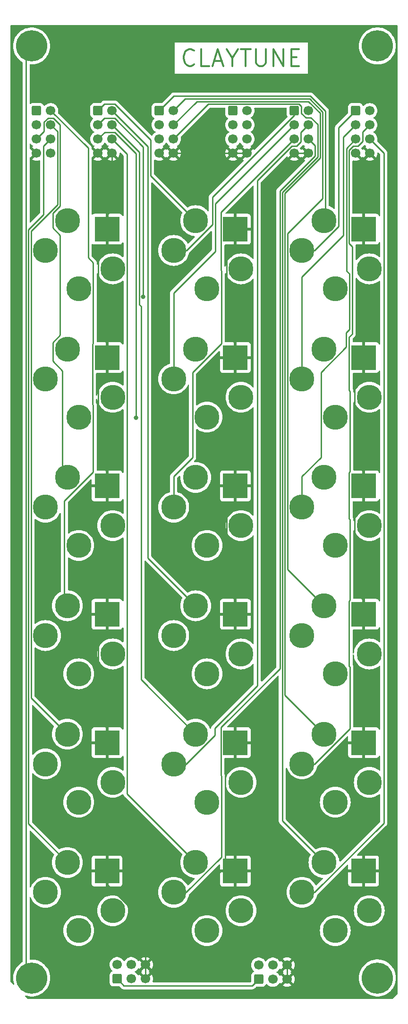
<source format=gbr>
%TF.GenerationSoftware,KiCad,Pcbnew,7.0.1*%
%TF.CreationDate,2023-03-18T19:20:35+00:00*%
%TF.ProjectId,KOSMO-POLY6-JACKS,4b4f534d-4f2d-4504-9f4c-59362d4a4143,v0.1.2*%
%TF.SameCoordinates,Original*%
%TF.FileFunction,Copper,L1,Top*%
%TF.FilePolarity,Positive*%
%FSLAX46Y46*%
G04 Gerber Fmt 4.6, Leading zero omitted, Abs format (unit mm)*
G04 Created by KiCad (PCBNEW 7.0.1) date 2023-03-18 19:20:35*
%MOMM*%
%LPD*%
G01*
G04 APERTURE LIST*
G04 Aperture macros list*
%AMRoundRect*
0 Rectangle with rounded corners*
0 $1 Rounding radius*
0 $2 $3 $4 $5 $6 $7 $8 $9 X,Y pos of 4 corners*
0 Add a 4 corners polygon primitive as box body*
4,1,4,$2,$3,$4,$5,$6,$7,$8,$9,$2,$3,0*
0 Add four circle primitives for the rounded corners*
1,1,$1+$1,$2,$3*
1,1,$1+$1,$4,$5*
1,1,$1+$1,$6,$7*
1,1,$1+$1,$8,$9*
0 Add four rect primitives between the rounded corners*
20,1,$1+$1,$2,$3,$4,$5,0*
20,1,$1+$1,$4,$5,$6,$7,0*
20,1,$1+$1,$6,$7,$8,$9,0*
20,1,$1+$1,$8,$9,$2,$3,0*%
G04 Aperture macros list end*
%ADD10C,0.300000*%
%TA.AperFunction,NonConductor*%
%ADD11C,0.300000*%
%TD*%
%TA.AperFunction,ComponentPad*%
%ADD12RoundRect,0.250000X-0.600000X-0.600000X0.600000X-0.600000X0.600000X0.600000X-0.600000X0.600000X0*%
%TD*%
%TA.AperFunction,ComponentPad*%
%ADD13C,1.700000*%
%TD*%
%TA.AperFunction,ComponentPad*%
%ADD14C,5.600000*%
%TD*%
%TA.AperFunction,ComponentPad*%
%ADD15RoundRect,0.250000X0.600000X-0.600000X0.600000X0.600000X-0.600000X0.600000X-0.600000X-0.600000X0*%
%TD*%
%TA.AperFunction,ComponentPad*%
%ADD16R,4.500000X4.500000*%
%TD*%
%TA.AperFunction,ComponentPad*%
%ADD17C,4.500000*%
%TD*%
%TA.AperFunction,ViaPad*%
%ADD18C,0.800000*%
%TD*%
%TA.AperFunction,Conductor*%
%ADD19C,0.250000*%
%TD*%
G04 APERTURE END LIST*
D10*
D11*
X86768000Y-23134142D02*
X86625143Y-23277000D01*
X86625143Y-23277000D02*
X86196571Y-23419857D01*
X86196571Y-23419857D02*
X85910857Y-23419857D01*
X85910857Y-23419857D02*
X85482286Y-23277000D01*
X85482286Y-23277000D02*
X85196571Y-22991285D01*
X85196571Y-22991285D02*
X85053714Y-22705571D01*
X85053714Y-22705571D02*
X84910857Y-22134142D01*
X84910857Y-22134142D02*
X84910857Y-21705571D01*
X84910857Y-21705571D02*
X85053714Y-21134142D01*
X85053714Y-21134142D02*
X85196571Y-20848428D01*
X85196571Y-20848428D02*
X85482286Y-20562714D01*
X85482286Y-20562714D02*
X85910857Y-20419857D01*
X85910857Y-20419857D02*
X86196571Y-20419857D01*
X86196571Y-20419857D02*
X86625143Y-20562714D01*
X86625143Y-20562714D02*
X86768000Y-20705571D01*
X89482286Y-23419857D02*
X88053714Y-23419857D01*
X88053714Y-23419857D02*
X88053714Y-20419857D01*
X90339428Y-22562714D02*
X91768000Y-22562714D01*
X90053714Y-23419857D02*
X91053714Y-20419857D01*
X91053714Y-20419857D02*
X92053714Y-23419857D01*
X93625143Y-21991285D02*
X93625143Y-23419857D01*
X92625143Y-20419857D02*
X93625143Y-21991285D01*
X93625143Y-21991285D02*
X94625143Y-20419857D01*
X95196572Y-20419857D02*
X96910858Y-20419857D01*
X96053715Y-23419857D02*
X96053715Y-20419857D01*
X97910857Y-20419857D02*
X97910857Y-22848428D01*
X97910857Y-22848428D02*
X98053714Y-23134142D01*
X98053714Y-23134142D02*
X98196572Y-23277000D01*
X98196572Y-23277000D02*
X98482286Y-23419857D01*
X98482286Y-23419857D02*
X99053714Y-23419857D01*
X99053714Y-23419857D02*
X99339429Y-23277000D01*
X99339429Y-23277000D02*
X99482286Y-23134142D01*
X99482286Y-23134142D02*
X99625143Y-22848428D01*
X99625143Y-22848428D02*
X99625143Y-20419857D01*
X101053714Y-23419857D02*
X101053714Y-20419857D01*
X101053714Y-20419857D02*
X102768000Y-23419857D01*
X102768000Y-23419857D02*
X102768000Y-20419857D01*
X104196571Y-21848428D02*
X105196571Y-21848428D01*
X105625143Y-23419857D02*
X104196571Y-23419857D01*
X104196571Y-23419857D02*
X104196571Y-20419857D01*
X104196571Y-20419857D02*
X105625143Y-20419857D01*
D12*
%TO.P,GATE_OUT1,1,Pin_1*%
%TO.N,GATE_OUT0-N*%
X58538000Y-31435000D03*
D13*
%TO.P,GATE_OUT1,2,Pin_2*%
%TO.N,GATE_OUT3-N*%
X61078000Y-31435000D03*
%TO.P,GATE_OUT1,3,Pin_3*%
%TO.N,GATE_OUT1-N*%
X58538000Y-33975000D03*
%TO.P,GATE_OUT1,4,Pin_4*%
%TO.N,GATE_OUT4-N*%
X61078000Y-33975000D03*
%TO.P,GATE_OUT1,5,Pin_5*%
%TO.N,GATE_OUT2-N*%
X58538000Y-36515000D03*
%TO.P,GATE_OUT1,6,Pin_6*%
%TO.N,GATE_OUT5-N*%
X61078000Y-36515000D03*
%TO.P,GATE_OUT1,7,Pin_7*%
%TO.N,GND-S*%
X58538000Y-39055000D03*
%TO.P,GATE_OUT1,8,Pin_8*%
X61078000Y-39055000D03*
%TD*%
D14*
%TO.P,H1,1,1*%
%TO.N,Net-(H1-Pad1)*%
X119657000Y-19835000D03*
%TD*%
%TO.P,H2,1,1*%
%TO.N,Net-(H1-Pad1)*%
X57657000Y-19837000D03*
%TD*%
%TO.P,H3,1,1*%
%TO.N,Net-(H1-Pad1)*%
X57669000Y-186831000D03*
%TD*%
%TO.P,H4,1,1*%
%TO.N,Net-(H1-Pad1)*%
X119655000Y-186829000D03*
%TD*%
D12*
%TO.P,PULSE_IN1,1,Pin_1*%
%TO.N,PULSE_OUT0-S*%
X115743000Y-31435000D03*
D13*
%TO.P,PULSE_IN1,2,Pin_2*%
%TO.N,PULSE_OUT3-S*%
X118283000Y-31435000D03*
%TO.P,PULSE_IN1,3,Pin_3*%
%TO.N,PULSE_OUT1-S*%
X115743000Y-33975000D03*
%TO.P,PULSE_IN1,4,Pin_4*%
%TO.N,PULSE_OUT4-S*%
X118283000Y-33975000D03*
%TO.P,PULSE_IN1,5,Pin_5*%
%TO.N,PULSE_OUT2-S*%
X115743000Y-36515000D03*
%TO.P,PULSE_IN1,6,Pin_6*%
%TO.N,PULSE_OUT5-S*%
X118283000Y-36515000D03*
%TO.P,PULSE_IN1,7,Pin_7*%
%TO.N,GND-S*%
X115743000Y-39055000D03*
%TO.P,PULSE_IN1,8,Pin_8*%
X118283000Y-39055000D03*
%TD*%
D12*
%TO.P,PULSE_OUT1,1,Pin_1*%
%TO.N,PULSE_OUT0-N*%
X80538000Y-31435000D03*
D13*
%TO.P,PULSE_OUT1,2,Pin_2*%
%TO.N,PULSE_OUT3-N*%
X83078000Y-31435000D03*
%TO.P,PULSE_OUT1,3,Pin_3*%
%TO.N,PULSE_OUT1-N*%
X80538000Y-33975000D03*
%TO.P,PULSE_OUT1,4,Pin_4*%
%TO.N,PULSE_OUT4-N*%
X83078000Y-33975000D03*
%TO.P,PULSE_OUT1,5,Pin_5*%
%TO.N,PULSE_OUT2-N*%
X80538000Y-36515000D03*
%TO.P,PULSE_OUT1,6,Pin_6*%
%TO.N,PULSE_OUT5-N*%
X83078000Y-36515000D03*
%TO.P,PULSE_OUT1,7,Pin_7*%
%TO.N,GND-S*%
X80538000Y-39055000D03*
%TO.P,PULSE_OUT1,8,Pin_8*%
X83078000Y-39055000D03*
%TD*%
D12*
%TO.P,RAMP_IN1,1,Pin_1*%
%TO.N,RAMP_OUT0-S*%
X104743000Y-31435000D03*
D13*
%TO.P,RAMP_IN1,2,Pin_2*%
%TO.N,RAMP_OUT3-S*%
X107283000Y-31435000D03*
%TO.P,RAMP_IN1,3,Pin_3*%
%TO.N,RAMP_OUT1-S*%
X104743000Y-33975000D03*
%TO.P,RAMP_IN1,4,Pin_4*%
%TO.N,RAMP_OUT4-S*%
X107283000Y-33975000D03*
%TO.P,RAMP_IN1,5,Pin_5*%
%TO.N,RAMP_OUT2-S*%
X104743000Y-36515000D03*
%TO.P,RAMP_IN1,6,Pin_6*%
%TO.N,RAMP_OUT5-S*%
X107283000Y-36515000D03*
%TO.P,RAMP_IN1,7,Pin_7*%
%TO.N,GND-S*%
X104743000Y-39055000D03*
%TO.P,RAMP_IN1,8,Pin_8*%
X107283000Y-39055000D03*
%TD*%
D12*
%TO.P,RAMP_OUT1,1,Pin_1*%
%TO.N,RAMP_OUT0-N*%
X69538000Y-31435000D03*
D13*
%TO.P,RAMP_OUT1,2,Pin_2*%
%TO.N,RAMP_OUT3-N*%
X72078000Y-31435000D03*
%TO.P,RAMP_OUT1,3,Pin_3*%
%TO.N,RAMP_OUT1-N*%
X69538000Y-33975000D03*
%TO.P,RAMP_OUT1,4,Pin_4*%
%TO.N,RAMP_OUT4-N*%
X72078000Y-33975000D03*
%TO.P,RAMP_OUT1,5,Pin_5*%
%TO.N,RAMP_OUT2-N*%
X69538000Y-36515000D03*
%TO.P,RAMP_OUT1,6,Pin_6*%
%TO.N,RAMP_OUT5-N*%
X72078000Y-36515000D03*
%TO.P,RAMP_OUT1,7,Pin_7*%
%TO.N,GND-S*%
X69538000Y-39055000D03*
%TO.P,RAMP_OUT1,8,Pin_8*%
X72078000Y-39055000D03*
%TD*%
D15*
%TO.P,PowerIN1,1,Pin_1*%
%TO.N,+12V*%
X72973000Y-186988000D03*
D13*
%TO.P,PowerIN1,2,Pin_2*%
%TO.N,-12V*%
X72973000Y-184448000D03*
%TO.P,PowerIN1,3,Pin_3*%
%TO.N,+5V*%
X75513000Y-186988000D03*
%TO.P,PowerIN1,4,Pin_4*%
%TO.N,+3V3*%
X75513000Y-184448000D03*
%TO.P,PowerIN1,5,Pin_5*%
%TO.N,GND-S*%
X78053000Y-186988000D03*
%TO.P,PowerIN1,6,Pin_6*%
X78053000Y-184448000D03*
%TD*%
D15*
%TO.P,PowerOUT1,1,Pin_1*%
%TO.N,+12V*%
X98368000Y-187057000D03*
D13*
%TO.P,PowerOUT1,2,Pin_2*%
%TO.N,-12V*%
X98368000Y-184517000D03*
%TO.P,PowerOUT1,3,Pin_3*%
%TO.N,+5V*%
X100908000Y-187057000D03*
%TO.P,PowerOUT1,4,Pin_4*%
%TO.N,+3V3*%
X100908000Y-184517000D03*
%TO.P,PowerOUT1,5,Pin_5*%
%TO.N,GND-S*%
X103448000Y-187057000D03*
%TO.P,PowerOUT1,6,Pin_6*%
X103448000Y-184517000D03*
%TD*%
D12*
%TO.P,GATE_IN1,1,Pin_1*%
%TO.N,GATE_OUT0-S*%
X93743000Y-31435000D03*
D13*
%TO.P,GATE_IN1,2,Pin_2*%
%TO.N,GATE_OUT3-S*%
X96283000Y-31435000D03*
%TO.P,GATE_IN1,3,Pin_3*%
%TO.N,GATE_OUT1-S*%
X93743000Y-33975000D03*
%TO.P,GATE_IN1,4,Pin_4*%
%TO.N,GATE_OUT4-S*%
X96283000Y-33975000D03*
%TO.P,GATE_IN1,5,Pin_5*%
%TO.N,GATE_OUT2-S*%
X93743000Y-36515000D03*
%TO.P,GATE_IN1,6,Pin_6*%
%TO.N,GATE_OUT5-S*%
X96283000Y-36515000D03*
%TO.P,GATE_IN1,7,Pin_7*%
%TO.N,GND-S*%
X93743000Y-39055000D03*
%TO.P,GATE_IN1,8,Pin_8*%
X96283000Y-39055000D03*
%TD*%
D16*
%TO.P,J1,G*%
%TO.N,GND-S*%
X94181000Y-52666000D03*
D17*
%TO.P,J1,S*%
%TO.N,unconnected-(J1-PadS)*%
X89101000Y-63334000D03*
%TO.P,J1,SN*%
%TO.N,unconnected-(J1-PadSN)*%
X95197000Y-59778000D03*
%TO.P,J1,T*%
%TO.N,RAMP_OUT0-S*%
X83132000Y-56476000D03*
%TO.P,J1,TN*%
%TO.N,RAMP_OUT0-N*%
X87069000Y-51142000D03*
%TD*%
D16*
%TO.P,J2,G*%
%TO.N,GND-S*%
X117181000Y-52666000D03*
D17*
%TO.P,J2,S*%
%TO.N,unconnected-(J2-PadS)*%
X112101000Y-63334000D03*
%TO.P,J2,SN*%
%TO.N,unconnected-(J2-PadSN)*%
X118197000Y-59778000D03*
%TO.P,J2,T*%
%TO.N,PULSE_OUT0-S*%
X106132000Y-56476000D03*
%TO.P,J2,TN*%
%TO.N,PULSE_OUT0-N*%
X110069000Y-51142000D03*
%TD*%
D16*
%TO.P,J3,G*%
%TO.N,GND-S*%
X71181000Y-52666000D03*
D17*
%TO.P,J3,S*%
%TO.N,unconnected-(J3-PadS)*%
X66101000Y-63334000D03*
%TO.P,J3,SN*%
%TO.N,unconnected-(J3-PadSN)*%
X72197000Y-59778000D03*
%TO.P,J3,T*%
%TO.N,GATE_OUT0-S*%
X60132000Y-56476000D03*
%TO.P,J3,TN*%
%TO.N,GATE_OUT0-N*%
X64069000Y-51142000D03*
%TD*%
D16*
%TO.P,J4,G*%
%TO.N,GND-S*%
X94181000Y-75666000D03*
D17*
%TO.P,J4,S*%
%TO.N,unconnected-(J4-PadS)*%
X89101000Y-86334000D03*
%TO.P,J4,SN*%
%TO.N,unconnected-(J4-PadSN)*%
X95197000Y-82778000D03*
%TO.P,J4,T*%
%TO.N,RAMP_OUT1-S*%
X83132000Y-79476000D03*
%TO.P,J4,TN*%
%TO.N,RAMP_OUT1-N*%
X87069000Y-74142000D03*
%TD*%
D16*
%TO.P,J5,G*%
%TO.N,GND-S*%
X117181000Y-75666000D03*
D17*
%TO.P,J5,S*%
%TO.N,unconnected-(J5-PadS)*%
X112101000Y-86334000D03*
%TO.P,J5,SN*%
%TO.N,unconnected-(J5-PadSN)*%
X118197000Y-82778000D03*
%TO.P,J5,T*%
%TO.N,PULSE_OUT1-S*%
X106132000Y-79476000D03*
%TO.P,J5,TN*%
%TO.N,PULSE_OUT1-N*%
X110069000Y-74142000D03*
%TD*%
D16*
%TO.P,J6,G*%
%TO.N,GND-S*%
X71181000Y-75666000D03*
D17*
%TO.P,J6,S*%
%TO.N,unconnected-(J6-PadS)*%
X66101000Y-86334000D03*
%TO.P,J6,SN*%
%TO.N,unconnected-(J6-PadSN)*%
X72197000Y-82778000D03*
%TO.P,J6,T*%
%TO.N,GATE_OUT1-S*%
X60132000Y-79476000D03*
%TO.P,J6,TN*%
%TO.N,GATE_OUT1-N*%
X64069000Y-74142000D03*
%TD*%
D16*
%TO.P,J7,G*%
%TO.N,GND-S*%
X94181000Y-98666000D03*
D17*
%TO.P,J7,S*%
%TO.N,unconnected-(J7-PadS)*%
X89101000Y-109334000D03*
%TO.P,J7,SN*%
%TO.N,unconnected-(J7-PadSN)*%
X95197000Y-105778000D03*
%TO.P,J7,T*%
%TO.N,RAMP_OUT2-S*%
X83132000Y-102476000D03*
%TO.P,J7,TN*%
%TO.N,RAMP_OUT2-N*%
X87069000Y-97142000D03*
%TD*%
D16*
%TO.P,J8,G*%
%TO.N,GND-S*%
X117181000Y-98666000D03*
D17*
%TO.P,J8,S*%
%TO.N,unconnected-(J8-PadS)*%
X112101000Y-109334000D03*
%TO.P,J8,SN*%
%TO.N,unconnected-(J8-PadSN)*%
X118197000Y-105778000D03*
%TO.P,J8,T*%
%TO.N,PULSE_OUT2-S*%
X106132000Y-102476000D03*
%TO.P,J8,TN*%
%TO.N,PULSE_OUT2-N*%
X110069000Y-97142000D03*
%TD*%
D16*
%TO.P,J9,G*%
%TO.N,GND-S*%
X71181000Y-98666000D03*
D17*
%TO.P,J9,S*%
%TO.N,unconnected-(J9-PadS)*%
X66101000Y-109334000D03*
%TO.P,J9,SN*%
%TO.N,unconnected-(J9-PadSN)*%
X72197000Y-105778000D03*
%TO.P,J9,T*%
%TO.N,GATE_OUT2-S*%
X60132000Y-102476000D03*
%TO.P,J9,TN*%
%TO.N,GATE_OUT2-N*%
X64069000Y-97142000D03*
%TD*%
D16*
%TO.P,J10,G*%
%TO.N,GND-S*%
X94181000Y-121666000D03*
D17*
%TO.P,J10,S*%
%TO.N,unconnected-(J10-PadS)*%
X89101000Y-132334000D03*
%TO.P,J10,SN*%
%TO.N,unconnected-(J10-PadSN)*%
X95197000Y-128778000D03*
%TO.P,J10,T*%
%TO.N,RAMP_OUT3-S*%
X83132000Y-125476000D03*
%TO.P,J10,TN*%
%TO.N,RAMP_OUT3-N*%
X87069000Y-120142000D03*
%TD*%
D16*
%TO.P,J11,G*%
%TO.N,GND-S*%
X117181000Y-121666000D03*
D17*
%TO.P,J11,S*%
%TO.N,unconnected-(J11-PadS)*%
X112101000Y-132334000D03*
%TO.P,J11,SN*%
%TO.N,unconnected-(J11-PadSN)*%
X118197000Y-128778000D03*
%TO.P,J11,T*%
%TO.N,PULSE_OUT3-S*%
X106132000Y-125476000D03*
%TO.P,J11,TN*%
%TO.N,PULSE_OUT3-N*%
X110069000Y-120142000D03*
%TD*%
D16*
%TO.P,J12,G*%
%TO.N,GND-S*%
X71181000Y-121666000D03*
D17*
%TO.P,J12,S*%
%TO.N,unconnected-(J12-PadS)*%
X66101000Y-132334000D03*
%TO.P,J12,SN*%
%TO.N,unconnected-(J12-PadSN)*%
X72197000Y-128778000D03*
%TO.P,J12,T*%
%TO.N,GATE_OUT3-S*%
X60132000Y-125476000D03*
%TO.P,J12,TN*%
%TO.N,GATE_OUT3-N*%
X64069000Y-120142000D03*
%TD*%
D16*
%TO.P,J13,G*%
%TO.N,GND-S*%
X94181000Y-144666000D03*
D17*
%TO.P,J13,S*%
%TO.N,unconnected-(J13-PadS)*%
X89101000Y-155334000D03*
%TO.P,J13,SN*%
%TO.N,unconnected-(J13-PadSN)*%
X95197000Y-151778000D03*
%TO.P,J13,T*%
%TO.N,RAMP_OUT4-S*%
X83132000Y-148476000D03*
%TO.P,J13,TN*%
%TO.N,RAMP_OUT4-N*%
X87069000Y-143142000D03*
%TD*%
D16*
%TO.P,J14,G*%
%TO.N,GND-S*%
X117181000Y-144666000D03*
D17*
%TO.P,J14,S*%
%TO.N,unconnected-(J14-PadS)*%
X112101000Y-155334000D03*
%TO.P,J14,SN*%
%TO.N,unconnected-(J14-PadSN)*%
X118197000Y-151778000D03*
%TO.P,J14,T*%
%TO.N,PULSE_OUT4-S*%
X106132000Y-148476000D03*
%TO.P,J14,TN*%
%TO.N,PULSE_OUT4-N*%
X110069000Y-143142000D03*
%TD*%
D16*
%TO.P,J15,G*%
%TO.N,GND-S*%
X71181000Y-144666000D03*
D17*
%TO.P,J15,S*%
%TO.N,unconnected-(J15-PadS)*%
X66101000Y-155334000D03*
%TO.P,J15,SN*%
%TO.N,unconnected-(J15-PadSN)*%
X72197000Y-151778000D03*
%TO.P,J15,T*%
%TO.N,GATE_OUT4-S*%
X60132000Y-148476000D03*
%TO.P,J15,TN*%
%TO.N,GATE_OUT4-N*%
X64069000Y-143142000D03*
%TD*%
D16*
%TO.P,J16,G*%
%TO.N,GND-S*%
X94181000Y-167666000D03*
D17*
%TO.P,J16,S*%
%TO.N,unconnected-(J16-PadS)*%
X89101000Y-178334000D03*
%TO.P,J16,SN*%
%TO.N,unconnected-(J16-PadSN)*%
X95197000Y-174778000D03*
%TO.P,J16,T*%
%TO.N,RAMP_OUT5-S*%
X83132000Y-171476000D03*
%TO.P,J16,TN*%
%TO.N,RAMP_OUT5-N*%
X87069000Y-166142000D03*
%TD*%
D16*
%TO.P,J17,G*%
%TO.N,GND-S*%
X117181000Y-167666000D03*
D17*
%TO.P,J17,S*%
%TO.N,unconnected-(J17-PadS)*%
X112101000Y-178334000D03*
%TO.P,J17,SN*%
%TO.N,unconnected-(J17-PadSN)*%
X118197000Y-174778000D03*
%TO.P,J17,T*%
%TO.N,PULSE_OUT5-S*%
X106132000Y-171476000D03*
%TO.P,J17,TN*%
%TO.N,PULSE_OUT5-N*%
X110069000Y-166142000D03*
%TD*%
D16*
%TO.P,J18,G*%
%TO.N,GND-S*%
X71181000Y-167666000D03*
D17*
%TO.P,J18,S*%
%TO.N,unconnected-(J18-PadS)*%
X66101000Y-178334000D03*
%TO.P,J18,SN*%
%TO.N,unconnected-(J18-PadSN)*%
X72197000Y-174778000D03*
%TO.P,J18,T*%
%TO.N,GATE_OUT5-S*%
X60132000Y-171476000D03*
%TO.P,J18,TN*%
%TO.N,GATE_OUT5-N*%
X64069000Y-166142000D03*
%TD*%
D18*
%TO.N,RAMP_OUT1-N*%
X77678900Y-64751900D03*
%TO.N,RAMP_OUT2-N*%
X76358300Y-86431300D03*
%TD*%
D19*
%TO.N,GND-S*%
X94181000Y-121666000D02*
X94181000Y-119090700D01*
X94181000Y-167666000D02*
X92390600Y-167666000D01*
X118283000Y-39055000D02*
X118283000Y-39166400D01*
X71181000Y-55241300D02*
X69621600Y-56800700D01*
X78053000Y-184448000D02*
X78053000Y-176952300D01*
X91605700Y-167666000D02*
X82319400Y-176952300D01*
X115609500Y-117519200D02*
X115609500Y-102812800D01*
X115606100Y-94515800D02*
X115606100Y-79816200D01*
X71181000Y-78241300D02*
X69582500Y-79839800D01*
X117181000Y-119090700D02*
X115609500Y-117519200D01*
X118283000Y-39166400D02*
X117181000Y-40268400D01*
X117181000Y-50090700D02*
X117181000Y-40268400D01*
X69619600Y-140529300D02*
X71181000Y-142090700D01*
X104743000Y-39055000D02*
X107283000Y-39055000D01*
X92621700Y-56800600D02*
X94181000Y-55241300D01*
X96283000Y-39055000D02*
X93743000Y-39055000D01*
X71181000Y-52666000D02*
X71181000Y-55241300D01*
X72078000Y-49193700D02*
X71181000Y-50090700D01*
X92390600Y-167666000D02*
X92390600Y-149031700D01*
X78053000Y-186988000D02*
X78053000Y-184448000D01*
X117181000Y-98666000D02*
X117181000Y-96090700D01*
X92610000Y-117519700D02*
X92610000Y-102812300D01*
X82319400Y-176952300D02*
X78053000Y-176952300D01*
X115609500Y-102812800D02*
X117181000Y-101241300D01*
X71181000Y-121666000D02*
X71181000Y-124241300D01*
X71181000Y-75666000D02*
X71181000Y-73090700D01*
X69621600Y-56800700D02*
X69621600Y-71531300D01*
X92390600Y-149031700D02*
X94181000Y-147241300D01*
X92610000Y-102812300D02*
X94181000Y-101241300D01*
X115606100Y-79816200D02*
X117181000Y-78241300D01*
X117181000Y-121666000D02*
X117181000Y-119090700D01*
X71181000Y-52666000D02*
X71181000Y-50090700D01*
X94181000Y-73090700D02*
X92621700Y-71531400D01*
X69621600Y-71531300D02*
X71181000Y-73090700D01*
X117181000Y-40268400D02*
X116956400Y-40268400D01*
X116956400Y-40268400D02*
X115743000Y-39055000D01*
X117181000Y-52666000D02*
X117181000Y-50090700D01*
X72078000Y-39055000D02*
X72078000Y-49193700D01*
X69619600Y-125802700D02*
X69619600Y-140529300D01*
X103448000Y-187057000D02*
X103448000Y-184517000D01*
X94181000Y-52666000D02*
X94181000Y-55241300D01*
X94181000Y-119090700D02*
X92610000Y-117519700D01*
X71181000Y-98666000D02*
X71181000Y-96090700D01*
X78053000Y-176952300D02*
X71342000Y-170241300D01*
X71181000Y-144666000D02*
X71181000Y-142090700D01*
X94181000Y-144666000D02*
X94181000Y-147241300D01*
X71181000Y-75666000D02*
X71181000Y-78241300D01*
X117181000Y-96090700D02*
X115606100Y-94515800D01*
X71342000Y-170241300D02*
X71181000Y-170241300D01*
X94181000Y-75666000D02*
X94181000Y-73090700D01*
X93743000Y-39055000D02*
X83078000Y-39055000D01*
X117181000Y-75666000D02*
X117181000Y-78241300D01*
X71181000Y-167666000D02*
X71181000Y-170241300D01*
X92621700Y-71531400D02*
X92621700Y-56800600D01*
X92390600Y-167666000D02*
X91605700Y-167666000D01*
X69582500Y-79839800D02*
X69582500Y-94492200D01*
X71181000Y-124241300D02*
X69619600Y-125802700D01*
X94181000Y-98666000D02*
X94181000Y-101241300D01*
X117181000Y-98666000D02*
X117181000Y-101241300D01*
X69582500Y-94492200D02*
X71181000Y-96090700D01*
%TO.N,RAMP_OUT0-S*%
X90056200Y-51832900D02*
X85413100Y-56476000D01*
X85413100Y-56476000D02*
X83132000Y-56476000D01*
X104743000Y-31435000D02*
X104743000Y-32257300D01*
X90056200Y-46944100D02*
X90056200Y-51832900D01*
X104743000Y-32257300D02*
X90056200Y-46944100D01*
%TO.N,PULSE_OUT0-S*%
X112680100Y-34497900D02*
X112680100Y-52173000D01*
X112680100Y-52173000D02*
X108377100Y-56476000D01*
X115743000Y-31435000D02*
X112680100Y-34497900D01*
X108377100Y-56476000D02*
X106132000Y-56476000D01*
%TO.N,RAMP_OUT1-S*%
X90599800Y-48118200D02*
X104743000Y-33975000D01*
X90599800Y-56609800D02*
X90599800Y-48118200D01*
X83132000Y-79476000D02*
X83132000Y-64077600D01*
X83132000Y-64077600D02*
X90599800Y-56609800D01*
%TO.N,PULSE_OUT1-S*%
X113550100Y-36167900D02*
X113550100Y-53794600D01*
X113550100Y-53794600D02*
X106132000Y-61212700D01*
X106132000Y-61212700D02*
X106132000Y-79476000D01*
X115743000Y-33975000D02*
X113550100Y-36167900D01*
%TO.N,RAMP_OUT2-S*%
X86525600Y-93553900D02*
X86525600Y-78327600D01*
X91682800Y-73170400D02*
X91682800Y-60083800D01*
X86525600Y-78327600D02*
X91682800Y-73170400D01*
X91682800Y-60083800D02*
X91604400Y-60005400D01*
X91604400Y-60005400D02*
X91604400Y-49653600D01*
X83132000Y-102476000D02*
X83132000Y-96947500D01*
X83132000Y-96947500D02*
X86525600Y-93553900D01*
X91604400Y-49653600D02*
X104743000Y-36515000D01*
%TO.N,PULSE_OUT2-S*%
X114089300Y-73763900D02*
X109525600Y-78327600D01*
X114680100Y-60737500D02*
X114680100Y-70625500D01*
X106132000Y-96946100D02*
X106132000Y-102476000D01*
X114101500Y-38156500D02*
X114101500Y-60158900D01*
X109525600Y-78327600D02*
X109525600Y-93552500D01*
X109525600Y-93552500D02*
X106132000Y-96946100D01*
X114101500Y-60158900D02*
X114680100Y-60737500D01*
X115743000Y-36515000D02*
X114101500Y-38156500D01*
X114089300Y-71216300D02*
X114089300Y-73763900D01*
X114680100Y-70625500D02*
X114089300Y-71216300D01*
%TO.N,RAMP_OUT4-S*%
X90486100Y-142093300D02*
X90486100Y-143367100D01*
X105918400Y-37040600D02*
X105174000Y-37785000D01*
X98131600Y-43988200D02*
X98131600Y-134447800D01*
X104334800Y-37785000D02*
X98131600Y-43988200D01*
X98131600Y-134447800D02*
X90486100Y-142093300D01*
X90486100Y-143367100D02*
X85377200Y-148476000D01*
X105918400Y-35339600D02*
X105918400Y-37040600D01*
X85377200Y-148476000D02*
X83132000Y-148476000D01*
X107283000Y-33975000D02*
X105918400Y-35339600D01*
X105174000Y-37785000D02*
X104334800Y-37785000D01*
%TO.N,PULSE_OUT4-S*%
X116163400Y-37784300D02*
X115330700Y-37784300D01*
X115130500Y-71448900D02*
X114593600Y-71985800D01*
X114714400Y-104678800D02*
X114714400Y-119138800D01*
X114714000Y-81678400D02*
X114714000Y-96139200D01*
X114688200Y-142165000D02*
X108377200Y-148476000D01*
X114593600Y-81558000D02*
X114714000Y-81678400D01*
X108377200Y-148476000D02*
X106132000Y-148476000D01*
X114593500Y-96259700D02*
X114593500Y-104557900D01*
X114593500Y-104557900D02*
X114714400Y-104678800D01*
X114714400Y-119138800D02*
X114564900Y-119288300D01*
X117013000Y-36934700D02*
X116163400Y-37784300D01*
X115330700Y-37784300D02*
X114551900Y-38563100D01*
X114551900Y-38563100D02*
X114551900Y-55241400D01*
X114593600Y-71985800D02*
X114593600Y-81558000D01*
X114688200Y-131068600D02*
X114688200Y-142165000D01*
X114551900Y-55241400D02*
X115130500Y-55820000D01*
X114714000Y-96139200D02*
X114593500Y-96259700D01*
X118283000Y-33975000D02*
X117013000Y-35245000D01*
X117013000Y-35245000D02*
X117013000Y-36934700D01*
X114564900Y-119288300D02*
X114564900Y-130945300D01*
X115130500Y-55820000D02*
X115130500Y-71448900D01*
X114564900Y-130945300D02*
X114688200Y-131068600D01*
%TO.N,PULSE_OUT5-S*%
X120783300Y-159069900D02*
X108377200Y-171476000D01*
X120783300Y-39015300D02*
X120783300Y-159069900D01*
X118283000Y-36515000D02*
X120783300Y-39015300D01*
X108377200Y-171476000D02*
X106132000Y-171476000D01*
%TO.N,RAMP_OUT5-S*%
X108490100Y-37722100D02*
X108490100Y-39510200D01*
X102162900Y-45837400D02*
X102162900Y-131371700D01*
X91593600Y-141941000D02*
X91593600Y-150558000D01*
X108490100Y-39510200D02*
X102162900Y-45837400D01*
X107283000Y-36515000D02*
X108490100Y-37722100D01*
X91680200Y-150644600D02*
X91680200Y-165173000D01*
X91593600Y-150558000D02*
X91680200Y-150644600D01*
X91680200Y-165173000D02*
X85377200Y-171476000D01*
X102162900Y-131371700D02*
X91593600Y-141941000D01*
X85377200Y-171476000D02*
X83132000Y-171476000D01*
%TO.N,GATE_OUT2-N*%
X63178400Y-96251400D02*
X64069000Y-97142000D01*
X63178400Y-78042800D02*
X63178400Y-96251400D01*
X61438600Y-52448600D02*
X62763600Y-53773600D01*
X61549600Y-32759700D02*
X62740400Y-33950500D01*
X61450700Y-72947700D02*
X61450700Y-76315100D01*
X59902600Y-33449400D02*
X60592300Y-32759700D01*
X61438600Y-49809700D02*
X61438600Y-52448600D01*
X62763600Y-71634800D02*
X61450700Y-72947700D01*
X61450700Y-76315100D02*
X63178400Y-78042800D01*
X59902600Y-35150400D02*
X59902600Y-33449400D01*
X62740400Y-48507900D02*
X61438600Y-49809700D01*
X58538000Y-36515000D02*
X59902600Y-35150400D01*
X62740400Y-33950500D02*
X62740400Y-48507900D01*
X62763600Y-53773600D02*
X62763600Y-71634800D01*
X60592300Y-32759700D02*
X61549600Y-32759700D01*
%TO.N,GATE_OUT3-N*%
X63525600Y-101327600D02*
X63525600Y-119598600D01*
X67784300Y-57748700D02*
X68697000Y-58661400D01*
X61078000Y-31435000D02*
X67784300Y-38141300D01*
X68703100Y-84159900D02*
X68703100Y-96150100D01*
X68703100Y-96150100D02*
X63525600Y-101327600D01*
X67784300Y-38141300D02*
X67784300Y-57748700D01*
X68582900Y-84039700D02*
X68703100Y-84159900D01*
X68697000Y-73156200D02*
X68582900Y-73270300D01*
X68582900Y-73270300D02*
X68582900Y-84039700D01*
X63525600Y-119598600D02*
X64069000Y-120142000D01*
X68697000Y-58661400D02*
X68697000Y-73156200D01*
%TO.N,RAMP_OUT0-N*%
X78990800Y-43063800D02*
X87069000Y-51142000D01*
X69538000Y-31435000D02*
X70717200Y-30255800D01*
X72592400Y-30255800D02*
X78990800Y-36654200D01*
X78990800Y-36654200D02*
X78990800Y-43063800D01*
X70717200Y-30255800D02*
X72592400Y-30255800D01*
%TO.N,PULSE_OUT0-N*%
X83168500Y-28804500D02*
X80538000Y-31435000D01*
X110069000Y-51142000D02*
X110324600Y-50886400D01*
X107621700Y-28804500D02*
X83168500Y-28804500D01*
X110324600Y-50886400D02*
X110324600Y-31507400D01*
X110324600Y-31507400D02*
X107621700Y-28804500D01*
%TO.N,RAMP_OUT1-N*%
X77678900Y-37900000D02*
X77678900Y-64751900D01*
X72563300Y-32784400D02*
X77678900Y-37900000D01*
X69538000Y-33975000D02*
X70728600Y-32784400D01*
X70728600Y-32784400D02*
X72563300Y-32784400D01*
%TO.N,RAMP_OUT2-N*%
X69538000Y-36515000D02*
X70753300Y-35299700D01*
X76358300Y-39129600D02*
X76358300Y-86431300D01*
X70753300Y-35299700D02*
X72528400Y-35299700D01*
X72528400Y-35299700D02*
X76358300Y-39129600D01*
%TO.N,RAMP_OUT3-N*%
X78487100Y-111560100D02*
X87069000Y-120142000D01*
X78487100Y-37844100D02*
X78487100Y-111560100D01*
X72078000Y-31435000D02*
X78487100Y-37844100D01*
%TO.N,PULSE_OUT3-N*%
X109841100Y-31668700D02*
X109841100Y-47144500D01*
X103514100Y-53471500D02*
X103514100Y-113587100D01*
X107493600Y-29321200D02*
X109841100Y-31668700D01*
X109841100Y-47144500D02*
X103514100Y-53471500D01*
X85191800Y-29321200D02*
X107493600Y-29321200D01*
X103514100Y-113587100D02*
X110069000Y-120142000D01*
X83078000Y-31435000D02*
X85191800Y-29321200D01*
%TO.N,RAMP_OUT4-N*%
X77274900Y-133347900D02*
X77274900Y-66503800D01*
X77274900Y-66503800D02*
X76947700Y-66176600D01*
X76947700Y-38844700D02*
X72078000Y-33975000D01*
X87069000Y-143142000D02*
X77274900Y-133347900D01*
X76947700Y-66176600D02*
X76947700Y-38844700D01*
%TO.N,PULSE_OUT4-N*%
X103063700Y-46210400D02*
X109390800Y-39883300D01*
X110069000Y-143142000D02*
X103063700Y-136136700D01*
X103063700Y-136136700D02*
X103063700Y-46210400D01*
X109390800Y-39883300D02*
X109390800Y-31855300D01*
X107317400Y-29781900D02*
X87271100Y-29781900D01*
X87271100Y-29781900D02*
X83078000Y-33975000D01*
X109390800Y-31855300D02*
X107317400Y-29781900D01*
%TO.N,RAMP_OUT5-N*%
X72078000Y-36515000D02*
X74772400Y-39209400D01*
X74772400Y-39209400D02*
X74772400Y-153845400D01*
X74772400Y-153845400D02*
X87069000Y-166142000D01*
%TO.N,PULSE_OUT5-N*%
X102613300Y-158686300D02*
X102613300Y-46023900D01*
X105581600Y-30235400D02*
X89357600Y-30235400D01*
X102613300Y-46023900D02*
X108940500Y-39696700D01*
X106818700Y-32705000D02*
X106013500Y-31899800D01*
X107741100Y-32705000D02*
X106818700Y-32705000D01*
X106013500Y-30667300D02*
X105581600Y-30235400D01*
X110069000Y-166142000D02*
X102613300Y-158686300D01*
X106013500Y-31899800D02*
X106013500Y-30667300D01*
X108940500Y-33904400D02*
X107741100Y-32705000D01*
X108940500Y-39696700D02*
X108940500Y-33904400D01*
X89357600Y-30235400D02*
X83078000Y-36515000D01*
%TO.N,+12V*%
X74209800Y-188224800D02*
X72973000Y-186988000D01*
X98368000Y-187057000D02*
X97200200Y-188224800D01*
X97200200Y-188224800D02*
X74209800Y-188224800D01*
%TO.N,Net-(H1-Pad1)*%
X56655700Y-185817700D02*
X56655700Y-20838300D01*
X56655700Y-20838300D02*
X57657000Y-19837000D01*
X57669000Y-186831000D02*
X56655700Y-185817700D01*
%TO.N,GATE_OUT4-N*%
X62284800Y-48249800D02*
X57556300Y-52978300D01*
X62284800Y-35181800D02*
X62284800Y-48249800D01*
X61078000Y-33975000D02*
X62284800Y-35181800D01*
X57556300Y-52978300D02*
X57556300Y-136629300D01*
X57556300Y-136629300D02*
X64069000Y-143142000D01*
%TO.N,GATE_OUT5-N*%
X59808000Y-37785000D02*
X59808000Y-50018300D01*
X57106000Y-52720300D02*
X57106000Y-159179000D01*
X61078000Y-36515000D02*
X59808000Y-37785000D01*
X57106000Y-159179000D02*
X64069000Y-166142000D01*
X59808000Y-50018300D02*
X57106000Y-52720300D01*
%TD*%
%TA.AperFunction,Conductor*%
%TO.N,GND-S*%
G36*
X123230000Y-16111613D02*
G01*
X123275387Y-16157000D01*
X123292000Y-16219000D01*
X123292000Y-189624638D01*
X123282561Y-189672091D01*
X123255681Y-189712319D01*
X122420319Y-190547681D01*
X122380091Y-190574561D01*
X122332638Y-190584000D01*
X56949362Y-190584000D01*
X56901909Y-190574561D01*
X56861681Y-190547681D01*
X56485592Y-190171592D01*
X56453102Y-190114488D01*
X56454348Y-190048800D01*
X56488979Y-189992969D01*
X56547274Y-189962667D01*
X56612863Y-189966401D01*
X56782583Y-190023587D01*
X57132958Y-190100711D01*
X57454632Y-190135695D01*
X57489617Y-190139500D01*
X57489618Y-190139500D01*
X57848382Y-190139500D01*
X57848383Y-190139500D01*
X57880242Y-190136035D01*
X58205042Y-190100711D01*
X58555417Y-190023587D01*
X58895401Y-189909033D01*
X59221005Y-189758393D01*
X59528414Y-189573431D01*
X59814023Y-189356317D01*
X60074484Y-189109595D01*
X60306742Y-188836159D01*
X60508075Y-188539215D01*
X60632067Y-188305342D01*
X60676123Y-188222244D01*
X60808915Y-187888962D01*
X60851780Y-187734576D01*
X60904895Y-187543274D01*
X60962936Y-187189237D01*
X60982359Y-186831000D01*
X60962936Y-186472763D01*
X60904895Y-186118726D01*
X60848555Y-185915809D01*
X60808915Y-185773037D01*
X60676123Y-185439755D01*
X60508077Y-185122789D01*
X60508075Y-185122785D01*
X60306742Y-184825841D01*
X60306740Y-184825838D01*
X60074483Y-184552404D01*
X59964266Y-184448000D01*
X71609843Y-184448000D01*
X71628435Y-184672363D01*
X71628435Y-184672366D01*
X71628436Y-184672368D01*
X71678623Y-184870553D01*
X71683705Y-184890618D01*
X71774138Y-185096788D01*
X71774140Y-185096791D01*
X71897278Y-185285268D01*
X72037655Y-185437757D01*
X72049762Y-185450908D01*
X72087517Y-185480294D01*
X72126992Y-185533381D01*
X72133553Y-185599211D01*
X72105331Y-185659045D01*
X72062327Y-185687839D01*
X72062598Y-185688277D01*
X72050875Y-185695507D01*
X72050361Y-185695852D01*
X72050265Y-185695883D01*
X71899345Y-185788971D01*
X71773971Y-185914345D01*
X71680884Y-186065263D01*
X71625112Y-186233573D01*
X71614500Y-186337455D01*
X71614500Y-187638544D01*
X71625112Y-187742425D01*
X71680884Y-187910736D01*
X71680885Y-187910738D01*
X71705560Y-187950742D01*
X71773971Y-188061654D01*
X71899345Y-188187028D01*
X71899347Y-188187029D01*
X71899348Y-188187030D01*
X72050262Y-188280115D01*
X72126394Y-188305342D01*
X72218573Y-188335887D01*
X72228202Y-188336870D01*
X72322455Y-188346500D01*
X73384233Y-188346499D01*
X73431686Y-188355938D01*
X73471914Y-188382818D01*
X73702710Y-188613614D01*
X73715759Y-188629901D01*
X73717799Y-188631816D01*
X73717800Y-188631818D01*
X73767501Y-188678490D01*
X73770234Y-188681138D01*
X73790030Y-188700934D01*
X73793293Y-188703465D01*
X73802169Y-188711045D01*
X73834479Y-188741386D01*
X73852372Y-188751222D01*
X73868631Y-188761903D01*
X73884759Y-188774413D01*
X73925425Y-188792010D01*
X73935906Y-188797146D01*
X73941882Y-188800431D01*
X73974740Y-188818495D01*
X73994510Y-188823571D01*
X74012915Y-188829871D01*
X74031655Y-188837981D01*
X74075418Y-188844911D01*
X74086845Y-188847278D01*
X74129770Y-188858300D01*
X74150191Y-188858300D01*
X74169588Y-188859826D01*
X74178355Y-188861215D01*
X74189742Y-188863019D01*
X74189742Y-188863018D01*
X74189743Y-188863019D01*
X74233849Y-188858849D01*
X74245518Y-188858300D01*
X97116567Y-188858300D01*
X97137308Y-188860589D01*
X97140105Y-188860501D01*
X97140109Y-188860502D01*
X97208217Y-188858360D01*
X97212113Y-188858300D01*
X97240054Y-188858300D01*
X97240056Y-188858300D01*
X97244156Y-188857781D01*
X97255806Y-188856864D01*
X97300089Y-188855473D01*
X97319698Y-188849775D01*
X97338731Y-188845833D01*
X97358997Y-188843274D01*
X97400206Y-188826957D01*
X97411237Y-188823180D01*
X97453793Y-188810818D01*
X97471360Y-188800428D01*
X97488832Y-188791868D01*
X97507817Y-188784352D01*
X97543675Y-188758298D01*
X97553423Y-188751896D01*
X97591562Y-188729342D01*
X97606000Y-188714903D01*
X97620788Y-188702272D01*
X97637307Y-188690272D01*
X97665559Y-188656119D01*
X97673403Y-188647499D01*
X97869084Y-188451818D01*
X97909313Y-188424938D01*
X97956766Y-188415499D01*
X99018545Y-188415499D01*
X99070484Y-188410193D01*
X99122426Y-188404887D01*
X99290738Y-188349115D01*
X99441652Y-188256030D01*
X99567030Y-188130652D01*
X99660115Y-187979738D01*
X99660247Y-187979338D01*
X99662206Y-187976344D01*
X99667723Y-187967402D01*
X99667963Y-187967550D01*
X99695125Y-187926060D01*
X99751853Y-187897118D01*
X99815465Y-187900150D01*
X99869182Y-187934357D01*
X99965834Y-188039347D01*
X99984760Y-188059906D01*
X100162424Y-188198189D01*
X100360426Y-188305342D01*
X100573365Y-188378444D01*
X100795431Y-188415500D01*
X101020569Y-188415500D01*
X101242635Y-188378444D01*
X101455574Y-188305342D01*
X101653576Y-188198189D01*
X101687320Y-188171925D01*
X102686625Y-188171925D01*
X102770420Y-188230599D01*
X102984507Y-188330430D01*
X103212681Y-188391569D01*
X103448000Y-188412157D01*
X103683318Y-188391569D01*
X103911492Y-188330430D01*
X104125576Y-188230600D01*
X104209373Y-188171925D01*
X103448000Y-187410553D01*
X102686625Y-188171925D01*
X101687320Y-188171925D01*
X101831240Y-188059906D01*
X101983722Y-187894268D01*
X102077748Y-187750349D01*
X102121664Y-187709595D01*
X102179563Y-187694188D01*
X102237927Y-187707726D01*
X102283131Y-187747049D01*
X102333072Y-187818373D01*
X102333073Y-187818373D01*
X103094447Y-187057001D01*
X103801553Y-187057001D01*
X104562925Y-187818373D01*
X104621600Y-187734576D01*
X104721430Y-187520492D01*
X104782569Y-187292318D01*
X104803157Y-187057000D01*
X104783209Y-186828999D01*
X116341640Y-186828999D01*
X116361063Y-187187230D01*
X116419106Y-187541278D01*
X116515084Y-187886962D01*
X116647876Y-188220244D01*
X116756399Y-188424938D01*
X116815925Y-188537215D01*
X116890692Y-188647488D01*
X117017259Y-188834161D01*
X117249516Y-189107595D01*
X117509975Y-189354316D01*
X117795586Y-189571431D01*
X118102995Y-189756393D01*
X118428599Y-189907033D01*
X118768583Y-190021587D01*
X119118958Y-190098711D01*
X119440632Y-190133695D01*
X119475617Y-190137500D01*
X119475618Y-190137500D01*
X119834382Y-190137500D01*
X119834383Y-190137500D01*
X119866242Y-190134035D01*
X120191042Y-190098711D01*
X120541417Y-190021587D01*
X120881401Y-189907033D01*
X121207005Y-189756393D01*
X121514414Y-189571431D01*
X121800023Y-189354317D01*
X122060484Y-189107595D01*
X122292742Y-188834159D01*
X122494075Y-188537215D01*
X122595186Y-188346499D01*
X122662123Y-188220244D01*
X122794915Y-187886962D01*
X122832845Y-187750351D01*
X122890895Y-187541274D01*
X122948936Y-187187237D01*
X122968359Y-186829000D01*
X122948936Y-186470763D01*
X122890895Y-186116726D01*
X122829626Y-185896055D01*
X122794915Y-185771037D01*
X122662123Y-185437755D01*
X122494077Y-185120789D01*
X122494075Y-185120785D01*
X122292742Y-184823841D01*
X122292740Y-184823838D01*
X122060483Y-184550404D01*
X121800024Y-184303683D01*
X121514413Y-184086568D01*
X121207002Y-183901605D01*
X120923450Y-183770421D01*
X120881401Y-183750967D01*
X120541417Y-183636413D01*
X120541416Y-183636412D01*
X120541414Y-183636412D01*
X120328819Y-183589616D01*
X120191042Y-183559289D01*
X120012712Y-183539894D01*
X119834383Y-183520500D01*
X119834382Y-183520500D01*
X119475618Y-183520500D01*
X119475617Y-183520500D01*
X119118958Y-183559289D01*
X118768585Y-183636412D01*
X118640023Y-183679730D01*
X118428599Y-183750967D01*
X118428596Y-183750968D01*
X118428594Y-183750969D01*
X118102997Y-183901605D01*
X117795586Y-184086568D01*
X117509975Y-184303683D01*
X117249516Y-184550404D01*
X117017259Y-184823838D01*
X116815922Y-185120789D01*
X116647876Y-185437755D01*
X116515084Y-185771037D01*
X116420794Y-186110643D01*
X116419105Y-186116726D01*
X116407430Y-186187940D01*
X116361063Y-186470769D01*
X116341640Y-186828999D01*
X104783209Y-186828999D01*
X104782569Y-186821681D01*
X104721430Y-186593507D01*
X104621599Y-186379421D01*
X104562926Y-186295626D01*
X104562925Y-186295625D01*
X103801553Y-187057000D01*
X103801553Y-187057001D01*
X103094447Y-187057001D01*
X103094447Y-187057000D01*
X102333073Y-186295626D01*
X102283133Y-186366950D01*
X102237929Y-186406273D01*
X102179565Y-186419812D01*
X102121665Y-186404405D01*
X102077748Y-186363649D01*
X101983723Y-186219732D01*
X101905041Y-186134262D01*
X101831240Y-186054094D01*
X101687316Y-185942072D01*
X102686625Y-185942072D01*
X103448000Y-186703447D01*
X103448001Y-186703447D01*
X104209373Y-185942073D01*
X104209373Y-185942072D01*
X104132969Y-185888574D01*
X104094103Y-185844256D01*
X104080092Y-185786999D01*
X104094103Y-185729742D01*
X104132969Y-185685424D01*
X104209373Y-185631925D01*
X103448000Y-184870553D01*
X102686625Y-185631925D01*
X102763031Y-185685425D01*
X102801897Y-185729744D01*
X102815907Y-185787001D01*
X102801896Y-185844258D01*
X102763029Y-185888576D01*
X102686625Y-185942072D01*
X101687316Y-185942072D01*
X101653576Y-185915811D01*
X101617067Y-185896053D01*
X101569563Y-185850474D01*
X101552086Y-185787000D01*
X101569563Y-185723526D01*
X101617067Y-185677946D01*
X101653576Y-185658189D01*
X101831240Y-185519906D01*
X101983722Y-185354268D01*
X102077748Y-185210349D01*
X102121664Y-185169595D01*
X102179563Y-185154188D01*
X102237927Y-185167726D01*
X102283131Y-185207049D01*
X102333072Y-185278373D01*
X102333073Y-185278373D01*
X103094447Y-184517001D01*
X103801553Y-184517001D01*
X104562925Y-185278373D01*
X104621600Y-185194576D01*
X104721430Y-184980492D01*
X104782569Y-184752318D01*
X104803157Y-184517000D01*
X104782569Y-184281681D01*
X104721430Y-184053507D01*
X104621599Y-183839421D01*
X104562926Y-183755626D01*
X104562925Y-183755625D01*
X103801553Y-184517000D01*
X103801553Y-184517001D01*
X103094447Y-184517001D01*
X103094447Y-184517000D01*
X102333073Y-183755626D01*
X102283133Y-183826950D01*
X102237929Y-183866273D01*
X102179565Y-183879812D01*
X102121665Y-183864405D01*
X102077748Y-183823649D01*
X101983723Y-183679732D01*
X101872845Y-183559289D01*
X101831240Y-183514094D01*
X101687316Y-183402072D01*
X102686625Y-183402072D01*
X103448000Y-184163447D01*
X103448001Y-184163447D01*
X104209373Y-183402073D01*
X104209373Y-183402072D01*
X104125580Y-183343400D01*
X103911492Y-183243569D01*
X103683318Y-183182430D01*
X103448000Y-183161842D01*
X103212681Y-183182430D01*
X102984507Y-183243569D01*
X102770422Y-183343399D01*
X102686625Y-183402072D01*
X101687316Y-183402072D01*
X101653576Y-183375811D01*
X101455574Y-183268658D01*
X101455573Y-183268657D01*
X101455572Y-183268657D01*
X101242636Y-183195556D01*
X101020569Y-183158500D01*
X100795431Y-183158500D01*
X100573363Y-183195556D01*
X100360427Y-183268657D01*
X100162424Y-183375811D01*
X99984760Y-183514094D01*
X99832275Y-183679734D01*
X99741807Y-183818205D01*
X99697016Y-183859438D01*
X99637998Y-183874383D01*
X99578981Y-183859437D01*
X99534190Y-183818204D01*
X99443722Y-183679732D01*
X99405684Y-183638412D01*
X99291240Y-183514094D01*
X99113576Y-183375811D01*
X98915574Y-183268658D01*
X98915573Y-183268657D01*
X98915572Y-183268657D01*
X98702636Y-183195556D01*
X98480569Y-183158500D01*
X98255431Y-183158500D01*
X98033363Y-183195556D01*
X97820427Y-183268657D01*
X97622424Y-183375811D01*
X97444760Y-183514094D01*
X97292279Y-183679730D01*
X97169138Y-183868211D01*
X97098000Y-184030393D01*
X97078704Y-184074384D01*
X97056150Y-184163447D01*
X97023435Y-184292636D01*
X97004843Y-184517000D01*
X97023435Y-184741363D01*
X97023435Y-184741366D01*
X97023436Y-184741368D01*
X97066517Y-184911492D01*
X97078705Y-184959618D01*
X97169138Y-185165788D01*
X97169140Y-185165791D01*
X97292278Y-185354268D01*
X97381240Y-185450906D01*
X97444762Y-185519908D01*
X97482517Y-185549294D01*
X97521992Y-185602381D01*
X97528553Y-185668211D01*
X97500331Y-185728045D01*
X97457327Y-185756839D01*
X97457598Y-185757277D01*
X97445875Y-185764507D01*
X97445361Y-185764852D01*
X97445265Y-185764883D01*
X97294345Y-185857971D01*
X97168971Y-185983345D01*
X97075884Y-186134263D01*
X97020112Y-186302573D01*
X97010400Y-186397643D01*
X97009710Y-186404405D01*
X97009500Y-186406456D01*
X97009500Y-187467300D01*
X96992887Y-187529300D01*
X96947500Y-187574687D01*
X96885500Y-187591300D01*
X79450569Y-187591300D01*
X79395725Y-187578512D01*
X79352193Y-187542786D01*
X79328952Y-187491491D01*
X79330794Y-187435206D01*
X79387569Y-187223318D01*
X79408157Y-186987999D01*
X79387569Y-186752681D01*
X79326430Y-186524507D01*
X79226599Y-186310421D01*
X79167926Y-186226626D01*
X79167925Y-186226625D01*
X78140680Y-187253871D01*
X78085093Y-187285965D01*
X78020905Y-187285965D01*
X77965318Y-187253871D01*
X76938073Y-186226626D01*
X76888133Y-186297950D01*
X76842929Y-186337273D01*
X76784565Y-186350812D01*
X76726665Y-186335405D01*
X76682748Y-186294649D01*
X76588723Y-186150732D01*
X76510041Y-186065262D01*
X76436240Y-185985094D01*
X76292316Y-185873072D01*
X77291625Y-185873072D01*
X78053000Y-186634447D01*
X78053001Y-186634447D01*
X78814373Y-185873073D01*
X78814373Y-185873072D01*
X78737969Y-185819574D01*
X78699103Y-185775256D01*
X78685092Y-185717999D01*
X78699103Y-185660742D01*
X78737969Y-185616424D01*
X78814373Y-185562925D01*
X78053000Y-184801553D01*
X77291625Y-185562925D01*
X77368031Y-185616425D01*
X77406897Y-185660744D01*
X77420907Y-185718001D01*
X77406896Y-185775258D01*
X77368029Y-185819576D01*
X77291625Y-185873072D01*
X76292316Y-185873072D01*
X76258576Y-185846811D01*
X76222067Y-185827053D01*
X76174563Y-185781474D01*
X76157086Y-185718000D01*
X76174563Y-185654526D01*
X76222067Y-185608946D01*
X76258576Y-185589189D01*
X76436240Y-185450906D01*
X76588722Y-185285268D01*
X76682748Y-185141349D01*
X76726664Y-185100595D01*
X76784563Y-185085188D01*
X76842927Y-185098726D01*
X76888131Y-185138049D01*
X76938072Y-185209373D01*
X76938073Y-185209373D01*
X77699447Y-184448001D01*
X78406553Y-184448001D01*
X79167925Y-185209373D01*
X79226600Y-185125576D01*
X79326430Y-184911492D01*
X79387569Y-184683318D01*
X79408157Y-184448000D01*
X79387569Y-184212681D01*
X79326430Y-183984507D01*
X79226599Y-183770421D01*
X79167926Y-183686626D01*
X79167925Y-183686625D01*
X78406553Y-184448000D01*
X78406553Y-184448001D01*
X77699447Y-184448001D01*
X77699447Y-184448000D01*
X76938073Y-183686626D01*
X76888133Y-183757950D01*
X76842929Y-183797273D01*
X76784565Y-183810812D01*
X76726665Y-183795405D01*
X76682748Y-183754649D01*
X76588723Y-183610732D01*
X76503043Y-183517661D01*
X76436240Y-183445094D01*
X76292316Y-183333072D01*
X77291625Y-183333072D01*
X78053000Y-184094447D01*
X78053001Y-184094447D01*
X78814373Y-183333073D01*
X78814373Y-183333072D01*
X78730580Y-183274400D01*
X78516492Y-183174569D01*
X78288318Y-183113430D01*
X78053000Y-183092842D01*
X77817681Y-183113430D01*
X77589507Y-183174569D01*
X77375422Y-183274399D01*
X77291625Y-183333072D01*
X76292316Y-183333072D01*
X76258576Y-183306811D01*
X76060574Y-183199658D01*
X76060573Y-183199657D01*
X76060572Y-183199657D01*
X75847636Y-183126556D01*
X75625569Y-183089500D01*
X75400431Y-183089500D01*
X75178363Y-183126556D01*
X74965427Y-183199657D01*
X74767424Y-183306811D01*
X74589760Y-183445094D01*
X74437279Y-183610730D01*
X74346809Y-183749205D01*
X74302017Y-183790438D01*
X74243000Y-183805383D01*
X74183983Y-183790438D01*
X74139191Y-183749205D01*
X74093802Y-183679732D01*
X74048722Y-183610732D01*
X73896240Y-183445094D01*
X73718576Y-183306811D01*
X73520574Y-183199658D01*
X73520573Y-183199657D01*
X73520572Y-183199657D01*
X73307636Y-183126556D01*
X73085569Y-183089500D01*
X72860431Y-183089500D01*
X72638363Y-183126556D01*
X72425427Y-183199657D01*
X72227424Y-183306811D01*
X72049760Y-183445094D01*
X71897279Y-183610730D01*
X71774138Y-183799211D01*
X71703329Y-183960643D01*
X71683704Y-184005384D01*
X71663145Y-184086569D01*
X71628435Y-184223636D01*
X71609843Y-184448000D01*
X59964266Y-184448000D01*
X59814024Y-184305683D01*
X59528413Y-184088568D01*
X59221002Y-183903605D01*
X58933127Y-183770421D01*
X58895401Y-183752967D01*
X58555417Y-183638413D01*
X58555416Y-183638412D01*
X58555414Y-183638412D01*
X58342819Y-183591616D01*
X58205042Y-183561289D01*
X58026712Y-183541894D01*
X57848383Y-183522500D01*
X57848382Y-183522500D01*
X57489618Y-183522500D01*
X57426606Y-183529352D01*
X57359111Y-183517661D01*
X57308121Y-183471917D01*
X57289200Y-183406080D01*
X57289200Y-178333999D01*
X63337457Y-178333999D01*
X63357607Y-178667108D01*
X63417763Y-178995364D01*
X63517040Y-179313958D01*
X63517042Y-179313963D01*
X63517043Y-179313965D01*
X63654005Y-179618282D01*
X63826650Y-179903871D01*
X64032459Y-180166567D01*
X64268433Y-180402541D01*
X64531129Y-180608350D01*
X64816718Y-180780995D01*
X65121035Y-180917957D01*
X65439641Y-181017238D01*
X65767892Y-181077393D01*
X66101000Y-181097542D01*
X66434108Y-181077393D01*
X66762359Y-181017238D01*
X67080965Y-180917957D01*
X67385282Y-180780995D01*
X67670871Y-180608350D01*
X67933567Y-180402541D01*
X68169541Y-180166567D01*
X68375350Y-179903871D01*
X68547995Y-179618282D01*
X68684957Y-179313965D01*
X68784238Y-178995359D01*
X68844393Y-178667108D01*
X68864542Y-178334000D01*
X68864542Y-178333999D01*
X86337457Y-178333999D01*
X86357607Y-178667108D01*
X86417763Y-178995364D01*
X86517040Y-179313958D01*
X86517042Y-179313963D01*
X86517043Y-179313965D01*
X86654005Y-179618282D01*
X86826650Y-179903871D01*
X87032459Y-180166567D01*
X87268433Y-180402541D01*
X87531129Y-180608350D01*
X87816718Y-180780995D01*
X88121035Y-180917957D01*
X88439641Y-181017238D01*
X88767892Y-181077393D01*
X89101000Y-181097542D01*
X89434108Y-181077393D01*
X89762359Y-181017238D01*
X90080965Y-180917957D01*
X90385282Y-180780995D01*
X90670871Y-180608350D01*
X90933567Y-180402541D01*
X91169541Y-180166567D01*
X91375350Y-179903871D01*
X91547995Y-179618282D01*
X91684957Y-179313965D01*
X91784238Y-178995359D01*
X91844393Y-178667108D01*
X91864542Y-178334000D01*
X91864542Y-178333999D01*
X109337457Y-178333999D01*
X109357607Y-178667108D01*
X109417763Y-178995364D01*
X109517040Y-179313958D01*
X109517042Y-179313963D01*
X109517043Y-179313965D01*
X109654005Y-179618282D01*
X109826650Y-179903871D01*
X110032459Y-180166567D01*
X110268433Y-180402541D01*
X110531129Y-180608350D01*
X110816718Y-180780995D01*
X111121035Y-180917957D01*
X111439641Y-181017238D01*
X111767892Y-181077393D01*
X112101000Y-181097542D01*
X112434108Y-181077393D01*
X112762359Y-181017238D01*
X113080965Y-180917957D01*
X113385282Y-180780995D01*
X113670871Y-180608350D01*
X113933567Y-180402541D01*
X114169541Y-180166567D01*
X114375350Y-179903871D01*
X114547995Y-179618282D01*
X114684957Y-179313965D01*
X114784238Y-178995359D01*
X114844393Y-178667108D01*
X114864542Y-178334000D01*
X114844393Y-178000892D01*
X114784238Y-177672641D01*
X114684957Y-177354035D01*
X114547995Y-177049718D01*
X114375350Y-176764129D01*
X114169541Y-176501433D01*
X113933567Y-176265459D01*
X113670871Y-176059650D01*
X113385282Y-175887005D01*
X113080965Y-175750043D01*
X113080963Y-175750042D01*
X113080958Y-175750040D01*
X112762364Y-175650763D01*
X112434108Y-175590607D01*
X112101000Y-175570457D01*
X111767891Y-175590607D01*
X111439635Y-175650763D01*
X111121041Y-175750040D01*
X110816717Y-175887005D01*
X110531128Y-176059650D01*
X110268430Y-176265461D01*
X110032461Y-176501430D01*
X109826650Y-176764128D01*
X109654005Y-177049717D01*
X109517040Y-177354041D01*
X109417763Y-177672635D01*
X109357607Y-178000891D01*
X109337457Y-178333999D01*
X91864542Y-178333999D01*
X91844393Y-178000892D01*
X91784238Y-177672641D01*
X91684957Y-177354035D01*
X91547995Y-177049718D01*
X91375350Y-176764129D01*
X91169541Y-176501433D01*
X90933567Y-176265459D01*
X90670871Y-176059650D01*
X90385282Y-175887005D01*
X90080965Y-175750043D01*
X90080963Y-175750042D01*
X90080958Y-175750040D01*
X89762364Y-175650763D01*
X89434108Y-175590607D01*
X89101000Y-175570457D01*
X88767891Y-175590607D01*
X88439635Y-175650763D01*
X88121041Y-175750040D01*
X87816717Y-175887005D01*
X87531128Y-176059650D01*
X87268430Y-176265461D01*
X87032461Y-176501430D01*
X86826650Y-176764128D01*
X86654005Y-177049717D01*
X86517040Y-177354041D01*
X86417763Y-177672635D01*
X86357607Y-178000891D01*
X86337457Y-178333999D01*
X68864542Y-178333999D01*
X68844393Y-178000892D01*
X68784238Y-177672641D01*
X68684957Y-177354035D01*
X68547995Y-177049718D01*
X68375350Y-176764129D01*
X68169541Y-176501433D01*
X67933567Y-176265459D01*
X67670871Y-176059650D01*
X67385282Y-175887005D01*
X67080965Y-175750043D01*
X67080963Y-175750042D01*
X67080958Y-175750040D01*
X66762364Y-175650763D01*
X66434108Y-175590607D01*
X66101000Y-175570457D01*
X65767891Y-175590607D01*
X65439635Y-175650763D01*
X65121041Y-175750040D01*
X64816717Y-175887005D01*
X64531128Y-176059650D01*
X64268430Y-176265461D01*
X64032461Y-176501430D01*
X63826650Y-176764128D01*
X63654005Y-177049717D01*
X63517040Y-177354041D01*
X63417763Y-177672635D01*
X63357607Y-178000891D01*
X63337457Y-178333999D01*
X57289200Y-178333999D01*
X57289200Y-174777999D01*
X69433457Y-174777999D01*
X69453607Y-175111108D01*
X69513763Y-175439364D01*
X69613040Y-175757958D01*
X69613042Y-175757963D01*
X69613043Y-175757965D01*
X69750005Y-176062282D01*
X69922650Y-176347871D01*
X70128459Y-176610567D01*
X70364433Y-176846541D01*
X70627129Y-177052350D01*
X70912718Y-177224995D01*
X71217035Y-177361957D01*
X71535641Y-177461238D01*
X71863892Y-177521393D01*
X72197000Y-177541542D01*
X72530108Y-177521393D01*
X72858359Y-177461238D01*
X73176965Y-177361957D01*
X73481282Y-177224995D01*
X73766871Y-177052350D01*
X74029567Y-176846541D01*
X74265541Y-176610567D01*
X74471350Y-176347871D01*
X74643995Y-176062282D01*
X74780957Y-175757965D01*
X74880238Y-175439359D01*
X74940393Y-175111108D01*
X74960542Y-174778000D01*
X74960542Y-174777999D01*
X92433457Y-174777999D01*
X92453607Y-175111108D01*
X92513763Y-175439364D01*
X92613040Y-175757958D01*
X92613042Y-175757963D01*
X92613043Y-175757965D01*
X92750005Y-176062282D01*
X92922650Y-176347871D01*
X93128459Y-176610567D01*
X93364433Y-176846541D01*
X93627129Y-177052350D01*
X93912718Y-177224995D01*
X94217035Y-177361957D01*
X94535641Y-177461238D01*
X94863892Y-177521393D01*
X95197000Y-177541542D01*
X95530108Y-177521393D01*
X95858359Y-177461238D01*
X96176965Y-177361957D01*
X96481282Y-177224995D01*
X96766871Y-177052350D01*
X97029567Y-176846541D01*
X97265541Y-176610567D01*
X97471350Y-176347871D01*
X97643995Y-176062282D01*
X97780957Y-175757965D01*
X97880238Y-175439359D01*
X97940393Y-175111108D01*
X97960542Y-174778000D01*
X97960542Y-174777999D01*
X115433457Y-174777999D01*
X115453607Y-175111108D01*
X115513763Y-175439364D01*
X115613040Y-175757958D01*
X115613042Y-175757963D01*
X115613043Y-175757965D01*
X115750005Y-176062282D01*
X115922650Y-176347871D01*
X116128459Y-176610567D01*
X116364433Y-176846541D01*
X116627129Y-177052350D01*
X116912718Y-177224995D01*
X117217035Y-177361957D01*
X117535641Y-177461238D01*
X117863892Y-177521393D01*
X118197000Y-177541542D01*
X118530108Y-177521393D01*
X118858359Y-177461238D01*
X119176965Y-177361957D01*
X119481282Y-177224995D01*
X119766871Y-177052350D01*
X120029567Y-176846541D01*
X120265541Y-176610567D01*
X120471350Y-176347871D01*
X120643995Y-176062282D01*
X120780957Y-175757965D01*
X120880238Y-175439359D01*
X120940393Y-175111108D01*
X120960542Y-174778000D01*
X120940393Y-174444892D01*
X120880238Y-174116641D01*
X120780957Y-173798035D01*
X120643995Y-173493718D01*
X120471350Y-173208129D01*
X120265541Y-172945433D01*
X120029567Y-172709459D01*
X119766871Y-172503650D01*
X119481282Y-172331005D01*
X119176965Y-172194043D01*
X119176963Y-172194042D01*
X119176958Y-172194040D01*
X118858364Y-172094763D01*
X118530108Y-172034607D01*
X118197000Y-172014457D01*
X117863891Y-172034607D01*
X117535635Y-172094763D01*
X117217041Y-172194040D01*
X116912717Y-172331005D01*
X116627128Y-172503650D01*
X116364430Y-172709461D01*
X116128461Y-172945430D01*
X115922650Y-173208128D01*
X115750005Y-173493717D01*
X115613040Y-173798041D01*
X115513763Y-174116635D01*
X115453607Y-174444891D01*
X115433457Y-174777999D01*
X97960542Y-174777999D01*
X97940393Y-174444892D01*
X97880238Y-174116641D01*
X97780957Y-173798035D01*
X97643995Y-173493718D01*
X97471350Y-173208129D01*
X97265541Y-172945433D01*
X97029567Y-172709459D01*
X96766871Y-172503650D01*
X96481282Y-172331005D01*
X96176965Y-172194043D01*
X96176963Y-172194042D01*
X96176958Y-172194040D01*
X95858364Y-172094763D01*
X95530108Y-172034607D01*
X95197000Y-172014457D01*
X94863891Y-172034607D01*
X94535635Y-172094763D01*
X94217041Y-172194040D01*
X93912717Y-172331005D01*
X93627128Y-172503650D01*
X93364430Y-172709461D01*
X93128461Y-172945430D01*
X92922650Y-173208128D01*
X92750005Y-173493717D01*
X92613040Y-173798041D01*
X92513763Y-174116635D01*
X92453607Y-174444891D01*
X92433457Y-174777999D01*
X74960542Y-174777999D01*
X74940393Y-174444892D01*
X74880238Y-174116641D01*
X74780957Y-173798035D01*
X74643995Y-173493718D01*
X74471350Y-173208129D01*
X74265541Y-172945433D01*
X74029567Y-172709459D01*
X73766871Y-172503650D01*
X73481282Y-172331005D01*
X73176965Y-172194043D01*
X73176963Y-172194042D01*
X73176958Y-172194040D01*
X72858364Y-172094763D01*
X72530108Y-172034607D01*
X72197000Y-172014457D01*
X71863891Y-172034607D01*
X71535635Y-172094763D01*
X71217041Y-172194040D01*
X70912717Y-172331005D01*
X70627128Y-172503650D01*
X70364430Y-172709461D01*
X70128461Y-172945430D01*
X69922650Y-173208128D01*
X69750005Y-173493717D01*
X69613040Y-173798041D01*
X69513763Y-174116635D01*
X69453607Y-174444891D01*
X69433457Y-174777999D01*
X57289200Y-174777999D01*
X57289200Y-172440041D01*
X57308664Y-172373346D01*
X57360946Y-172327589D01*
X57429633Y-172317135D01*
X57493160Y-172345266D01*
X57531585Y-172403151D01*
X57548040Y-172455958D01*
X57548042Y-172455963D01*
X57548043Y-172455965D01*
X57685005Y-172760282D01*
X57857650Y-173045871D01*
X58063459Y-173308567D01*
X58299433Y-173544541D01*
X58562129Y-173750350D01*
X58847718Y-173922995D01*
X59152035Y-174059957D01*
X59470641Y-174159238D01*
X59798892Y-174219393D01*
X60132000Y-174239542D01*
X60465108Y-174219393D01*
X60793359Y-174159238D01*
X61111965Y-174059957D01*
X61416282Y-173922995D01*
X61701871Y-173750350D01*
X61964567Y-173544541D01*
X62200541Y-173308567D01*
X62406350Y-173045871D01*
X62578995Y-172760282D01*
X62715957Y-172455965D01*
X62815238Y-172137359D01*
X62875393Y-171809108D01*
X62895542Y-171476000D01*
X62875393Y-171142892D01*
X62815238Y-170814641D01*
X62715957Y-170496035D01*
X62578995Y-170191718D01*
X62406350Y-169906129D01*
X62200541Y-169643433D01*
X61964567Y-169407459D01*
X61701871Y-169201650D01*
X61416282Y-169029005D01*
X61111965Y-168892043D01*
X61111963Y-168892042D01*
X61111958Y-168892040D01*
X60793364Y-168792763D01*
X60465108Y-168732607D01*
X60132000Y-168712457D01*
X59798891Y-168732607D01*
X59470635Y-168792763D01*
X59152041Y-168892040D01*
X58847717Y-169029005D01*
X58562128Y-169201650D01*
X58299430Y-169407461D01*
X58063461Y-169643430D01*
X57857650Y-169906128D01*
X57685005Y-170191717D01*
X57548040Y-170496041D01*
X57531585Y-170548849D01*
X57493160Y-170606734D01*
X57429633Y-170634865D01*
X57360946Y-170624411D01*
X57308664Y-170578654D01*
X57289200Y-170511959D01*
X57289200Y-160557466D01*
X57302715Y-160501171D01*
X57340315Y-160457148D01*
X57393802Y-160434993D01*
X57451518Y-160439535D01*
X57500881Y-160469785D01*
X61653834Y-164622738D01*
X61682957Y-164668791D01*
X61689525Y-164722883D01*
X61672270Y-164774568D01*
X61622007Y-164857712D01*
X61485040Y-165162041D01*
X61385763Y-165480635D01*
X61325607Y-165808891D01*
X61305457Y-166142000D01*
X61325607Y-166475108D01*
X61385763Y-166803364D01*
X61485040Y-167121958D01*
X61485042Y-167121963D01*
X61485043Y-167121965D01*
X61622005Y-167426282D01*
X61794650Y-167711871D01*
X62000459Y-167974567D01*
X62236433Y-168210541D01*
X62499129Y-168416350D01*
X62784718Y-168588995D01*
X63089035Y-168725957D01*
X63089040Y-168725958D01*
X63089041Y-168725959D01*
X63248337Y-168775597D01*
X63407641Y-168825238D01*
X63735892Y-168885393D01*
X64069000Y-168905542D01*
X64402108Y-168885393D01*
X64730359Y-168825238D01*
X65048965Y-168725957D01*
X65353282Y-168588995D01*
X65638871Y-168416350D01*
X65901567Y-168210541D01*
X66137541Y-167974567D01*
X66183425Y-167916000D01*
X68431000Y-167916000D01*
X68431000Y-169963824D01*
X68437402Y-170023375D01*
X68487647Y-170158089D01*
X68573811Y-170273188D01*
X68688910Y-170359352D01*
X68823624Y-170409597D01*
X68883176Y-170416000D01*
X70931000Y-170416000D01*
X70931000Y-167916000D01*
X71431000Y-167916000D01*
X71431000Y-170416000D01*
X73478824Y-170416000D01*
X73538375Y-170409597D01*
X73673089Y-170359352D01*
X73788188Y-170273188D01*
X73874352Y-170158089D01*
X73924597Y-170023375D01*
X73931000Y-169963824D01*
X73931000Y-167916000D01*
X71431000Y-167916000D01*
X70931000Y-167916000D01*
X68431000Y-167916000D01*
X66183425Y-167916000D01*
X66343350Y-167711871D01*
X66515995Y-167426282D01*
X66520623Y-167416000D01*
X68431000Y-167416000D01*
X70931000Y-167416000D01*
X70931000Y-164916000D01*
X71431000Y-164916000D01*
X71431000Y-167416000D01*
X73931000Y-167416000D01*
X73931000Y-165368176D01*
X73924597Y-165308624D01*
X73874352Y-165173910D01*
X73788188Y-165058811D01*
X73673089Y-164972647D01*
X73538375Y-164922402D01*
X73478824Y-164916000D01*
X71431000Y-164916000D01*
X70931000Y-164916000D01*
X68883176Y-164916000D01*
X68823624Y-164922402D01*
X68688910Y-164972647D01*
X68573811Y-165058811D01*
X68487647Y-165173910D01*
X68437402Y-165308624D01*
X68431000Y-165368176D01*
X68431000Y-167416000D01*
X66520623Y-167416000D01*
X66652957Y-167121965D01*
X66752238Y-166803359D01*
X66812393Y-166475108D01*
X66832542Y-166142000D01*
X66812393Y-165808892D01*
X66752238Y-165480641D01*
X66652957Y-165162035D01*
X66515995Y-164857718D01*
X66343350Y-164572129D01*
X66137541Y-164309433D01*
X65901567Y-164073459D01*
X65638871Y-163867650D01*
X65353282Y-163695005D01*
X65048965Y-163558043D01*
X65048963Y-163558042D01*
X65048958Y-163558040D01*
X64730364Y-163458763D01*
X64402108Y-163398607D01*
X64069000Y-163378457D01*
X63735891Y-163398607D01*
X63407635Y-163458763D01*
X63089041Y-163558040D01*
X62784712Y-163695007D01*
X62701568Y-163745270D01*
X62649883Y-163762525D01*
X62595791Y-163755957D01*
X62549738Y-163726834D01*
X57775819Y-158952914D01*
X57748939Y-158912686D01*
X57739500Y-158865233D01*
X57739500Y-155333999D01*
X63337457Y-155333999D01*
X63357607Y-155667108D01*
X63417763Y-155995364D01*
X63517040Y-156313958D01*
X63517042Y-156313963D01*
X63517043Y-156313965D01*
X63654005Y-156618282D01*
X63826650Y-156903871D01*
X64032459Y-157166567D01*
X64268433Y-157402541D01*
X64531129Y-157608350D01*
X64816718Y-157780995D01*
X65121035Y-157917957D01*
X65439641Y-158017238D01*
X65767892Y-158077393D01*
X66101000Y-158097542D01*
X66434108Y-158077393D01*
X66762359Y-158017238D01*
X67080965Y-157917957D01*
X67385282Y-157780995D01*
X67670871Y-157608350D01*
X67933567Y-157402541D01*
X68169541Y-157166567D01*
X68375350Y-156903871D01*
X68547995Y-156618282D01*
X68684957Y-156313965D01*
X68784238Y-155995359D01*
X68844393Y-155667108D01*
X68864542Y-155334000D01*
X68844393Y-155000892D01*
X68784238Y-154672641D01*
X68684957Y-154354035D01*
X68547995Y-154049718D01*
X68375350Y-153764129D01*
X68169541Y-153501433D01*
X67933567Y-153265459D01*
X67670871Y-153059650D01*
X67385282Y-152887005D01*
X67080965Y-152750043D01*
X67080963Y-152750042D01*
X67080958Y-152750040D01*
X66762364Y-152650763D01*
X66434108Y-152590607D01*
X66101000Y-152570457D01*
X65767891Y-152590607D01*
X65439635Y-152650763D01*
X65121041Y-152750040D01*
X64816717Y-152887005D01*
X64531128Y-153059650D01*
X64268430Y-153265461D01*
X64032461Y-153501430D01*
X63826650Y-153764128D01*
X63654005Y-154049717D01*
X63517040Y-154354041D01*
X63417763Y-154672635D01*
X63357607Y-155000891D01*
X63337457Y-155333999D01*
X57739500Y-155333999D01*
X57739500Y-150254402D01*
X57754408Y-150195454D01*
X57795546Y-150150680D01*
X57853024Y-150130845D01*
X57913021Y-150140720D01*
X57961110Y-150177928D01*
X58063459Y-150308567D01*
X58299433Y-150544541D01*
X58562129Y-150750350D01*
X58847718Y-150922995D01*
X59152035Y-151059957D01*
X59470641Y-151159238D01*
X59798892Y-151219393D01*
X60132000Y-151239542D01*
X60465108Y-151219393D01*
X60793359Y-151159238D01*
X61111965Y-151059957D01*
X61416282Y-150922995D01*
X61701871Y-150750350D01*
X61964567Y-150544541D01*
X62200541Y-150308567D01*
X62406350Y-150045871D01*
X62578995Y-149760282D01*
X62715957Y-149455965D01*
X62815238Y-149137359D01*
X62875393Y-148809108D01*
X62895542Y-148476000D01*
X62875393Y-148142892D01*
X62815238Y-147814641D01*
X62715957Y-147496035D01*
X62578995Y-147191718D01*
X62406350Y-146906129D01*
X62200541Y-146643433D01*
X61964567Y-146407459D01*
X61701871Y-146201650D01*
X61416282Y-146029005D01*
X61111965Y-145892043D01*
X61111963Y-145892042D01*
X61111958Y-145892040D01*
X60793364Y-145792763D01*
X60465108Y-145732607D01*
X60132000Y-145712457D01*
X59798891Y-145732607D01*
X59470635Y-145792763D01*
X59152041Y-145892040D01*
X58847717Y-146029005D01*
X58562128Y-146201650D01*
X58299430Y-146407461D01*
X58063461Y-146643430D01*
X57961111Y-146774071D01*
X57913021Y-146811280D01*
X57853024Y-146821155D01*
X57795546Y-146801320D01*
X57754408Y-146756546D01*
X57739500Y-146697598D01*
X57739500Y-138007766D01*
X57753015Y-137951471D01*
X57790615Y-137907448D01*
X57844102Y-137885293D01*
X57901818Y-137889835D01*
X57951181Y-137920085D01*
X61653834Y-141622738D01*
X61682957Y-141668791D01*
X61689525Y-141722883D01*
X61672270Y-141774568D01*
X61622007Y-141857712D01*
X61485040Y-142162041D01*
X61385763Y-142480635D01*
X61325607Y-142808891D01*
X61305457Y-143142000D01*
X61325607Y-143475108D01*
X61385763Y-143803364D01*
X61485040Y-144121958D01*
X61485042Y-144121963D01*
X61485043Y-144121965D01*
X61622005Y-144426282D01*
X61794650Y-144711871D01*
X62000459Y-144974567D01*
X62236433Y-145210541D01*
X62499129Y-145416350D01*
X62784718Y-145588995D01*
X63089035Y-145725957D01*
X63089040Y-145725958D01*
X63089041Y-145725959D01*
X63248337Y-145775597D01*
X63407641Y-145825238D01*
X63735892Y-145885393D01*
X64069000Y-145905542D01*
X64402108Y-145885393D01*
X64730359Y-145825238D01*
X65048965Y-145725957D01*
X65353282Y-145588995D01*
X65638871Y-145416350D01*
X65901567Y-145210541D01*
X66137541Y-144974567D01*
X66183425Y-144916000D01*
X68431000Y-144916000D01*
X68431000Y-146963824D01*
X68437402Y-147023375D01*
X68487647Y-147158089D01*
X68573811Y-147273188D01*
X68688910Y-147359352D01*
X68823624Y-147409597D01*
X68883176Y-147416000D01*
X70931000Y-147416000D01*
X70931000Y-144916000D01*
X68431000Y-144916000D01*
X66183425Y-144916000D01*
X66343350Y-144711871D01*
X66515995Y-144426282D01*
X66520623Y-144416000D01*
X68431000Y-144416000D01*
X70931000Y-144416000D01*
X70931000Y-141916000D01*
X68883176Y-141916000D01*
X68823624Y-141922402D01*
X68688910Y-141972647D01*
X68573811Y-142058811D01*
X68487647Y-142173910D01*
X68437402Y-142308624D01*
X68431000Y-142368176D01*
X68431000Y-144416000D01*
X66520623Y-144416000D01*
X66652957Y-144121965D01*
X66752238Y-143803359D01*
X66812393Y-143475108D01*
X66832542Y-143142000D01*
X66812393Y-142808892D01*
X66752238Y-142480641D01*
X66677014Y-142239238D01*
X66652959Y-142162041D01*
X66652958Y-142162040D01*
X66652957Y-142162035D01*
X66515995Y-141857718D01*
X66343350Y-141572129D01*
X66137541Y-141309433D01*
X65901567Y-141073459D01*
X65638871Y-140867650D01*
X65353282Y-140695005D01*
X65048965Y-140558043D01*
X65048963Y-140558042D01*
X65048958Y-140558040D01*
X64730364Y-140458763D01*
X64402108Y-140398607D01*
X64069000Y-140378457D01*
X63735891Y-140398607D01*
X63407635Y-140458763D01*
X63089041Y-140558040D01*
X62784712Y-140695007D01*
X62701568Y-140745270D01*
X62649883Y-140762525D01*
X62595791Y-140755957D01*
X62549738Y-140726834D01*
X58226119Y-136403214D01*
X58199239Y-136362986D01*
X58189800Y-136315533D01*
X58189800Y-132334000D01*
X63337457Y-132334000D01*
X63357607Y-132667108D01*
X63417763Y-132995364D01*
X63517040Y-133313958D01*
X63517042Y-133313963D01*
X63517043Y-133313965D01*
X63654005Y-133618282D01*
X63826650Y-133903871D01*
X64032459Y-134166567D01*
X64268433Y-134402541D01*
X64531129Y-134608350D01*
X64816718Y-134780995D01*
X65121035Y-134917957D01*
X65439641Y-135017238D01*
X65767892Y-135077393D01*
X66101000Y-135097542D01*
X66434108Y-135077393D01*
X66762359Y-135017238D01*
X67080965Y-134917957D01*
X67385282Y-134780995D01*
X67670871Y-134608350D01*
X67933567Y-134402541D01*
X68169541Y-134166567D01*
X68375350Y-133903871D01*
X68547995Y-133618282D01*
X68684957Y-133313965D01*
X68784238Y-132995359D01*
X68844393Y-132667108D01*
X68864542Y-132334000D01*
X68844393Y-132000892D01*
X68784238Y-131672641D01*
X68684957Y-131354035D01*
X68547995Y-131049718D01*
X68375350Y-130764129D01*
X68169541Y-130501433D01*
X67933567Y-130265459D01*
X67670871Y-130059650D01*
X67385282Y-129887005D01*
X67080965Y-129750043D01*
X67080963Y-129750042D01*
X67080958Y-129750040D01*
X66762364Y-129650763D01*
X66434108Y-129590607D01*
X66101000Y-129570457D01*
X65767891Y-129590607D01*
X65439635Y-129650763D01*
X65121041Y-129750040D01*
X64816717Y-129887005D01*
X64531128Y-130059650D01*
X64268430Y-130265461D01*
X64032461Y-130501430D01*
X63826650Y-130764128D01*
X63654005Y-131049717D01*
X63517040Y-131354041D01*
X63417763Y-131672635D01*
X63357607Y-132000891D01*
X63337457Y-132334000D01*
X58189800Y-132334000D01*
X58189800Y-127713320D01*
X58208664Y-127647575D01*
X58259517Y-127601833D01*
X58326886Y-127590012D01*
X58390271Y-127615708D01*
X58562129Y-127750350D01*
X58847718Y-127922995D01*
X59152035Y-128059957D01*
X59470641Y-128159238D01*
X59798892Y-128219393D01*
X60111850Y-128238323D01*
X60131999Y-128239542D01*
X60131999Y-128239541D01*
X60132000Y-128239542D01*
X60465108Y-128219393D01*
X60793359Y-128159238D01*
X61111965Y-128059957D01*
X61416282Y-127922995D01*
X61701871Y-127750350D01*
X61964567Y-127544541D01*
X62200541Y-127308567D01*
X62406350Y-127045871D01*
X62578995Y-126760282D01*
X62715957Y-126455965D01*
X62815238Y-126137359D01*
X62875393Y-125809108D01*
X62895542Y-125476000D01*
X62875393Y-125142892D01*
X62815238Y-124814641D01*
X62715957Y-124496035D01*
X62578995Y-124191718D01*
X62406350Y-123906129D01*
X62200541Y-123643433D01*
X61964567Y-123407459D01*
X61701871Y-123201650D01*
X61416282Y-123029005D01*
X61111965Y-122892043D01*
X61111963Y-122892042D01*
X61111958Y-122892040D01*
X60793364Y-122792763D01*
X60465108Y-122732607D01*
X60132000Y-122712457D01*
X59798891Y-122732607D01*
X59470635Y-122792763D01*
X59152041Y-122892040D01*
X58847717Y-123029005D01*
X58562128Y-123201650D01*
X58460034Y-123281635D01*
X58390271Y-123336291D01*
X58326886Y-123361988D01*
X58259517Y-123350167D01*
X58208664Y-123304425D01*
X58189800Y-123238680D01*
X58189800Y-104713320D01*
X58208664Y-104647575D01*
X58259517Y-104601833D01*
X58326886Y-104590012D01*
X58390271Y-104615708D01*
X58562129Y-104750350D01*
X58847718Y-104922995D01*
X59152035Y-105059957D01*
X59470641Y-105159238D01*
X59798892Y-105219393D01*
X60132000Y-105239542D01*
X60465108Y-105219393D01*
X60793359Y-105159238D01*
X61111965Y-105059957D01*
X61416282Y-104922995D01*
X61701871Y-104750350D01*
X61964567Y-104544541D01*
X62200541Y-104308567D01*
X62406350Y-104045871D01*
X62578995Y-103760282D01*
X62655025Y-103591349D01*
X62697660Y-103540192D01*
X62760613Y-103518468D01*
X62825726Y-103532445D01*
X62874217Y-103578092D01*
X62892100Y-103642242D01*
X62892100Y-117566505D01*
X62883133Y-117612802D01*
X62857529Y-117652403D01*
X62818992Y-117679579D01*
X62800218Y-117688028D01*
X62784719Y-117695004D01*
X62499128Y-117867650D01*
X62236430Y-118073461D01*
X62000461Y-118309430D01*
X61794650Y-118572128D01*
X61622005Y-118857717D01*
X61485040Y-119162041D01*
X61385763Y-119480635D01*
X61325607Y-119808891D01*
X61305457Y-120142000D01*
X61325607Y-120475108D01*
X61385763Y-120803364D01*
X61485040Y-121121958D01*
X61485042Y-121121963D01*
X61485043Y-121121965D01*
X61622005Y-121426282D01*
X61794650Y-121711871D01*
X62000459Y-121974567D01*
X62236433Y-122210541D01*
X62499129Y-122416350D01*
X62784718Y-122588995D01*
X63089035Y-122725957D01*
X63089040Y-122725958D01*
X63089041Y-122725959D01*
X63248338Y-122775597D01*
X63407641Y-122825238D01*
X63735892Y-122885393D01*
X64069000Y-122905542D01*
X64402108Y-122885393D01*
X64730359Y-122825238D01*
X65048965Y-122725957D01*
X65353282Y-122588995D01*
X65638871Y-122416350D01*
X65901567Y-122210541D01*
X66137541Y-121974567D01*
X66183425Y-121916000D01*
X68431000Y-121916000D01*
X68431000Y-123963824D01*
X68437402Y-124023375D01*
X68487647Y-124158089D01*
X68573811Y-124273188D01*
X68688910Y-124359352D01*
X68823624Y-124409597D01*
X68883176Y-124416000D01*
X70931000Y-124416000D01*
X70931000Y-121916000D01*
X68431000Y-121916000D01*
X66183425Y-121916000D01*
X66343350Y-121711871D01*
X66515995Y-121426282D01*
X66520623Y-121416000D01*
X68431000Y-121416000D01*
X70931000Y-121416000D01*
X70931000Y-118916000D01*
X68883176Y-118916000D01*
X68823624Y-118922402D01*
X68688910Y-118972647D01*
X68573811Y-119058811D01*
X68487647Y-119173910D01*
X68437402Y-119308624D01*
X68431000Y-119368176D01*
X68431000Y-121416000D01*
X66520623Y-121416000D01*
X66652957Y-121121965D01*
X66752238Y-120803359D01*
X66812393Y-120475108D01*
X66832542Y-120142000D01*
X66812393Y-119808892D01*
X66752238Y-119480641D01*
X66683935Y-119261447D01*
X66652959Y-119162041D01*
X66652958Y-119162040D01*
X66652957Y-119162035D01*
X66515995Y-118857718D01*
X66343350Y-118572129D01*
X66137541Y-118309433D01*
X65901567Y-118073459D01*
X65638871Y-117867650D01*
X65353282Y-117695005D01*
X65048965Y-117558043D01*
X65048963Y-117558042D01*
X65048958Y-117558040D01*
X64730364Y-117458763D01*
X64402108Y-117398607D01*
X64275611Y-117390955D01*
X64216826Y-117371986D01*
X64174486Y-117327007D01*
X64159100Y-117267182D01*
X64159100Y-111571555D01*
X64177964Y-111505810D01*
X64228817Y-111460068D01*
X64296186Y-111448247D01*
X64359571Y-111473943D01*
X64531129Y-111608350D01*
X64816718Y-111780995D01*
X65121035Y-111917957D01*
X65439641Y-112017238D01*
X65767892Y-112077393D01*
X66101000Y-112097542D01*
X66434108Y-112077393D01*
X66762359Y-112017238D01*
X67080965Y-111917957D01*
X67385282Y-111780995D01*
X67670871Y-111608350D01*
X67933567Y-111402541D01*
X68169541Y-111166567D01*
X68375350Y-110903871D01*
X68547995Y-110618282D01*
X68684957Y-110313965D01*
X68784238Y-109995359D01*
X68844393Y-109667108D01*
X68864542Y-109334000D01*
X68844393Y-109000892D01*
X68784238Y-108672641D01*
X68684957Y-108354035D01*
X68547995Y-108049718D01*
X68375350Y-107764129D01*
X68169541Y-107501433D01*
X67933567Y-107265459D01*
X67670871Y-107059650D01*
X67385282Y-106887005D01*
X67080965Y-106750043D01*
X67080963Y-106750042D01*
X67080958Y-106750040D01*
X66762364Y-106650763D01*
X66632957Y-106627048D01*
X66434108Y-106590607D01*
X66101000Y-106570457D01*
X65767891Y-106590607D01*
X65439635Y-106650763D01*
X65121041Y-106750040D01*
X64816717Y-106887005D01*
X64531128Y-107059650D01*
X64446164Y-107126216D01*
X64359571Y-107194056D01*
X64296186Y-107219753D01*
X64228817Y-107207932D01*
X64177964Y-107162190D01*
X64159100Y-107096445D01*
X64159100Y-101641366D01*
X64168539Y-101593913D01*
X64195419Y-101553685D01*
X66160110Y-99588994D01*
X66833103Y-98916000D01*
X68431000Y-98916000D01*
X68431000Y-100963824D01*
X68437402Y-101023375D01*
X68487647Y-101158089D01*
X68573811Y-101273188D01*
X68688910Y-101359352D01*
X68823624Y-101409597D01*
X68883176Y-101416000D01*
X70931000Y-101416000D01*
X70931000Y-98916000D01*
X68431000Y-98916000D01*
X66833103Y-98916000D01*
X68219319Y-97529783D01*
X68268682Y-97499534D01*
X68326398Y-97494992D01*
X68379885Y-97517147D01*
X68417485Y-97561170D01*
X68431000Y-97617465D01*
X68431000Y-98416000D01*
X70931000Y-98416000D01*
X70931000Y-95916000D01*
X69460600Y-95916000D01*
X69398600Y-95899387D01*
X69353213Y-95854000D01*
X69336600Y-95792000D01*
X69336600Y-84243528D01*
X69338888Y-84222792D01*
X69338800Y-84219994D01*
X69338801Y-84219991D01*
X69336660Y-84151900D01*
X69336600Y-84148006D01*
X69336600Y-84120046D01*
X69336081Y-84115939D01*
X69335164Y-84104288D01*
X69333773Y-84060010D01*
X69328078Y-84040411D01*
X69324133Y-84021362D01*
X69321574Y-84001103D01*
X69305263Y-83959907D01*
X69301480Y-83948858D01*
X69289118Y-83906306D01*
X69278722Y-83888728D01*
X69270167Y-83871266D01*
X69262652Y-83852283D01*
X69240082Y-83821218D01*
X69222469Y-83786651D01*
X69216400Y-83748333D01*
X69216400Y-83181272D01*
X69231189Y-83122544D01*
X69272029Y-83077824D01*
X69329178Y-83057781D01*
X69389004Y-83067194D01*
X69437236Y-83103820D01*
X69462369Y-83158920D01*
X69513763Y-83439364D01*
X69613040Y-83757958D01*
X69613042Y-83757963D01*
X69613043Y-83757965D01*
X69750005Y-84062282D01*
X69922650Y-84347871D01*
X70128459Y-84610567D01*
X70364433Y-84846541D01*
X70627129Y-85052350D01*
X70912718Y-85224995D01*
X71217035Y-85361957D01*
X71535641Y-85461238D01*
X71863892Y-85521393D01*
X72197000Y-85541542D01*
X72530108Y-85521393D01*
X72858359Y-85461238D01*
X73176965Y-85361957D01*
X73481282Y-85224995D01*
X73766871Y-85052350D01*
X73938428Y-84917943D01*
X74001814Y-84892247D01*
X74069183Y-84904068D01*
X74120036Y-84949810D01*
X74138900Y-85015555D01*
X74138900Y-96195904D01*
X74120162Y-96261447D01*
X74069611Y-96307181D01*
X74002526Y-96319285D01*
X73939180Y-96294100D01*
X73898718Y-96239238D01*
X73874352Y-96173910D01*
X73788188Y-96058811D01*
X73673089Y-95972647D01*
X73538375Y-95922402D01*
X73478824Y-95916000D01*
X71431000Y-95916000D01*
X71431000Y-101416000D01*
X73478824Y-101416000D01*
X73538375Y-101409597D01*
X73673089Y-101359352D01*
X73788188Y-101273188D01*
X73874352Y-101158089D01*
X73898718Y-101092762D01*
X73939180Y-101037900D01*
X74002526Y-101012715D01*
X74069611Y-101024819D01*
X74120162Y-101070553D01*
X74138900Y-101136096D01*
X74138900Y-103540445D01*
X74120036Y-103606190D01*
X74069183Y-103651932D01*
X74001814Y-103663753D01*
X73938428Y-103638056D01*
X73766871Y-103503650D01*
X73481282Y-103331005D01*
X73176965Y-103194043D01*
X73176963Y-103194042D01*
X73176958Y-103194040D01*
X72858364Y-103094763D01*
X72530108Y-103034607D01*
X72197000Y-103014457D01*
X71863891Y-103034607D01*
X71535635Y-103094763D01*
X71217041Y-103194040D01*
X70912717Y-103331005D01*
X70627128Y-103503650D01*
X70364430Y-103709461D01*
X70128461Y-103945430D01*
X69922650Y-104208128D01*
X69750005Y-104493717D01*
X69613040Y-104798041D01*
X69513763Y-105116635D01*
X69453607Y-105444891D01*
X69433457Y-105778000D01*
X69453607Y-106111108D01*
X69513763Y-106439364D01*
X69613040Y-106757958D01*
X69613042Y-106757963D01*
X69613043Y-106757965D01*
X69750005Y-107062282D01*
X69922650Y-107347871D01*
X70128459Y-107610567D01*
X70364433Y-107846541D01*
X70627129Y-108052350D01*
X70912718Y-108224995D01*
X71217035Y-108361957D01*
X71535641Y-108461238D01*
X71863892Y-108521393D01*
X72197000Y-108541542D01*
X72530108Y-108521393D01*
X72858359Y-108461238D01*
X73176965Y-108361957D01*
X73481282Y-108224995D01*
X73766871Y-108052350D01*
X73938428Y-107917943D01*
X74001814Y-107892247D01*
X74069183Y-107904068D01*
X74120036Y-107949810D01*
X74138900Y-108015555D01*
X74138900Y-119195904D01*
X74120162Y-119261447D01*
X74069611Y-119307181D01*
X74002526Y-119319285D01*
X73939180Y-119294100D01*
X73898718Y-119239238D01*
X73874352Y-119173910D01*
X73788188Y-119058811D01*
X73673089Y-118972647D01*
X73538375Y-118922402D01*
X73478824Y-118916000D01*
X71431000Y-118916000D01*
X71431000Y-124416000D01*
X73478824Y-124416000D01*
X73538375Y-124409597D01*
X73673089Y-124359352D01*
X73788188Y-124273188D01*
X73874352Y-124158089D01*
X73898718Y-124092762D01*
X73939180Y-124037900D01*
X74002526Y-124012715D01*
X74069611Y-124024819D01*
X74120162Y-124070553D01*
X74138900Y-124136096D01*
X74138900Y-126540445D01*
X74120036Y-126606190D01*
X74069183Y-126651932D01*
X74001814Y-126663753D01*
X73938428Y-126638056D01*
X73766871Y-126503650D01*
X73481282Y-126331005D01*
X73176965Y-126194043D01*
X73176963Y-126194042D01*
X73176958Y-126194040D01*
X72858364Y-126094763D01*
X72530108Y-126034607D01*
X72197000Y-126014457D01*
X71863891Y-126034607D01*
X71535635Y-126094763D01*
X71217041Y-126194040D01*
X70912717Y-126331005D01*
X70627128Y-126503650D01*
X70364430Y-126709461D01*
X70128461Y-126945430D01*
X69922650Y-127208128D01*
X69750005Y-127493717D01*
X69613040Y-127798041D01*
X69513763Y-128116635D01*
X69453607Y-128444891D01*
X69433457Y-128778000D01*
X69453607Y-129111108D01*
X69513763Y-129439364D01*
X69613040Y-129757958D01*
X69613042Y-129757963D01*
X69613043Y-129757965D01*
X69750005Y-130062282D01*
X69922650Y-130347871D01*
X70128459Y-130610567D01*
X70364433Y-130846541D01*
X70627129Y-131052350D01*
X70912718Y-131224995D01*
X71217035Y-131361957D01*
X71535641Y-131461238D01*
X71863892Y-131521393D01*
X72197000Y-131541542D01*
X72530108Y-131521393D01*
X72858359Y-131461238D01*
X73176965Y-131361957D01*
X73481282Y-131224995D01*
X73766871Y-131052350D01*
X73938428Y-130917943D01*
X74001814Y-130892247D01*
X74069183Y-130904068D01*
X74120036Y-130949810D01*
X74138900Y-131015555D01*
X74138900Y-142195904D01*
X74120162Y-142261447D01*
X74069611Y-142307181D01*
X74002526Y-142319285D01*
X73939180Y-142294100D01*
X73898718Y-142239238D01*
X73874352Y-142173910D01*
X73788188Y-142058811D01*
X73673089Y-141972647D01*
X73538375Y-141922402D01*
X73478824Y-141916000D01*
X71431000Y-141916000D01*
X71431000Y-147416000D01*
X73478824Y-147416000D01*
X73538375Y-147409597D01*
X73673089Y-147359352D01*
X73788188Y-147273188D01*
X73874352Y-147158089D01*
X73898718Y-147092762D01*
X73939180Y-147037900D01*
X74002526Y-147012715D01*
X74069611Y-147024819D01*
X74120162Y-147070553D01*
X74138900Y-147136096D01*
X74138900Y-149540445D01*
X74120036Y-149606190D01*
X74069183Y-149651932D01*
X74001814Y-149663753D01*
X73938428Y-149638056D01*
X73766871Y-149503650D01*
X73481282Y-149331005D01*
X73176965Y-149194043D01*
X73176963Y-149194042D01*
X73176958Y-149194040D01*
X72858364Y-149094763D01*
X72530108Y-149034607D01*
X72197000Y-149014457D01*
X71863891Y-149034607D01*
X71535635Y-149094763D01*
X71217041Y-149194040D01*
X70912717Y-149331005D01*
X70627128Y-149503650D01*
X70364430Y-149709461D01*
X70128461Y-149945430D01*
X69922650Y-150208128D01*
X69750005Y-150493717D01*
X69613040Y-150798041D01*
X69513763Y-151116635D01*
X69453607Y-151444891D01*
X69433457Y-151778000D01*
X69453607Y-152111108D01*
X69513763Y-152439364D01*
X69613040Y-152757958D01*
X69613042Y-152757963D01*
X69613043Y-152757965D01*
X69750005Y-153062282D01*
X69922650Y-153347871D01*
X70128459Y-153610567D01*
X70364433Y-153846541D01*
X70627129Y-154052350D01*
X70912718Y-154224995D01*
X71217035Y-154361957D01*
X71535641Y-154461238D01*
X71863892Y-154521393D01*
X72197000Y-154541542D01*
X72530108Y-154521393D01*
X72858359Y-154461238D01*
X73176965Y-154361957D01*
X73481282Y-154224995D01*
X73766871Y-154052350D01*
X73952511Y-153906910D01*
X74012028Y-153881686D01*
X74076156Y-153889846D01*
X74127462Y-153929173D01*
X74152003Y-153988979D01*
X74153925Y-154004198D01*
X74170238Y-154045401D01*
X74174021Y-154056449D01*
X74186382Y-154098993D01*
X74196774Y-154116566D01*
X74205331Y-154134033D01*
X74212848Y-154153018D01*
X74238891Y-154188863D01*
X74245305Y-154198627D01*
X74267858Y-154236762D01*
X74282290Y-154251194D01*
X74294926Y-154265989D01*
X74306926Y-154282505D01*
X74341067Y-154310749D01*
X74349708Y-154318612D01*
X84653834Y-164622738D01*
X84682957Y-164668791D01*
X84689525Y-164722883D01*
X84672270Y-164774568D01*
X84622007Y-164857712D01*
X84485040Y-165162041D01*
X84385763Y-165480635D01*
X84325607Y-165808891D01*
X84305457Y-166142000D01*
X84325607Y-166475108D01*
X84385763Y-166803364D01*
X84485040Y-167121958D01*
X84485042Y-167121963D01*
X84485043Y-167121965D01*
X84622005Y-167426282D01*
X84794650Y-167711871D01*
X85000459Y-167974567D01*
X85236433Y-168210541D01*
X85499129Y-168416350D01*
X85784718Y-168588995D01*
X86089035Y-168725957D01*
X86089040Y-168725958D01*
X86089041Y-168725959D01*
X86248337Y-168775597D01*
X86407641Y-168825238D01*
X86735892Y-168885393D01*
X86777722Y-168887923D01*
X86831802Y-168904061D01*
X86873129Y-168942495D01*
X86893141Y-168995264D01*
X86887694Y-169051437D01*
X86857916Y-169099378D01*
X85761208Y-170196085D01*
X85713976Y-170225621D01*
X85658581Y-170231500D01*
X85606202Y-170212535D01*
X85567410Y-170172554D01*
X85406349Y-169906128D01*
X85200541Y-169643433D01*
X84964567Y-169407459D01*
X84701871Y-169201650D01*
X84416282Y-169029005D01*
X84111965Y-168892043D01*
X84111963Y-168892042D01*
X84111958Y-168892040D01*
X83793364Y-168792763D01*
X83465108Y-168732607D01*
X83132000Y-168712457D01*
X82798891Y-168732607D01*
X82470635Y-168792763D01*
X82152041Y-168892040D01*
X81847717Y-169029005D01*
X81562128Y-169201650D01*
X81299430Y-169407461D01*
X81063461Y-169643430D01*
X80857650Y-169906128D01*
X80685005Y-170191717D01*
X80548040Y-170496041D01*
X80448763Y-170814635D01*
X80388607Y-171142891D01*
X80368457Y-171475999D01*
X80388607Y-171809108D01*
X80448763Y-172137364D01*
X80548040Y-172455958D01*
X80548042Y-172455963D01*
X80548043Y-172455965D01*
X80685005Y-172760282D01*
X80857650Y-173045871D01*
X81063459Y-173308567D01*
X81299433Y-173544541D01*
X81562129Y-173750350D01*
X81847718Y-173922995D01*
X82152035Y-174059957D01*
X82470641Y-174159238D01*
X82798892Y-174219393D01*
X83132000Y-174239542D01*
X83465108Y-174219393D01*
X83793359Y-174159238D01*
X84111965Y-174059957D01*
X84416282Y-173922995D01*
X84701871Y-173750350D01*
X84964567Y-173544541D01*
X85200541Y-173308567D01*
X85406350Y-173045871D01*
X85578995Y-172760282D01*
X85715957Y-172455965D01*
X85815238Y-172137359D01*
X85853932Y-171926209D01*
X85866104Y-171890937D01*
X85888217Y-171860885D01*
X89833103Y-167916000D01*
X91431000Y-167916000D01*
X91431000Y-169963824D01*
X91437402Y-170023375D01*
X91487647Y-170158089D01*
X91573811Y-170273188D01*
X91688910Y-170359352D01*
X91823624Y-170409597D01*
X91883176Y-170416000D01*
X93931000Y-170416000D01*
X93931000Y-167916000D01*
X94431000Y-167916000D01*
X94431000Y-170416000D01*
X96478824Y-170416000D01*
X96538375Y-170409597D01*
X96673089Y-170359352D01*
X96788188Y-170273188D01*
X96874352Y-170158089D01*
X96924597Y-170023375D01*
X96931000Y-169963824D01*
X96931000Y-167916000D01*
X94431000Y-167916000D01*
X93931000Y-167916000D01*
X91431000Y-167916000D01*
X89833103Y-167916000D01*
X91219318Y-166529785D01*
X91268682Y-166499535D01*
X91326398Y-166494993D01*
X91379885Y-166517148D01*
X91417485Y-166561171D01*
X91431000Y-166617466D01*
X91431000Y-167416000D01*
X93931000Y-167416000D01*
X93931000Y-164916000D01*
X94431000Y-164916000D01*
X94431000Y-167416000D01*
X96931000Y-167416000D01*
X96931000Y-165368176D01*
X96924597Y-165308624D01*
X96874352Y-165173910D01*
X96788188Y-165058811D01*
X96673089Y-164972647D01*
X96538375Y-164922402D01*
X96478824Y-164916000D01*
X94431000Y-164916000D01*
X93931000Y-164916000D01*
X92437700Y-164916000D01*
X92375700Y-164899387D01*
X92330313Y-164854000D01*
X92313700Y-164792000D01*
X92313700Y-152612071D01*
X92333164Y-152545376D01*
X92385446Y-152499619D01*
X92454133Y-152489165D01*
X92517661Y-152517296D01*
X92556085Y-152575181D01*
X92613040Y-152757958D01*
X92613042Y-152757963D01*
X92613043Y-152757965D01*
X92750005Y-153062282D01*
X92922650Y-153347871D01*
X93128459Y-153610567D01*
X93364433Y-153846541D01*
X93627129Y-154052350D01*
X93912718Y-154224995D01*
X94217035Y-154361957D01*
X94535641Y-154461238D01*
X94863892Y-154521393D01*
X95197000Y-154541542D01*
X95530108Y-154521393D01*
X95858359Y-154461238D01*
X96176965Y-154361957D01*
X96481282Y-154224995D01*
X96766871Y-154052350D01*
X97029567Y-153846541D01*
X97265541Y-153610567D01*
X97471350Y-153347871D01*
X97643995Y-153062282D01*
X97780957Y-152757965D01*
X97880238Y-152439359D01*
X97940393Y-152111108D01*
X97960542Y-151778000D01*
X97940393Y-151444892D01*
X97880238Y-151116641D01*
X97780957Y-150798035D01*
X97643995Y-150493718D01*
X97471350Y-150208129D01*
X97265541Y-149945433D01*
X97029567Y-149709459D01*
X96766871Y-149503650D01*
X96481282Y-149331005D01*
X96176965Y-149194043D01*
X96176963Y-149194042D01*
X96176958Y-149194040D01*
X95858364Y-149094763D01*
X95530108Y-149034607D01*
X95197000Y-149014457D01*
X94863891Y-149034607D01*
X94535635Y-149094763D01*
X94217041Y-149194040D01*
X93912717Y-149331005D01*
X93627128Y-149503650D01*
X93364430Y-149709461D01*
X93128461Y-149945430D01*
X92922650Y-150208128D01*
X92750005Y-150493717D01*
X92613040Y-150798041D01*
X92556085Y-150980819D01*
X92517661Y-151038704D01*
X92454133Y-151066835D01*
X92385446Y-151056381D01*
X92333164Y-151010624D01*
X92313700Y-150943929D01*
X92313700Y-150728233D01*
X92315989Y-150707490D01*
X92315901Y-150704694D01*
X92315902Y-150704691D01*
X92313760Y-150636568D01*
X92313700Y-150632674D01*
X92313700Y-150604747D01*
X92313700Y-150604744D01*
X92313182Y-150600647D01*
X92312265Y-150588998D01*
X92310874Y-150544711D01*
X92305174Y-150525094D01*
X92301233Y-150506064D01*
X92298674Y-150485803D01*
X92282363Y-150444607D01*
X92278581Y-150433560D01*
X92274050Y-150417965D01*
X92266218Y-150391007D01*
X92261561Y-150383133D01*
X92255826Y-150373434D01*
X92247267Y-150355963D01*
X92235808Y-150327021D01*
X92227100Y-150281373D01*
X92227100Y-147540000D01*
X92243713Y-147478000D01*
X92289100Y-147432613D01*
X92351100Y-147416000D01*
X93931000Y-147416000D01*
X93931000Y-144916000D01*
X94431000Y-144916000D01*
X94431000Y-147416000D01*
X96478824Y-147416000D01*
X96538375Y-147409597D01*
X96673089Y-147359352D01*
X96788188Y-147273188D01*
X96874352Y-147158089D01*
X96924597Y-147023375D01*
X96931000Y-146963824D01*
X96931000Y-144916000D01*
X94431000Y-144916000D01*
X93931000Y-144916000D01*
X93931000Y-141916000D01*
X94431000Y-141916000D01*
X94431000Y-144416000D01*
X96931000Y-144416000D01*
X96931000Y-142368176D01*
X96924597Y-142308624D01*
X96874352Y-142173910D01*
X96788188Y-142058811D01*
X96673089Y-141972647D01*
X96538375Y-141922402D01*
X96478824Y-141916000D01*
X94431000Y-141916000D01*
X93931000Y-141916000D01*
X92813866Y-141916000D01*
X92757571Y-141902485D01*
X92713548Y-141864885D01*
X92691393Y-141811398D01*
X92695935Y-141753682D01*
X92726185Y-141704319D01*
X101768119Y-132662385D01*
X101817482Y-132632135D01*
X101875198Y-132627593D01*
X101928685Y-132649748D01*
X101966285Y-132693771D01*
X101979800Y-132750066D01*
X101979800Y-158602667D01*
X101977510Y-158623408D01*
X101979739Y-158694317D01*
X101979800Y-158698213D01*
X101979800Y-158726155D01*
X101980318Y-158730256D01*
X101981234Y-158741897D01*
X101982626Y-158786188D01*
X101988322Y-158805792D01*
X101992267Y-158824844D01*
X101994825Y-158845098D01*
X102011138Y-158886301D01*
X102014921Y-158897349D01*
X102027282Y-158939893D01*
X102037674Y-158957466D01*
X102046231Y-158974933D01*
X102053748Y-158993918D01*
X102079791Y-159029763D01*
X102086205Y-159039527D01*
X102108758Y-159077662D01*
X102123190Y-159092094D01*
X102135826Y-159106889D01*
X102147826Y-159123405D01*
X102181967Y-159151649D01*
X102190608Y-159159512D01*
X107653834Y-164622738D01*
X107682957Y-164668791D01*
X107689525Y-164722883D01*
X107672270Y-164774568D01*
X107622007Y-164857712D01*
X107485040Y-165162041D01*
X107385763Y-165480635D01*
X107325607Y-165808891D01*
X107305457Y-166142000D01*
X107325607Y-166475108D01*
X107385763Y-166803364D01*
X107485040Y-167121958D01*
X107485042Y-167121963D01*
X107485043Y-167121965D01*
X107622005Y-167426282D01*
X107794650Y-167711871D01*
X108000459Y-167974567D01*
X108236433Y-168210541D01*
X108499129Y-168416350D01*
X108784718Y-168588995D01*
X109089035Y-168725957D01*
X109089040Y-168725958D01*
X109089041Y-168725959D01*
X109248337Y-168775597D01*
X109407641Y-168825238D01*
X109735892Y-168885393D01*
X109777721Y-168887923D01*
X109831801Y-168904061D01*
X109873128Y-168942495D01*
X109893140Y-168995264D01*
X109887693Y-169051437D01*
X109857915Y-169099378D01*
X108761208Y-170196085D01*
X108713976Y-170225621D01*
X108658581Y-170231500D01*
X108606202Y-170212535D01*
X108567410Y-170172554D01*
X108406349Y-169906128D01*
X108200541Y-169643433D01*
X107964567Y-169407459D01*
X107701871Y-169201650D01*
X107416282Y-169029005D01*
X107111965Y-168892043D01*
X107111963Y-168892042D01*
X107111958Y-168892040D01*
X106793364Y-168792763D01*
X106465108Y-168732607D01*
X106132000Y-168712457D01*
X105798891Y-168732607D01*
X105470635Y-168792763D01*
X105152041Y-168892040D01*
X104847717Y-169029005D01*
X104562128Y-169201650D01*
X104299430Y-169407461D01*
X104063461Y-169643430D01*
X103857650Y-169906128D01*
X103685005Y-170191717D01*
X103548040Y-170496041D01*
X103448763Y-170814635D01*
X103388607Y-171142891D01*
X103368457Y-171475999D01*
X103388607Y-171809108D01*
X103448763Y-172137364D01*
X103548040Y-172455958D01*
X103548042Y-172455963D01*
X103548043Y-172455965D01*
X103685005Y-172760282D01*
X103857650Y-173045871D01*
X104063459Y-173308567D01*
X104299433Y-173544541D01*
X104562129Y-173750350D01*
X104847718Y-173922995D01*
X105152035Y-174059957D01*
X105470641Y-174159238D01*
X105798892Y-174219393D01*
X106132000Y-174239542D01*
X106465108Y-174219393D01*
X106793359Y-174159238D01*
X107111965Y-174059957D01*
X107416282Y-173922995D01*
X107701871Y-173750350D01*
X107964567Y-173544541D01*
X108200541Y-173308567D01*
X108406350Y-173045871D01*
X108578995Y-172760282D01*
X108715957Y-172455965D01*
X108815238Y-172137359D01*
X108853932Y-171926209D01*
X108866104Y-171890937D01*
X108888217Y-171860885D01*
X112833103Y-167916000D01*
X114431000Y-167916000D01*
X114431000Y-169963824D01*
X114437402Y-170023375D01*
X114487647Y-170158089D01*
X114573811Y-170273188D01*
X114688910Y-170359352D01*
X114823624Y-170409597D01*
X114883176Y-170416000D01*
X116931000Y-170416000D01*
X116931000Y-167916000D01*
X117431000Y-167916000D01*
X117431000Y-170416000D01*
X119478824Y-170416000D01*
X119538375Y-170409597D01*
X119673089Y-170359352D01*
X119788188Y-170273188D01*
X119874352Y-170158089D01*
X119924597Y-170023375D01*
X119931000Y-169963824D01*
X119931000Y-167916000D01*
X117431000Y-167916000D01*
X116931000Y-167916000D01*
X114431000Y-167916000D01*
X112833103Y-167916000D01*
X114219320Y-166529783D01*
X114268682Y-166499534D01*
X114326398Y-166494992D01*
X114379885Y-166517147D01*
X114417485Y-166561170D01*
X114431000Y-166617465D01*
X114431000Y-167416000D01*
X116931000Y-167416000D01*
X116931000Y-164916000D01*
X117431000Y-164916000D01*
X117431000Y-167416000D01*
X119931000Y-167416000D01*
X119931000Y-165368176D01*
X119924597Y-165308624D01*
X119874352Y-165173910D01*
X119788188Y-165058811D01*
X119673089Y-164972647D01*
X119538375Y-164922402D01*
X119478824Y-164916000D01*
X117431000Y-164916000D01*
X116931000Y-164916000D01*
X116132466Y-164916000D01*
X116076171Y-164902485D01*
X116032148Y-164864885D01*
X116009993Y-164811398D01*
X116014535Y-164753682D01*
X116044785Y-164704319D01*
X117554344Y-163194758D01*
X121172118Y-159576985D01*
X121188397Y-159563944D01*
X121190314Y-159561902D01*
X121190318Y-159561900D01*
X121236991Y-159512196D01*
X121239639Y-159509464D01*
X121259435Y-159489670D01*
X121261979Y-159486388D01*
X121269551Y-159477524D01*
X121299886Y-159445221D01*
X121309719Y-159427332D01*
X121320400Y-159411072D01*
X121332914Y-159394941D01*
X121350507Y-159354281D01*
X121355643Y-159343795D01*
X121376995Y-159304960D01*
X121382073Y-159285177D01*
X121388370Y-159266785D01*
X121396481Y-159248045D01*
X121403412Y-159204276D01*
X121405778Y-159192853D01*
X121416800Y-159149930D01*
X121416800Y-159129516D01*
X121418327Y-159110117D01*
X121420088Y-159098997D01*
X121421520Y-159089957D01*
X121417350Y-159045843D01*
X121416800Y-159034174D01*
X121416800Y-39098933D01*
X121419089Y-39078191D01*
X121419001Y-39075394D01*
X121419002Y-39075391D01*
X121416860Y-39007282D01*
X121416800Y-39003387D01*
X121416800Y-38975446D01*
X121416282Y-38971349D01*
X121415364Y-38959690D01*
X121413973Y-38915410D01*
X121408278Y-38895811D01*
X121404333Y-38876762D01*
X121401774Y-38856503D01*
X121385462Y-38815304D01*
X121381677Y-38804250D01*
X121377284Y-38789128D01*
X121369318Y-38761707D01*
X121366307Y-38756616D01*
X121358924Y-38744131D01*
X121350364Y-38726657D01*
X121342852Y-38707684D01*
X121342852Y-38707683D01*
X121316810Y-38671840D01*
X121310395Y-38662073D01*
X121287844Y-38623939D01*
X121287842Y-38623937D01*
X121273401Y-38609496D01*
X121260769Y-38594705D01*
X121248774Y-38578195D01*
X121248772Y-38578193D01*
X121214624Y-38549943D01*
X121205996Y-38542091D01*
X119632062Y-36968157D01*
X119600192Y-36913393D01*
X119599538Y-36850037D01*
X119627564Y-36739368D01*
X119646156Y-36515000D01*
X119627564Y-36290632D01*
X119572296Y-36072384D01*
X119483002Y-35868812D01*
X119481861Y-35866211D01*
X119481860Y-35866209D01*
X119358722Y-35677732D01*
X119206240Y-35512094D01*
X119028576Y-35373811D01*
X118992067Y-35354053D01*
X118944563Y-35308474D01*
X118927086Y-35245000D01*
X118944563Y-35181526D01*
X118992067Y-35135946D01*
X119028576Y-35116189D01*
X119206240Y-34977906D01*
X119358722Y-34812268D01*
X119481860Y-34623791D01*
X119572296Y-34417616D01*
X119627564Y-34199368D01*
X119646156Y-33975000D01*
X119627564Y-33750632D01*
X119572296Y-33532384D01*
X119481860Y-33326209D01*
X119358722Y-33137732D01*
X119206240Y-32972094D01*
X119028576Y-32833811D01*
X119028575Y-32833810D01*
X118992067Y-32814053D01*
X118944562Y-32768471D01*
X118927086Y-32704997D01*
X118944564Y-32641523D01*
X118992067Y-32595946D01*
X119028576Y-32576189D01*
X119206240Y-32437906D01*
X119358722Y-32272268D01*
X119481860Y-32083791D01*
X119572296Y-31877616D01*
X119627564Y-31659368D01*
X119646156Y-31435000D01*
X119627564Y-31210632D01*
X119572296Y-30992384D01*
X119481860Y-30786209D01*
X119358722Y-30597732D01*
X119206240Y-30432094D01*
X119028576Y-30293811D01*
X118830574Y-30186658D01*
X118830573Y-30186657D01*
X118830572Y-30186657D01*
X118617636Y-30113556D01*
X118395569Y-30076500D01*
X118170431Y-30076500D01*
X117948363Y-30113556D01*
X117735427Y-30186657D01*
X117537424Y-30293811D01*
X117359760Y-30432094D01*
X117244182Y-30557643D01*
X117190465Y-30591849D01*
X117126854Y-30594881D01*
X117070127Y-30565940D01*
X117042964Y-30524449D01*
X117042723Y-30524598D01*
X117037199Y-30515643D01*
X117035247Y-30512660D01*
X117035115Y-30512262D01*
X116942030Y-30361348D01*
X116942029Y-30361347D01*
X116942028Y-30361345D01*
X116816654Y-30235971D01*
X116665736Y-30142884D01*
X116497426Y-30087112D01*
X116403173Y-30077483D01*
X116393544Y-30076500D01*
X115092455Y-30076500D01*
X114988574Y-30087112D01*
X114820263Y-30142884D01*
X114669345Y-30235971D01*
X114543971Y-30361345D01*
X114450884Y-30512263D01*
X114395112Y-30680573D01*
X114384500Y-30784456D01*
X114384500Y-31846232D01*
X114375061Y-31893685D01*
X114348181Y-31933913D01*
X112291280Y-33990813D01*
X112274996Y-34003861D01*
X112226439Y-34055568D01*
X112223733Y-34058361D01*
X112203961Y-34078133D01*
X112201421Y-34081408D01*
X112193852Y-34090269D01*
X112163514Y-34122577D01*
X112153682Y-34140463D01*
X112143001Y-34156723D01*
X112130485Y-34172859D01*
X112112886Y-34213528D01*
X112107748Y-34224017D01*
X112086403Y-34262843D01*
X112081326Y-34282618D01*
X112075025Y-34301023D01*
X112066918Y-34319756D01*
X112059988Y-34363510D01*
X112057620Y-34374946D01*
X112046600Y-34417870D01*
X112046600Y-34438284D01*
X112045073Y-34457683D01*
X112041880Y-34477841D01*
X112046050Y-34521957D01*
X112046600Y-34533626D01*
X112046600Y-48932414D01*
X112027736Y-48998159D01*
X111976883Y-49043901D01*
X111909514Y-49055722D01*
X111846128Y-49030025D01*
X111638871Y-48867650D01*
X111353282Y-48695005D01*
X111048965Y-48558043D01*
X111048963Y-48558042D01*
X111048960Y-48558041D01*
X111045205Y-48556871D01*
X110999871Y-48531300D01*
X110969024Y-48489377D01*
X110958100Y-48438487D01*
X110958100Y-31591033D01*
X110960389Y-31570290D01*
X110960301Y-31567494D01*
X110960302Y-31567491D01*
X110958160Y-31499368D01*
X110958100Y-31495474D01*
X110958100Y-31467547D01*
X110958100Y-31467544D01*
X110957582Y-31463447D01*
X110956665Y-31451798D01*
X110955274Y-31407511D01*
X110949574Y-31387894D01*
X110945633Y-31368864D01*
X110943074Y-31348603D01*
X110926763Y-31307407D01*
X110922981Y-31296360D01*
X110910618Y-31253808D01*
X110910618Y-31253807D01*
X110900222Y-31236229D01*
X110891669Y-31218771D01*
X110884152Y-31199783D01*
X110858103Y-31163930D01*
X110851699Y-31154180D01*
X110829142Y-31116038D01*
X110814707Y-31101603D01*
X110802069Y-31086806D01*
X110790072Y-31070293D01*
X110755924Y-31042043D01*
X110747285Y-31034181D01*
X108128788Y-28415683D01*
X108115744Y-28399401D01*
X108064048Y-28350856D01*
X108061251Y-28348145D01*
X108041473Y-28328367D01*
X108038195Y-28325824D01*
X108029322Y-28318245D01*
X107997021Y-28287914D01*
X107979133Y-28278080D01*
X107962869Y-28267396D01*
X107946740Y-28254885D01*
X107906077Y-28237289D01*
X107895583Y-28232148D01*
X107856762Y-28210805D01*
X107845086Y-28207807D01*
X107836984Y-28205727D01*
X107818579Y-28199426D01*
X107799845Y-28191319D01*
X107799843Y-28191318D01*
X107799842Y-28191318D01*
X107756083Y-28184387D01*
X107744643Y-28182018D01*
X107701731Y-28171000D01*
X107701730Y-28171000D01*
X107681316Y-28171000D01*
X107661917Y-28169473D01*
X107641758Y-28166280D01*
X107641757Y-28166280D01*
X107615120Y-28168798D01*
X107597643Y-28170450D01*
X107585974Y-28171000D01*
X83252134Y-28171000D01*
X83231391Y-28168710D01*
X83160470Y-28170939D01*
X83156575Y-28171000D01*
X83128641Y-28171000D01*
X83124537Y-28171518D01*
X83112905Y-28172433D01*
X83068610Y-28173825D01*
X83049001Y-28179522D01*
X83029961Y-28183465D01*
X83009705Y-28186025D01*
X82968505Y-28202336D01*
X82957461Y-28206117D01*
X82914910Y-28218481D01*
X82914907Y-28218482D01*
X82897327Y-28228877D01*
X82879870Y-28237430D01*
X82860878Y-28244949D01*
X82825034Y-28270991D01*
X82815277Y-28277401D01*
X82777138Y-28299957D01*
X82762700Y-28314395D01*
X82747911Y-28327025D01*
X82731394Y-28339025D01*
X82703144Y-28373173D01*
X82695283Y-28381811D01*
X81036913Y-30040181D01*
X80996685Y-30067061D01*
X80949232Y-30076500D01*
X79887455Y-30076500D01*
X79783574Y-30087112D01*
X79615263Y-30142884D01*
X79464345Y-30235971D01*
X79338971Y-30361345D01*
X79245884Y-30512263D01*
X79190112Y-30680573D01*
X79179500Y-30784455D01*
X79179500Y-32085544D01*
X79190112Y-32189425D01*
X79245884Y-32357736D01*
X79338971Y-32508654D01*
X79464345Y-32634028D01*
X79464347Y-32634029D01*
X79464348Y-32634030D01*
X79615262Y-32727115D01*
X79615357Y-32727146D01*
X79615857Y-32727481D01*
X79627598Y-32734723D01*
X79627327Y-32735161D01*
X79670327Y-32763951D01*
X79698551Y-32823784D01*
X79691993Y-32889614D01*
X79652519Y-32942704D01*
X79614759Y-32972095D01*
X79462279Y-33137730D01*
X79339138Y-33326211D01*
X79248705Y-33532381D01*
X79193435Y-33750636D01*
X79174843Y-33975000D01*
X79193435Y-34199363D01*
X79193435Y-34199366D01*
X79193436Y-34199368D01*
X79248704Y-34417616D01*
X79253328Y-34428158D01*
X79339138Y-34623788D01*
X79339140Y-34623791D01*
X79462278Y-34812268D01*
X79614760Y-34977906D01*
X79792424Y-35116189D01*
X79792426Y-35116190D01*
X79828931Y-35135946D01*
X79876436Y-35181527D01*
X79893913Y-35245000D01*
X79876436Y-35308473D01*
X79828931Y-35354054D01*
X79792426Y-35373809D01*
X79614760Y-35512094D01*
X79462279Y-35677730D01*
X79339135Y-35866215D01*
X79338734Y-35867131D01*
X79337438Y-35868812D01*
X79333520Y-35874811D01*
X79333053Y-35874506D01*
X79302347Y-35914379D01*
X79248111Y-35939176D01*
X79188572Y-35935788D01*
X79137500Y-35904996D01*
X76175209Y-32942705D01*
X73099488Y-29866983D01*
X73086444Y-29850701D01*
X73034748Y-29802156D01*
X73031951Y-29799445D01*
X73012173Y-29779667D01*
X73008895Y-29777124D01*
X73000022Y-29769545D01*
X72967721Y-29739214D01*
X72949833Y-29729380D01*
X72933569Y-29718696D01*
X72917440Y-29706185D01*
X72876777Y-29688589D01*
X72866283Y-29683448D01*
X72827462Y-29662105D01*
X72815786Y-29659107D01*
X72807684Y-29657027D01*
X72789279Y-29650726D01*
X72786864Y-29649681D01*
X72770545Y-29642619D01*
X72770543Y-29642618D01*
X72770542Y-29642618D01*
X72726783Y-29635687D01*
X72715343Y-29633318D01*
X72672431Y-29622300D01*
X72672430Y-29622300D01*
X72652016Y-29622300D01*
X72632617Y-29620773D01*
X72612458Y-29617580D01*
X72612457Y-29617580D01*
X72585820Y-29620098D01*
X72568343Y-29621750D01*
X72556674Y-29622300D01*
X70800834Y-29622300D01*
X70780091Y-29620010D01*
X70709170Y-29622239D01*
X70705275Y-29622300D01*
X70677341Y-29622300D01*
X70673237Y-29622818D01*
X70661605Y-29623733D01*
X70617310Y-29625125D01*
X70597696Y-29630823D01*
X70578660Y-29634765D01*
X70558406Y-29637325D01*
X70517216Y-29653632D01*
X70506170Y-29657413D01*
X70463607Y-29669779D01*
X70446028Y-29680176D01*
X70428564Y-29688732D01*
X70419820Y-29692194D01*
X70409582Y-29696248D01*
X70373739Y-29722289D01*
X70363982Y-29728698D01*
X70325838Y-29751257D01*
X70311400Y-29765695D01*
X70296611Y-29778325D01*
X70280094Y-29790325D01*
X70251844Y-29824473D01*
X70243983Y-29833111D01*
X70036913Y-30040181D01*
X69996685Y-30067061D01*
X69949232Y-30076500D01*
X68887455Y-30076500D01*
X68783574Y-30087112D01*
X68615263Y-30142884D01*
X68464345Y-30235971D01*
X68338971Y-30361345D01*
X68245884Y-30512263D01*
X68190112Y-30680573D01*
X68179500Y-30784455D01*
X68179500Y-32085544D01*
X68190112Y-32189425D01*
X68245884Y-32357736D01*
X68338971Y-32508654D01*
X68464345Y-32634028D01*
X68464347Y-32634029D01*
X68464348Y-32634030D01*
X68615262Y-32727115D01*
X68615357Y-32727146D01*
X68615857Y-32727481D01*
X68627598Y-32734723D01*
X68627327Y-32735161D01*
X68670327Y-32763951D01*
X68698551Y-32823784D01*
X68691993Y-32889614D01*
X68652519Y-32942704D01*
X68614759Y-32972095D01*
X68462279Y-33137730D01*
X68339138Y-33326211D01*
X68248705Y-33532381D01*
X68193435Y-33750636D01*
X68174843Y-33974999D01*
X68193435Y-34199363D01*
X68193435Y-34199366D01*
X68193436Y-34199368D01*
X68248704Y-34417616D01*
X68253328Y-34428158D01*
X68339138Y-34623788D01*
X68339140Y-34623791D01*
X68462278Y-34812268D01*
X68614760Y-34977906D01*
X68792424Y-35116189D01*
X68792426Y-35116190D01*
X68828931Y-35135946D01*
X68876436Y-35181527D01*
X68893913Y-35245000D01*
X68876436Y-35308473D01*
X68828931Y-35354054D01*
X68792426Y-35373809D01*
X68614760Y-35512094D01*
X68462279Y-35677730D01*
X68339138Y-35866211D01*
X68248705Y-36072381D01*
X68193435Y-36290636D01*
X68174843Y-36514999D01*
X68193435Y-36739363D01*
X68193436Y-36739365D01*
X68193436Y-36739368D01*
X68238757Y-36918338D01*
X68248705Y-36957618D01*
X68339138Y-37163788D01*
X68339140Y-37163791D01*
X68462278Y-37352268D01*
X68614760Y-37517906D01*
X68792424Y-37656189D01*
X68835697Y-37679607D01*
X68881336Y-37722156D01*
X68900475Y-37781546D01*
X68888266Y-37842738D01*
X68847801Y-37890237D01*
X68776625Y-37940072D01*
X69538000Y-38701447D01*
X69538001Y-38701447D01*
X70299373Y-37940073D01*
X70299373Y-37940072D01*
X70228198Y-37890235D01*
X70187733Y-37842736D01*
X70175525Y-37781544D01*
X70194665Y-37722154D01*
X70240299Y-37679608D01*
X70283576Y-37656189D01*
X70461240Y-37517906D01*
X70613722Y-37352268D01*
X70704190Y-37213795D01*
X70748982Y-37172561D01*
X70808000Y-37157616D01*
X70867018Y-37172561D01*
X70911809Y-37213795D01*
X71002277Y-37352267D01*
X71014388Y-37365422D01*
X71154760Y-37517906D01*
X71332424Y-37656189D01*
X71375697Y-37679607D01*
X71421336Y-37722156D01*
X71440475Y-37781546D01*
X71428266Y-37842738D01*
X71387801Y-37890237D01*
X71316625Y-37940072D01*
X72078000Y-38701447D01*
X73192925Y-39816373D01*
X73251600Y-39732576D01*
X73351430Y-39518492D01*
X73412569Y-39290318D01*
X73433226Y-39054214D01*
X73458378Y-38989535D01*
X73514343Y-38948499D01*
X73583592Y-38943960D01*
X73644435Y-38977340D01*
X74102581Y-39435486D01*
X74129461Y-39475714D01*
X74138900Y-39523167D01*
X74138900Y-50195904D01*
X74120162Y-50261447D01*
X74069611Y-50307181D01*
X74002526Y-50319285D01*
X73939180Y-50294100D01*
X73898718Y-50239238D01*
X73874352Y-50173910D01*
X73788188Y-50058811D01*
X73673089Y-49972647D01*
X73538375Y-49922402D01*
X73478824Y-49916000D01*
X71431000Y-49916000D01*
X71431000Y-55416000D01*
X73478824Y-55416000D01*
X73538375Y-55409597D01*
X73673089Y-55359352D01*
X73788188Y-55273188D01*
X73874352Y-55158089D01*
X73898718Y-55092762D01*
X73939180Y-55037900D01*
X74002526Y-55012715D01*
X74069611Y-55024819D01*
X74120162Y-55070553D01*
X74138900Y-55136096D01*
X74138900Y-57540445D01*
X74120036Y-57606190D01*
X74069183Y-57651932D01*
X74001814Y-57663753D01*
X73938428Y-57638056D01*
X73766871Y-57503650D01*
X73481282Y-57331005D01*
X73176965Y-57194043D01*
X73176963Y-57194042D01*
X73176958Y-57194040D01*
X72858364Y-57094763D01*
X72530108Y-57034607D01*
X72197000Y-57014457D01*
X71863891Y-57034607D01*
X71535635Y-57094763D01*
X71217041Y-57194040D01*
X70912717Y-57331005D01*
X70627128Y-57503650D01*
X70364430Y-57709461D01*
X70128461Y-57945430D01*
X69922650Y-58208128D01*
X69750005Y-58493717D01*
X69613040Y-58798041D01*
X69572885Y-58926906D01*
X69534461Y-58984791D01*
X69470933Y-59012922D01*
X69402246Y-59002468D01*
X69349964Y-58956711D01*
X69330500Y-58890016D01*
X69330500Y-58745034D01*
X69332789Y-58724291D01*
X69332701Y-58721495D01*
X69332702Y-58721492D01*
X69330560Y-58653369D01*
X69330500Y-58649475D01*
X69330500Y-58621547D01*
X69330500Y-58621544D01*
X69329982Y-58617447D01*
X69329065Y-58605798D01*
X69329002Y-58603780D01*
X69327674Y-58561511D01*
X69321974Y-58541894D01*
X69318033Y-58522864D01*
X69315474Y-58502603D01*
X69299163Y-58461407D01*
X69295381Y-58450360D01*
X69283018Y-58407808D01*
X69283018Y-58407807D01*
X69272622Y-58390229D01*
X69264069Y-58372771D01*
X69256552Y-58353783D01*
X69230503Y-58317930D01*
X69224099Y-58308180D01*
X69201542Y-58270038D01*
X69187107Y-58255603D01*
X69174469Y-58240806D01*
X69162472Y-58224293D01*
X69128324Y-58196043D01*
X69119685Y-58188181D01*
X68454119Y-57522614D01*
X68427239Y-57482386D01*
X68417800Y-57434933D01*
X68417800Y-55404122D01*
X68436305Y-55338955D01*
X68486295Y-55293238D01*
X68552852Y-55280616D01*
X68616110Y-55304855D01*
X68688908Y-55359351D01*
X68823624Y-55409597D01*
X68883176Y-55416000D01*
X70931000Y-55416000D01*
X70931000Y-49916000D01*
X68883176Y-49916000D01*
X68823624Y-49922402D01*
X68688908Y-49972648D01*
X68616110Y-50027145D01*
X68552852Y-50051384D01*
X68486295Y-50038762D01*
X68436305Y-49993045D01*
X68417800Y-49927878D01*
X68417800Y-40169925D01*
X68776625Y-40169925D01*
X68860420Y-40228599D01*
X69074507Y-40328430D01*
X69302681Y-40389569D01*
X69538000Y-40410157D01*
X69773318Y-40389569D01*
X70001492Y-40328430D01*
X70215576Y-40228600D01*
X70299373Y-40169925D01*
X71316625Y-40169925D01*
X71400420Y-40228599D01*
X71614507Y-40328430D01*
X71842681Y-40389569D01*
X72078000Y-40410157D01*
X72313318Y-40389569D01*
X72541492Y-40328430D01*
X72755576Y-40228600D01*
X72839373Y-40169925D01*
X72078000Y-39408553D01*
X71316625Y-40169925D01*
X70299373Y-40169925D01*
X69538000Y-39408553D01*
X68776625Y-40169925D01*
X68417800Y-40169925D01*
X68417800Y-39873008D01*
X68427239Y-39825555D01*
X68454119Y-39785327D01*
X69184447Y-39055001D01*
X69891553Y-39055001D01*
X70652925Y-39816373D01*
X70706424Y-39739969D01*
X70750742Y-39701103D01*
X70807999Y-39687092D01*
X70865256Y-39701103D01*
X70909574Y-39739969D01*
X70963072Y-39816373D01*
X70963073Y-39816373D01*
X71724447Y-39055001D01*
X71724447Y-39055000D01*
X70963072Y-38293625D01*
X70963072Y-38293626D01*
X70909574Y-38370030D01*
X70865256Y-38408896D01*
X70807999Y-38422907D01*
X70750742Y-38408896D01*
X70706424Y-38370030D01*
X70652925Y-38293626D01*
X70652925Y-38293625D01*
X69891553Y-39055000D01*
X69891553Y-39055001D01*
X69184447Y-39055001D01*
X69184447Y-39055000D01*
X68454119Y-38324671D01*
X68427239Y-38284443D01*
X68417800Y-38236990D01*
X68417800Y-38224928D01*
X68420088Y-38204192D01*
X68420000Y-38201394D01*
X68420001Y-38201391D01*
X68417860Y-38133300D01*
X68417800Y-38129406D01*
X68417800Y-38101446D01*
X68417281Y-38097339D01*
X68416364Y-38085688D01*
X68414973Y-38041410D01*
X68409278Y-38021811D01*
X68405333Y-38002762D01*
X68402774Y-37982503D01*
X68386463Y-37941307D01*
X68382680Y-37930258D01*
X68370318Y-37887706D01*
X68359922Y-37870128D01*
X68351367Y-37852666D01*
X68343852Y-37833683D01*
X68317812Y-37797842D01*
X68311398Y-37788078D01*
X68297716Y-37764943D01*
X68288842Y-37749937D01*
X68274406Y-37735501D01*
X68261770Y-37720707D01*
X68257782Y-37715218D01*
X68249772Y-37704193D01*
X68215624Y-37675943D01*
X68206996Y-37668091D01*
X62427062Y-31888157D01*
X62395192Y-31833393D01*
X62394538Y-31770037D01*
X62422564Y-31659368D01*
X62441156Y-31435000D01*
X62422564Y-31210632D01*
X62367296Y-30992384D01*
X62276860Y-30786209D01*
X62153722Y-30597732D01*
X62001240Y-30432094D01*
X61823576Y-30293811D01*
X61625574Y-30186658D01*
X61625573Y-30186657D01*
X61625572Y-30186657D01*
X61412636Y-30113556D01*
X61190569Y-30076500D01*
X60965431Y-30076500D01*
X60743363Y-30113556D01*
X60530427Y-30186657D01*
X60332424Y-30293811D01*
X60154760Y-30432094D01*
X60039182Y-30557643D01*
X59985465Y-30591849D01*
X59921854Y-30594881D01*
X59865127Y-30565940D01*
X59837964Y-30524449D01*
X59837723Y-30524598D01*
X59832199Y-30515643D01*
X59830247Y-30512660D01*
X59830115Y-30512262D01*
X59737030Y-30361348D01*
X59737029Y-30361347D01*
X59737028Y-30361345D01*
X59611654Y-30235971D01*
X59460736Y-30142884D01*
X59292426Y-30087112D01*
X59198173Y-30077483D01*
X59188544Y-30076500D01*
X57887455Y-30076500D01*
X57783574Y-30087112D01*
X57615261Y-30142885D01*
X57478296Y-30227366D01*
X57415904Y-30245798D01*
X57352768Y-30230104D01*
X57306266Y-30184606D01*
X57289200Y-30121827D01*
X57289200Y-23263225D01*
X57308121Y-23197388D01*
X57359111Y-23151644D01*
X57426606Y-23139952D01*
X57477618Y-23145500D01*
X57836382Y-23145500D01*
X57836383Y-23145500D01*
X57887395Y-23139952D01*
X58193042Y-23106711D01*
X58543417Y-23029587D01*
X58883401Y-22915033D01*
X59209005Y-22764393D01*
X59516414Y-22579431D01*
X59802023Y-22362317D01*
X60062484Y-22115595D01*
X60294742Y-21842159D01*
X60496075Y-21545215D01*
X60588684Y-21370534D01*
X60664123Y-21228244D01*
X60796915Y-20894962D01*
X60819748Y-20812721D01*
X60892895Y-20549274D01*
X60950936Y-20195237D01*
X60970359Y-19837000D01*
X60950936Y-19478763D01*
X60908503Y-19219929D01*
X83327358Y-19219929D01*
X83327358Y-24844071D01*
X107208643Y-24844071D01*
X107208643Y-19834999D01*
X116343640Y-19834999D01*
X116363063Y-20193230D01*
X116421106Y-20547278D01*
X116517084Y-20892962D01*
X116649876Y-21226244D01*
X116817922Y-21543210D01*
X117019259Y-21840161D01*
X117251516Y-22113595D01*
X117511975Y-22360316D01*
X117797586Y-22577431D01*
X118104995Y-22762393D01*
X118430599Y-22913033D01*
X118770583Y-23027587D01*
X119120958Y-23104711D01*
X119442632Y-23139695D01*
X119477617Y-23143500D01*
X119477618Y-23143500D01*
X119836382Y-23143500D01*
X119836383Y-23143500D01*
X119869005Y-23139952D01*
X120193042Y-23104711D01*
X120543417Y-23027587D01*
X120883401Y-22913033D01*
X121209005Y-22762393D01*
X121516414Y-22577431D01*
X121802023Y-22360317D01*
X122062484Y-22113595D01*
X122294742Y-21840159D01*
X122496075Y-21543215D01*
X122588684Y-21368534D01*
X122664123Y-21226244D01*
X122796915Y-20892962D01*
X122819748Y-20810721D01*
X122892895Y-20547274D01*
X122950936Y-20193237D01*
X122970359Y-19835000D01*
X122950936Y-19476763D01*
X122892895Y-19122726D01*
X122842582Y-18941518D01*
X122796915Y-18777037D01*
X122664123Y-18443755D01*
X122496077Y-18126789D01*
X122496075Y-18126785D01*
X122294742Y-17829841D01*
X122294740Y-17829838D01*
X122062483Y-17556404D01*
X121802024Y-17309683D01*
X121516413Y-17092568D01*
X121209002Y-16907605D01*
X120883405Y-16756969D01*
X120883406Y-16756969D01*
X120883401Y-16756967D01*
X120543417Y-16642413D01*
X120543416Y-16642412D01*
X120543414Y-16642412D01*
X120330819Y-16595616D01*
X120193042Y-16565289D01*
X120014712Y-16545894D01*
X119836383Y-16526500D01*
X119836382Y-16526500D01*
X119477618Y-16526500D01*
X119477617Y-16526500D01*
X119120958Y-16565289D01*
X118770585Y-16642412D01*
X118597722Y-16700656D01*
X118430599Y-16756967D01*
X118430596Y-16756968D01*
X118430594Y-16756969D01*
X118104997Y-16907605D01*
X117797586Y-17092568D01*
X117511975Y-17309683D01*
X117251516Y-17556404D01*
X117019259Y-17829838D01*
X116817922Y-18126789D01*
X116649876Y-18443755D01*
X116517084Y-18777037D01*
X116421106Y-19122721D01*
X116421105Y-19122726D01*
X116367890Y-19447320D01*
X116363063Y-19476769D01*
X116343640Y-19834999D01*
X107208643Y-19834999D01*
X107208643Y-19219929D01*
X83327358Y-19219929D01*
X60908503Y-19219929D01*
X60892895Y-19124726D01*
X60842582Y-18943518D01*
X60796915Y-18779037D01*
X60664123Y-18445755D01*
X60496077Y-18128789D01*
X60496075Y-18128785D01*
X60294742Y-17831841D01*
X60294740Y-17831838D01*
X60062483Y-17558404D01*
X59802024Y-17311683D01*
X59516413Y-17094568D01*
X59209002Y-16909605D01*
X58883405Y-16758969D01*
X58883406Y-16758969D01*
X58883401Y-16758967D01*
X58543417Y-16644413D01*
X58543416Y-16644412D01*
X58543414Y-16644412D01*
X58330819Y-16597616D01*
X58193042Y-16567289D01*
X58014712Y-16547894D01*
X57836383Y-16528500D01*
X57836382Y-16528500D01*
X57477618Y-16528500D01*
X57477617Y-16528500D01*
X57120958Y-16567289D01*
X56770585Y-16644412D01*
X56597722Y-16702656D01*
X56430599Y-16758967D01*
X56430596Y-16758968D01*
X56430594Y-16758969D01*
X56104997Y-16909605D01*
X55797586Y-17094568D01*
X55511975Y-17311683D01*
X55251516Y-17558404D01*
X55019259Y-17831838D01*
X54817922Y-18128789D01*
X54649876Y-18445755D01*
X54517084Y-18779037D01*
X54421660Y-19122726D01*
X54421105Y-19124726D01*
X54367890Y-19449320D01*
X54363063Y-19478769D01*
X54343640Y-19836999D01*
X54363063Y-20195230D01*
X54421106Y-20549278D01*
X54517084Y-20894962D01*
X54649876Y-21228244D01*
X54817922Y-21545210D01*
X55019259Y-21842161D01*
X55251516Y-22115595D01*
X55511975Y-22362316D01*
X55794955Y-22577431D01*
X55797586Y-22579431D01*
X55962129Y-22678433D01*
X56006142Y-22723655D01*
X56022200Y-22784683D01*
X56022200Y-183890537D01*
X56006143Y-183951565D01*
X55962129Y-183996786D01*
X55921313Y-184021344D01*
X55809586Y-184088568D01*
X55523975Y-184305683D01*
X55263516Y-184552404D01*
X55031259Y-184825838D01*
X54829922Y-185122789D01*
X54661876Y-185439755D01*
X54529084Y-185773037D01*
X54433660Y-186116726D01*
X54433105Y-186118726D01*
X54396959Y-186339209D01*
X54375063Y-186472769D01*
X54355640Y-186830999D01*
X54375063Y-187189230D01*
X54433106Y-187543281D01*
X54528356Y-187886341D01*
X54528879Y-187950742D01*
X54497031Y-188006719D01*
X54441402Y-188039172D01*
X54376999Y-188039347D01*
X54321195Y-188007195D01*
X53894319Y-187580319D01*
X53867439Y-187540091D01*
X53858000Y-187492638D01*
X53858000Y-16219000D01*
X53874613Y-16157000D01*
X53920000Y-16111613D01*
X53982000Y-16095000D01*
X123168000Y-16095000D01*
X123230000Y-16111613D01*
G37*
%TD.AperFunction*%
%TA.AperFunction,Conductor*%
G36*
X115380026Y-128885913D02*
G01*
X115426531Y-128928384D01*
X115446174Y-128988223D01*
X115453607Y-129111108D01*
X115513763Y-129439364D01*
X115613040Y-129757958D01*
X115613042Y-129757963D01*
X115613043Y-129757965D01*
X115750005Y-130062282D01*
X115922650Y-130347871D01*
X116128459Y-130610567D01*
X116364433Y-130846541D01*
X116627129Y-131052350D01*
X116912718Y-131224995D01*
X117217035Y-131361957D01*
X117535641Y-131461238D01*
X117863892Y-131521393D01*
X118197000Y-131541542D01*
X118530108Y-131521393D01*
X118858359Y-131461238D01*
X119176965Y-131361957D01*
X119481282Y-131224995D01*
X119766871Y-131052350D01*
X119949329Y-130909402D01*
X120012714Y-130883707D01*
X120080083Y-130895528D01*
X120130936Y-130941270D01*
X120149800Y-131007015D01*
X120149800Y-142225128D01*
X120131062Y-142290671D01*
X120080511Y-142336405D01*
X120013426Y-142348509D01*
X119950080Y-142323324D01*
X119909618Y-142268462D01*
X119874352Y-142173910D01*
X119788188Y-142058811D01*
X119673089Y-141972647D01*
X119538375Y-141922402D01*
X119478824Y-141916000D01*
X117431000Y-141916000D01*
X117431000Y-147416000D01*
X119478824Y-147416000D01*
X119538375Y-147409597D01*
X119673089Y-147359352D01*
X119788188Y-147273188D01*
X119874352Y-147158089D01*
X119909618Y-147063538D01*
X119950080Y-147008676D01*
X120013426Y-146983491D01*
X120080511Y-146995595D01*
X120131062Y-147041329D01*
X120149800Y-147106872D01*
X120149800Y-149548985D01*
X120130936Y-149614730D01*
X120080083Y-149660472D01*
X120012714Y-149672293D01*
X119949329Y-149646597D01*
X119766871Y-149503650D01*
X119481282Y-149331005D01*
X119176965Y-149194043D01*
X119176963Y-149194042D01*
X119176958Y-149194040D01*
X118858364Y-149094763D01*
X118530108Y-149034607D01*
X118197000Y-149014457D01*
X117863891Y-149034607D01*
X117535635Y-149094763D01*
X117217041Y-149194040D01*
X116912717Y-149331005D01*
X116627128Y-149503650D01*
X116364430Y-149709461D01*
X116128461Y-149945430D01*
X115922650Y-150208128D01*
X115750005Y-150493717D01*
X115613040Y-150798041D01*
X115513763Y-151116635D01*
X115453607Y-151444891D01*
X115433457Y-151778000D01*
X115453607Y-152111108D01*
X115513763Y-152439364D01*
X115613040Y-152757958D01*
X115613042Y-152757963D01*
X115613043Y-152757965D01*
X115750005Y-153062282D01*
X115922650Y-153347871D01*
X116128459Y-153610567D01*
X116364433Y-153846541D01*
X116627129Y-154052350D01*
X116912718Y-154224995D01*
X117217035Y-154361957D01*
X117535641Y-154461238D01*
X117863892Y-154521393D01*
X118197000Y-154541542D01*
X118530108Y-154521393D01*
X118858359Y-154461238D01*
X119176965Y-154361957D01*
X119481282Y-154224995D01*
X119766871Y-154052350D01*
X119949329Y-153909402D01*
X120012714Y-153883707D01*
X120080083Y-153895528D01*
X120130936Y-153941270D01*
X120149800Y-154007015D01*
X120149800Y-158756134D01*
X120140361Y-158803587D01*
X120113481Y-158843815D01*
X113026378Y-165930916D01*
X112978437Y-165960694D01*
X112922264Y-165966141D01*
X112869495Y-165946129D01*
X112831061Y-165904802D01*
X112814923Y-165850722D01*
X112812393Y-165808892D01*
X112752238Y-165480641D01*
X112652957Y-165162035D01*
X112515995Y-164857718D01*
X112343350Y-164572129D01*
X112137541Y-164309433D01*
X111901567Y-164073459D01*
X111638871Y-163867650D01*
X111353282Y-163695005D01*
X111048965Y-163558043D01*
X111048963Y-163558042D01*
X111048958Y-163558040D01*
X110730364Y-163458763D01*
X110402108Y-163398607D01*
X110069000Y-163378457D01*
X109735891Y-163398607D01*
X109407635Y-163458763D01*
X109089041Y-163558040D01*
X108784712Y-163695007D01*
X108701568Y-163745270D01*
X108649883Y-163762525D01*
X108595791Y-163755957D01*
X108549738Y-163726834D01*
X103283119Y-158460214D01*
X103256239Y-158419986D01*
X103246800Y-158372533D01*
X103246800Y-155333999D01*
X109337457Y-155333999D01*
X109357607Y-155667108D01*
X109417763Y-155995364D01*
X109517040Y-156313958D01*
X109517042Y-156313963D01*
X109517043Y-156313965D01*
X109654005Y-156618282D01*
X109826650Y-156903871D01*
X110032459Y-157166567D01*
X110268433Y-157402541D01*
X110531129Y-157608350D01*
X110816718Y-157780995D01*
X111121035Y-157917957D01*
X111439641Y-158017238D01*
X111767892Y-158077393D01*
X112101000Y-158097542D01*
X112434108Y-158077393D01*
X112762359Y-158017238D01*
X113080965Y-157917957D01*
X113385282Y-157780995D01*
X113670871Y-157608350D01*
X113933567Y-157402541D01*
X114169541Y-157166567D01*
X114375350Y-156903871D01*
X114547995Y-156618282D01*
X114684957Y-156313965D01*
X114784238Y-155995359D01*
X114844393Y-155667108D01*
X114864542Y-155334000D01*
X114844393Y-155000892D01*
X114784238Y-154672641D01*
X114684957Y-154354035D01*
X114547995Y-154049718D01*
X114375350Y-153764129D01*
X114169541Y-153501433D01*
X113933567Y-153265459D01*
X113670871Y-153059650D01*
X113385282Y-152887005D01*
X113080965Y-152750043D01*
X113080963Y-152750042D01*
X113080958Y-152750040D01*
X112762364Y-152650763D01*
X112434108Y-152590607D01*
X112101000Y-152570457D01*
X111767891Y-152590607D01*
X111439635Y-152650763D01*
X111121041Y-152750040D01*
X110816717Y-152887005D01*
X110531128Y-153059650D01*
X110268430Y-153265461D01*
X110032461Y-153501430D01*
X109826650Y-153764128D01*
X109654005Y-154049717D01*
X109517040Y-154354041D01*
X109417763Y-154672635D01*
X109357607Y-155000891D01*
X109337457Y-155333999D01*
X103246800Y-155333999D01*
X103246800Y-149303973D01*
X103266264Y-149237278D01*
X103318546Y-149191521D01*
X103387233Y-149181067D01*
X103450761Y-149209198D01*
X103489185Y-149267083D01*
X103548040Y-149455958D01*
X103548042Y-149455963D01*
X103548043Y-149455965D01*
X103685005Y-149760282D01*
X103857650Y-150045871D01*
X104063459Y-150308567D01*
X104299433Y-150544541D01*
X104562129Y-150750350D01*
X104847718Y-150922995D01*
X105152035Y-151059957D01*
X105470641Y-151159238D01*
X105798892Y-151219393D01*
X106132000Y-151239542D01*
X106465108Y-151219393D01*
X106793359Y-151159238D01*
X107111965Y-151059957D01*
X107416282Y-150922995D01*
X107701871Y-150750350D01*
X107964567Y-150544541D01*
X108200541Y-150308567D01*
X108406350Y-150045871D01*
X108578995Y-149760282D01*
X108715957Y-149455965D01*
X108815238Y-149137359D01*
X108853932Y-148926209D01*
X108866104Y-148890937D01*
X108888217Y-148860885D01*
X112833103Y-144916000D01*
X114431000Y-144916000D01*
X114431000Y-146963824D01*
X114437402Y-147023375D01*
X114487647Y-147158089D01*
X114573811Y-147273188D01*
X114688910Y-147359352D01*
X114823624Y-147409597D01*
X114883176Y-147416000D01*
X116931000Y-147416000D01*
X116931000Y-144916000D01*
X114431000Y-144916000D01*
X112833103Y-144916000D01*
X114219318Y-143529785D01*
X114268682Y-143499535D01*
X114326398Y-143494993D01*
X114379885Y-143517148D01*
X114417485Y-143561171D01*
X114431000Y-143617466D01*
X114431000Y-144416000D01*
X116931000Y-144416000D01*
X116931000Y-141916000D01*
X115445700Y-141916000D01*
X115383700Y-141899387D01*
X115338313Y-141854000D01*
X115321700Y-141792000D01*
X115321700Y-131152234D01*
X115323989Y-131131491D01*
X115323901Y-131128695D01*
X115323902Y-131128692D01*
X115321760Y-131060569D01*
X115321700Y-131056675D01*
X115321700Y-131028747D01*
X115321700Y-131028744D01*
X115321182Y-131024647D01*
X115320265Y-131012998D01*
X115320077Y-131007015D01*
X115318874Y-130968711D01*
X115313177Y-130949101D01*
X115309233Y-130930060D01*
X115306674Y-130909803D01*
X115290361Y-130868602D01*
X115286586Y-130857575D01*
X115274219Y-130815007D01*
X115263822Y-130797428D01*
X115255264Y-130779957D01*
X115247752Y-130760983D01*
X115222080Y-130725649D01*
X115204469Y-130691084D01*
X115198400Y-130652766D01*
X115198400Y-128995710D01*
X115214394Y-128934794D01*
X115258250Y-128889593D01*
X115318655Y-128871767D01*
X115380026Y-128885913D01*
G37*
%TD.AperFunction*%
%TA.AperFunction,Conductor*%
G36*
X79282918Y-44270935D02*
G01*
X79332281Y-44301185D01*
X84653834Y-49622738D01*
X84682957Y-49668791D01*
X84689525Y-49722883D01*
X84672270Y-49774568D01*
X84622007Y-49857712D01*
X84485040Y-50162041D01*
X84385763Y-50480635D01*
X84325607Y-50808891D01*
X84305457Y-51142000D01*
X84325607Y-51475108D01*
X84385763Y-51803364D01*
X84485040Y-52121958D01*
X84485042Y-52121963D01*
X84485043Y-52121965D01*
X84622005Y-52426282D01*
X84794650Y-52711871D01*
X85000459Y-52974567D01*
X85236433Y-53210541D01*
X85499129Y-53416350D01*
X85784718Y-53588995D01*
X86089035Y-53725957D01*
X86089040Y-53725958D01*
X86089041Y-53725959D01*
X86114538Y-53733904D01*
X86407641Y-53825238D01*
X86735892Y-53885393D01*
X86811577Y-53889971D01*
X86865654Y-53906108D01*
X86906981Y-53944542D01*
X86926994Y-53997311D01*
X86921547Y-54053484D01*
X86891769Y-54101425D01*
X85774733Y-55218460D01*
X85727501Y-55247996D01*
X85672105Y-55253875D01*
X85619726Y-55234910D01*
X85580935Y-55194929D01*
X85578998Y-55191725D01*
X85578995Y-55191718D01*
X85406350Y-54906129D01*
X85200541Y-54643433D01*
X84964567Y-54407459D01*
X84701871Y-54201650D01*
X84416282Y-54029005D01*
X84111965Y-53892043D01*
X84111963Y-53892042D01*
X84111958Y-53892040D01*
X83793364Y-53792763D01*
X83465108Y-53732607D01*
X83132000Y-53712457D01*
X82798891Y-53732607D01*
X82470635Y-53792763D01*
X82152041Y-53892040D01*
X81847717Y-54029005D01*
X81562128Y-54201650D01*
X81299430Y-54407461D01*
X81063461Y-54643430D01*
X80857650Y-54906128D01*
X80685005Y-55191717D01*
X80548040Y-55496041D01*
X80448763Y-55814635D01*
X80388607Y-56142891D01*
X80368457Y-56475999D01*
X80388606Y-56809107D01*
X80388607Y-56809108D01*
X80412599Y-56940029D01*
X80448763Y-57137364D01*
X80548040Y-57455958D01*
X80548042Y-57455963D01*
X80548043Y-57455965D01*
X80685005Y-57760282D01*
X80857650Y-58045871D01*
X81063459Y-58308567D01*
X81299433Y-58544541D01*
X81562129Y-58750350D01*
X81847718Y-58922995D01*
X82152035Y-59059957D01*
X82470641Y-59159238D01*
X82798892Y-59219393D01*
X83132000Y-59239542D01*
X83465108Y-59219393D01*
X83793359Y-59159238D01*
X84111965Y-59059957D01*
X84416282Y-58922995D01*
X84701871Y-58750350D01*
X84964567Y-58544541D01*
X85200541Y-58308567D01*
X85406350Y-58045871D01*
X85578995Y-57760282D01*
X85715957Y-57455965D01*
X85797576Y-57194040D01*
X85815237Y-57137363D01*
X85815238Y-57137359D01*
X85845575Y-56971813D01*
X85872000Y-56915126D01*
X85878465Y-56907312D01*
X85886301Y-56898701D01*
X89754618Y-53030386D01*
X89803982Y-53000136D01*
X89861698Y-52995594D01*
X89915185Y-53017749D01*
X89952785Y-53061772D01*
X89966300Y-53118067D01*
X89966300Y-56296034D01*
X89956861Y-56343487D01*
X89929981Y-56383715D01*
X82743180Y-63570513D01*
X82726896Y-63583561D01*
X82678339Y-63635268D01*
X82675633Y-63638061D01*
X82655861Y-63657833D01*
X82653321Y-63661108D01*
X82645752Y-63669969D01*
X82615414Y-63702277D01*
X82605582Y-63720163D01*
X82594901Y-63736423D01*
X82582385Y-63752559D01*
X82564786Y-63793228D01*
X82559648Y-63803717D01*
X82538303Y-63842543D01*
X82533226Y-63862318D01*
X82526926Y-63880719D01*
X82524118Y-63887207D01*
X82518818Y-63899456D01*
X82511888Y-63943210D01*
X82509520Y-63954646D01*
X82498500Y-63997570D01*
X82498500Y-64017984D01*
X82496973Y-64037383D01*
X82493780Y-64057541D01*
X82497950Y-64101657D01*
X82498500Y-64113326D01*
X82498500Y-76692840D01*
X82487576Y-76743731D01*
X82456727Y-76785655D01*
X82411390Y-76811225D01*
X82152041Y-76892040D01*
X81847717Y-77029005D01*
X81562128Y-77201650D01*
X81299430Y-77407461D01*
X81063461Y-77643430D01*
X80857650Y-77906128D01*
X80685005Y-78191717D01*
X80548040Y-78496041D01*
X80448763Y-78814635D01*
X80388607Y-79142891D01*
X80368457Y-79475999D01*
X80388607Y-79809108D01*
X80448763Y-80137364D01*
X80548040Y-80455958D01*
X80548042Y-80455963D01*
X80548043Y-80455965D01*
X80685005Y-80760282D01*
X80857650Y-81045871D01*
X81063459Y-81308567D01*
X81299433Y-81544541D01*
X81562129Y-81750350D01*
X81847718Y-81922995D01*
X82152035Y-82059957D01*
X82470641Y-82159238D01*
X82798892Y-82219393D01*
X83132000Y-82239542D01*
X83465108Y-82219393D01*
X83793359Y-82159238D01*
X84111965Y-82059957D01*
X84416282Y-81922995D01*
X84701871Y-81750350D01*
X84964567Y-81544541D01*
X85200541Y-81308567D01*
X85406350Y-81045871D01*
X85578995Y-80760282D01*
X85655025Y-80591349D01*
X85697660Y-80540192D01*
X85760613Y-80518468D01*
X85825726Y-80532445D01*
X85874217Y-80578092D01*
X85892100Y-80642242D01*
X85892100Y-93240134D01*
X85882661Y-93287587D01*
X85855781Y-93327815D01*
X82743180Y-96440413D01*
X82726896Y-96453461D01*
X82678339Y-96505168D01*
X82675633Y-96507961D01*
X82655861Y-96527733D01*
X82653321Y-96531008D01*
X82645752Y-96539869D01*
X82615414Y-96572177D01*
X82607151Y-96587206D01*
X82606352Y-96588663D01*
X82605582Y-96590063D01*
X82594901Y-96606323D01*
X82582385Y-96622459D01*
X82564786Y-96663128D01*
X82559648Y-96673617D01*
X82538303Y-96712443D01*
X82533226Y-96732218D01*
X82526925Y-96750623D01*
X82518818Y-96769356D01*
X82511888Y-96813110D01*
X82509520Y-96824546D01*
X82498500Y-96867470D01*
X82498500Y-96887884D01*
X82496973Y-96907283D01*
X82494002Y-96926043D01*
X82493780Y-96927443D01*
X82495546Y-96946129D01*
X82497950Y-96971557D01*
X82498500Y-96983226D01*
X82498500Y-99692840D01*
X82487576Y-99743731D01*
X82456727Y-99785655D01*
X82411390Y-99811225D01*
X82152041Y-99892040D01*
X81847717Y-100029005D01*
X81562128Y-100201650D01*
X81299430Y-100407461D01*
X81063461Y-100643430D01*
X80857650Y-100906128D01*
X80685005Y-101191717D01*
X80548040Y-101496041D01*
X80448763Y-101814635D01*
X80388607Y-102142891D01*
X80368457Y-102475999D01*
X80388607Y-102809108D01*
X80448763Y-103137364D01*
X80548040Y-103455958D01*
X80548042Y-103455963D01*
X80548043Y-103455965D01*
X80685005Y-103760282D01*
X80857650Y-104045871D01*
X81063459Y-104308567D01*
X81299433Y-104544541D01*
X81562129Y-104750350D01*
X81847718Y-104922995D01*
X82152035Y-105059957D01*
X82470641Y-105159238D01*
X82798892Y-105219393D01*
X83132000Y-105239542D01*
X83465108Y-105219393D01*
X83793359Y-105159238D01*
X84111965Y-105059957D01*
X84416282Y-104922995D01*
X84701871Y-104750350D01*
X84964567Y-104544541D01*
X85200541Y-104308567D01*
X85406350Y-104045871D01*
X85578995Y-103760282D01*
X85715957Y-103455965D01*
X85815238Y-103137359D01*
X85875393Y-102809108D01*
X85895542Y-102476000D01*
X85875393Y-102142892D01*
X85815238Y-101814641D01*
X85715957Y-101496035D01*
X85578995Y-101191718D01*
X85406350Y-100906129D01*
X85200541Y-100643433D01*
X84964567Y-100407459D01*
X84701871Y-100201650D01*
X84416282Y-100029005D01*
X84111965Y-99892043D01*
X84111963Y-99892042D01*
X84111958Y-99892040D01*
X83852610Y-99811225D01*
X83807273Y-99785655D01*
X83776424Y-99743731D01*
X83765500Y-99692840D01*
X83765500Y-97261266D01*
X83774939Y-97213813D01*
X83801816Y-97173587D01*
X84104658Y-96870745D01*
X84155443Y-96840045D01*
X84214685Y-96836461D01*
X84268807Y-96860819D01*
X84305409Y-96907538D01*
X84316108Y-96965916D01*
X84305457Y-97141999D01*
X84325607Y-97475108D01*
X84385763Y-97803364D01*
X84485040Y-98121958D01*
X84485042Y-98121963D01*
X84485043Y-98121965D01*
X84622005Y-98426282D01*
X84794650Y-98711871D01*
X85000459Y-98974567D01*
X85236433Y-99210541D01*
X85499129Y-99416350D01*
X85784718Y-99588995D01*
X86089035Y-99725957D01*
X86089040Y-99725958D01*
X86089041Y-99725959D01*
X86146074Y-99743731D01*
X86407641Y-99825238D01*
X86735892Y-99885393D01*
X87069000Y-99905542D01*
X87402108Y-99885393D01*
X87730359Y-99825238D01*
X88048965Y-99725957D01*
X88353282Y-99588995D01*
X88638871Y-99416350D01*
X88901567Y-99210541D01*
X89137541Y-98974567D01*
X89183425Y-98916000D01*
X91431000Y-98916000D01*
X91431000Y-100963824D01*
X91437402Y-101023375D01*
X91487647Y-101158089D01*
X91573811Y-101273188D01*
X91688910Y-101359352D01*
X91823624Y-101409597D01*
X91883176Y-101416000D01*
X93931000Y-101416000D01*
X93931000Y-98916000D01*
X94431000Y-98916000D01*
X94431000Y-101416000D01*
X96478824Y-101416000D01*
X96538375Y-101409597D01*
X96673089Y-101359352D01*
X96788188Y-101273188D01*
X96874352Y-101158089D01*
X96924597Y-101023375D01*
X96931000Y-100963824D01*
X96931000Y-98916000D01*
X94431000Y-98916000D01*
X93931000Y-98916000D01*
X91431000Y-98916000D01*
X89183425Y-98916000D01*
X89343350Y-98711871D01*
X89515995Y-98426282D01*
X89520623Y-98416000D01*
X91431000Y-98416000D01*
X93931000Y-98416000D01*
X93931000Y-95916000D01*
X94431000Y-95916000D01*
X94431000Y-98416000D01*
X96931000Y-98416000D01*
X96931000Y-96368176D01*
X96924597Y-96308624D01*
X96874352Y-96173910D01*
X96788188Y-96058811D01*
X96673089Y-95972647D01*
X96538375Y-95922402D01*
X96478824Y-95916000D01*
X94431000Y-95916000D01*
X93931000Y-95916000D01*
X91883176Y-95916000D01*
X91823624Y-95922402D01*
X91688910Y-95972647D01*
X91573811Y-96058811D01*
X91487647Y-96173910D01*
X91437402Y-96308624D01*
X91431000Y-96368176D01*
X91431000Y-98416000D01*
X89520623Y-98416000D01*
X89652957Y-98121965D01*
X89752238Y-97803359D01*
X89812393Y-97475108D01*
X89832542Y-97142000D01*
X89812393Y-96808892D01*
X89752238Y-96480641D01*
X89683935Y-96261447D01*
X89652959Y-96162041D01*
X89652958Y-96162040D01*
X89652957Y-96162035D01*
X89515995Y-95857718D01*
X89343350Y-95572129D01*
X89137541Y-95309433D01*
X88901567Y-95073459D01*
X88638871Y-94867650D01*
X88353282Y-94695005D01*
X88048965Y-94558043D01*
X88048963Y-94558042D01*
X88048958Y-94558040D01*
X87730364Y-94458763D01*
X87596897Y-94434304D01*
X87402108Y-94398607D01*
X87402107Y-94398606D01*
X87068999Y-94378457D01*
X86892916Y-94389108D01*
X86834538Y-94378409D01*
X86787819Y-94341807D01*
X86763461Y-94287685D01*
X86767045Y-94228444D01*
X86797747Y-94177655D01*
X86914416Y-94060986D01*
X86930697Y-94047944D01*
X86932614Y-94045902D01*
X86932618Y-94045900D01*
X86979306Y-93996179D01*
X86981923Y-93993479D01*
X87001734Y-93973670D01*
X87004272Y-93970397D01*
X87011841Y-93961534D01*
X87042186Y-93929221D01*
X87052022Y-93911327D01*
X87062702Y-93895068D01*
X87075213Y-93878941D01*
X87092811Y-93838272D01*
X87097941Y-93827800D01*
X87119295Y-93788960D01*
X87124372Y-93769182D01*
X87130672Y-93750782D01*
X87138781Y-93732045D01*
X87145712Y-93688276D01*
X87148078Y-93676853D01*
X87159100Y-93633930D01*
X87159100Y-93613516D01*
X87160627Y-93594117D01*
X87160849Y-93592717D01*
X87163820Y-93573957D01*
X87159650Y-93529843D01*
X87159100Y-93518174D01*
X87159100Y-88571555D01*
X87177964Y-88505810D01*
X87228817Y-88460068D01*
X87296186Y-88448247D01*
X87359571Y-88473943D01*
X87531129Y-88608350D01*
X87816718Y-88780995D01*
X88121035Y-88917957D01*
X88439641Y-89017238D01*
X88767892Y-89077393D01*
X89101000Y-89097542D01*
X89434108Y-89077393D01*
X89762359Y-89017238D01*
X90080965Y-88917957D01*
X90385282Y-88780995D01*
X90670871Y-88608350D01*
X90933567Y-88402541D01*
X91169541Y-88166567D01*
X91375350Y-87903871D01*
X91547995Y-87618282D01*
X91684957Y-87313965D01*
X91784238Y-86995359D01*
X91844393Y-86667108D01*
X91864542Y-86334000D01*
X91844393Y-86000892D01*
X91784238Y-85672641D01*
X91684957Y-85354035D01*
X91547995Y-85049718D01*
X91375350Y-84764129D01*
X91169541Y-84501433D01*
X90933567Y-84265459D01*
X90670871Y-84059650D01*
X90385282Y-83887005D01*
X90080965Y-83750043D01*
X90080963Y-83750042D01*
X90080958Y-83750040D01*
X89762364Y-83650763D01*
X89434108Y-83590607D01*
X89101000Y-83570457D01*
X88767891Y-83590607D01*
X88439635Y-83650763D01*
X88121041Y-83750040D01*
X87816717Y-83887005D01*
X87531128Y-84059650D01*
X87454039Y-84120046D01*
X87359571Y-84194056D01*
X87296186Y-84219753D01*
X87228817Y-84207932D01*
X87177964Y-84162190D01*
X87159100Y-84096445D01*
X87159100Y-78641366D01*
X87168539Y-78593913D01*
X87195419Y-78553685D01*
X89180411Y-76568693D01*
X89833103Y-75916000D01*
X91431000Y-75916000D01*
X91431000Y-77963824D01*
X91437402Y-78023375D01*
X91487647Y-78158089D01*
X91573811Y-78273188D01*
X91688910Y-78359352D01*
X91823624Y-78409597D01*
X91883176Y-78416000D01*
X93931000Y-78416000D01*
X93931000Y-75916000D01*
X94431000Y-75916000D01*
X94431000Y-78416000D01*
X96478824Y-78416000D01*
X96538375Y-78409597D01*
X96673089Y-78359352D01*
X96788188Y-78273188D01*
X96874352Y-78158089D01*
X96924597Y-78023375D01*
X96931000Y-77963824D01*
X96931000Y-75916000D01*
X94431000Y-75916000D01*
X93931000Y-75916000D01*
X91431000Y-75916000D01*
X89833103Y-75916000D01*
X91219319Y-74529783D01*
X91268682Y-74499534D01*
X91326398Y-74494992D01*
X91379885Y-74517147D01*
X91417485Y-74561170D01*
X91431000Y-74617465D01*
X91431000Y-75416000D01*
X93931000Y-75416000D01*
X93931000Y-72916000D01*
X94431000Y-72916000D01*
X94431000Y-75416000D01*
X96931000Y-75416000D01*
X96931000Y-73368176D01*
X96924597Y-73308624D01*
X96874352Y-73173910D01*
X96788188Y-73058811D01*
X96673089Y-72972647D01*
X96538375Y-72922402D01*
X96478824Y-72916000D01*
X94431000Y-72916000D01*
X93931000Y-72916000D01*
X92440300Y-72916000D01*
X92378300Y-72899387D01*
X92332913Y-72854000D01*
X92316300Y-72792000D01*
X92316300Y-60620415D01*
X92335764Y-60553720D01*
X92388046Y-60507963D01*
X92456733Y-60497509D01*
X92520260Y-60525640D01*
X92558685Y-60583525D01*
X92613040Y-60757958D01*
X92613042Y-60757963D01*
X92613043Y-60757965D01*
X92750005Y-61062282D01*
X92922650Y-61347871D01*
X93128459Y-61610567D01*
X93364433Y-61846541D01*
X93627129Y-62052350D01*
X93912718Y-62224995D01*
X94217035Y-62361957D01*
X94535641Y-62461238D01*
X94863892Y-62521393D01*
X95197000Y-62541542D01*
X95530108Y-62521393D01*
X95858359Y-62461238D01*
X96176965Y-62361957D01*
X96481282Y-62224995D01*
X96766871Y-62052350D01*
X97029567Y-61846541D01*
X97265541Y-61610567D01*
X97276490Y-61596590D01*
X97324578Y-61559383D01*
X97384575Y-61549508D01*
X97442053Y-61569343D01*
X97483192Y-61614117D01*
X97498100Y-61673065D01*
X97498100Y-80882935D01*
X97483192Y-80941883D01*
X97442053Y-80986657D01*
X97384575Y-81006492D01*
X97324578Y-80996617D01*
X97276490Y-80959409D01*
X97265541Y-80945433D01*
X97029567Y-80709459D01*
X96766871Y-80503650D01*
X96481282Y-80331005D01*
X96176965Y-80194043D01*
X96176963Y-80194042D01*
X96176958Y-80194040D01*
X95858364Y-80094763D01*
X95530108Y-80034607D01*
X95197000Y-80014457D01*
X94863891Y-80034607D01*
X94535635Y-80094763D01*
X94217041Y-80194040D01*
X93912717Y-80331005D01*
X93627128Y-80503650D01*
X93364430Y-80709461D01*
X93128461Y-80945430D01*
X92922650Y-81208128D01*
X92750005Y-81493717D01*
X92613040Y-81798041D01*
X92513763Y-82116635D01*
X92453607Y-82444891D01*
X92433457Y-82778000D01*
X92453607Y-83111108D01*
X92513763Y-83439364D01*
X92613040Y-83757958D01*
X92613042Y-83757963D01*
X92613043Y-83757965D01*
X92750005Y-84062282D01*
X92922650Y-84347871D01*
X93128459Y-84610567D01*
X93364433Y-84846541D01*
X93627129Y-85052350D01*
X93912718Y-85224995D01*
X94217035Y-85361957D01*
X94535641Y-85461238D01*
X94863892Y-85521393D01*
X95197000Y-85541542D01*
X95530108Y-85521393D01*
X95858359Y-85461238D01*
X96176965Y-85361957D01*
X96481282Y-85224995D01*
X96766871Y-85052350D01*
X97029567Y-84846541D01*
X97265541Y-84610567D01*
X97276490Y-84596590D01*
X97324578Y-84559383D01*
X97384575Y-84549508D01*
X97442053Y-84569343D01*
X97483192Y-84614117D01*
X97498100Y-84673065D01*
X97498100Y-103882935D01*
X97483192Y-103941883D01*
X97442053Y-103986657D01*
X97384575Y-104006492D01*
X97324578Y-103996617D01*
X97276490Y-103959409D01*
X97265541Y-103945433D01*
X97029567Y-103709459D01*
X96766871Y-103503650D01*
X96481282Y-103331005D01*
X96176965Y-103194043D01*
X96176963Y-103194042D01*
X96176958Y-103194040D01*
X95858364Y-103094763D01*
X95530108Y-103034607D01*
X95197000Y-103014457D01*
X94863891Y-103034607D01*
X94535635Y-103094763D01*
X94217041Y-103194040D01*
X93912717Y-103331005D01*
X93627128Y-103503650D01*
X93364430Y-103709461D01*
X93128461Y-103945430D01*
X92922650Y-104208128D01*
X92750005Y-104493717D01*
X92613040Y-104798041D01*
X92513763Y-105116635D01*
X92453607Y-105444891D01*
X92433457Y-105778000D01*
X92453607Y-106111108D01*
X92513763Y-106439364D01*
X92613040Y-106757958D01*
X92613042Y-106757963D01*
X92613043Y-106757965D01*
X92750005Y-107062282D01*
X92922650Y-107347871D01*
X93128459Y-107610567D01*
X93364433Y-107846541D01*
X93627129Y-108052350D01*
X93912718Y-108224995D01*
X94217035Y-108361957D01*
X94535641Y-108461238D01*
X94863892Y-108521393D01*
X95197000Y-108541542D01*
X95530108Y-108521393D01*
X95858359Y-108461238D01*
X96176965Y-108361957D01*
X96481282Y-108224995D01*
X96766871Y-108052350D01*
X97029567Y-107846541D01*
X97265541Y-107610567D01*
X97276490Y-107596590D01*
X97324578Y-107559383D01*
X97384575Y-107549508D01*
X97442053Y-107569343D01*
X97483192Y-107614117D01*
X97498100Y-107673065D01*
X97498100Y-126882935D01*
X97483192Y-126941883D01*
X97442053Y-126986657D01*
X97384575Y-127006492D01*
X97324578Y-126996617D01*
X97276490Y-126959409D01*
X97265541Y-126945433D01*
X97029567Y-126709459D01*
X96766871Y-126503650D01*
X96481282Y-126331005D01*
X96176965Y-126194043D01*
X96176963Y-126194042D01*
X96176958Y-126194040D01*
X95858364Y-126094763D01*
X95530108Y-126034607D01*
X95197000Y-126014457D01*
X94863891Y-126034607D01*
X94535635Y-126094763D01*
X94217041Y-126194040D01*
X93912717Y-126331005D01*
X93627128Y-126503650D01*
X93364430Y-126709461D01*
X93128461Y-126945430D01*
X92922650Y-127208128D01*
X92750005Y-127493717D01*
X92613040Y-127798041D01*
X92513763Y-128116635D01*
X92453607Y-128444891D01*
X92433457Y-128778000D01*
X92453607Y-129111108D01*
X92513763Y-129439364D01*
X92613040Y-129757958D01*
X92613042Y-129757963D01*
X92613043Y-129757965D01*
X92750005Y-130062282D01*
X92922650Y-130347871D01*
X93128459Y-130610567D01*
X93364433Y-130846541D01*
X93627129Y-131052350D01*
X93912718Y-131224995D01*
X94217035Y-131361957D01*
X94535641Y-131461238D01*
X94863892Y-131521393D01*
X95197000Y-131541542D01*
X95530108Y-131521393D01*
X95858359Y-131461238D01*
X96176965Y-131361957D01*
X96481282Y-131224995D01*
X96766871Y-131052350D01*
X97029567Y-130846541D01*
X97265541Y-130610567D01*
X97276490Y-130596590D01*
X97324578Y-130559383D01*
X97384575Y-130549508D01*
X97442053Y-130569343D01*
X97483192Y-130614117D01*
X97498100Y-130673065D01*
X97498100Y-134134034D01*
X97488661Y-134181487D01*
X97461781Y-134221715D01*
X90097280Y-141586213D01*
X90080996Y-141599261D01*
X90032439Y-141650968D01*
X90029733Y-141653761D01*
X90009961Y-141673533D01*
X90007421Y-141676808D01*
X89999852Y-141685669D01*
X89969514Y-141717977D01*
X89959682Y-141735863D01*
X89949001Y-141752123D01*
X89936485Y-141768259D01*
X89918886Y-141808928D01*
X89913748Y-141819417D01*
X89892403Y-141858243D01*
X89887326Y-141878018D01*
X89881025Y-141896423D01*
X89872918Y-141915156D01*
X89865988Y-141958910D01*
X89863620Y-141970346D01*
X89852600Y-142013270D01*
X89852600Y-142027972D01*
X89834717Y-142092122D01*
X89786226Y-142137769D01*
X89721113Y-142151746D01*
X89658160Y-142130022D01*
X89615524Y-142078863D01*
X89612995Y-142073243D01*
X89515995Y-141857718D01*
X89343350Y-141572129D01*
X89137541Y-141309433D01*
X88901567Y-141073459D01*
X88638871Y-140867650D01*
X88353282Y-140695005D01*
X88048965Y-140558043D01*
X88048963Y-140558042D01*
X88048958Y-140558040D01*
X87730364Y-140458763D01*
X87402108Y-140398607D01*
X87069000Y-140378457D01*
X86735891Y-140398607D01*
X86407635Y-140458763D01*
X86089041Y-140558040D01*
X85784712Y-140695007D01*
X85701568Y-140745270D01*
X85649883Y-140762525D01*
X85595791Y-140755957D01*
X85549738Y-140726834D01*
X77944719Y-133121814D01*
X77917839Y-133081586D01*
X77908400Y-133034133D01*
X77908400Y-132333999D01*
X86337457Y-132333999D01*
X86357607Y-132667108D01*
X86417763Y-132995364D01*
X86517040Y-133313958D01*
X86517042Y-133313963D01*
X86517043Y-133313965D01*
X86654005Y-133618282D01*
X86826650Y-133903871D01*
X87032459Y-134166567D01*
X87268433Y-134402541D01*
X87531129Y-134608350D01*
X87816718Y-134780995D01*
X88121035Y-134917957D01*
X88439641Y-135017238D01*
X88767892Y-135077393D01*
X89101000Y-135097542D01*
X89434108Y-135077393D01*
X89762359Y-135017238D01*
X90080965Y-134917957D01*
X90385282Y-134780995D01*
X90670871Y-134608350D01*
X90933567Y-134402541D01*
X91169541Y-134166567D01*
X91375350Y-133903871D01*
X91547995Y-133618282D01*
X91684957Y-133313965D01*
X91784238Y-132995359D01*
X91844393Y-132667108D01*
X91864542Y-132334000D01*
X91844393Y-132000892D01*
X91784238Y-131672641D01*
X91684957Y-131354035D01*
X91547995Y-131049718D01*
X91375350Y-130764129D01*
X91169541Y-130501433D01*
X90933567Y-130265459D01*
X90670871Y-130059650D01*
X90385282Y-129887005D01*
X90080965Y-129750043D01*
X90080963Y-129750042D01*
X90080958Y-129750040D01*
X89762364Y-129650763D01*
X89434108Y-129590607D01*
X89101000Y-129570457D01*
X88767891Y-129590607D01*
X88439635Y-129650763D01*
X88121041Y-129750040D01*
X87816717Y-129887005D01*
X87531128Y-130059650D01*
X87268430Y-130265461D01*
X87032461Y-130501430D01*
X86826650Y-130764128D01*
X86654005Y-131049717D01*
X86517040Y-131354041D01*
X86417763Y-131672635D01*
X86357607Y-132000891D01*
X86337457Y-132333999D01*
X77908400Y-132333999D01*
X77908400Y-125475999D01*
X80368457Y-125475999D01*
X80388607Y-125809108D01*
X80448763Y-126137364D01*
X80548040Y-126455958D01*
X80548042Y-126455963D01*
X80548043Y-126455965D01*
X80685005Y-126760282D01*
X80857650Y-127045871D01*
X81063459Y-127308567D01*
X81299433Y-127544541D01*
X81562129Y-127750350D01*
X81847718Y-127922995D01*
X82152035Y-128059957D01*
X82470641Y-128159238D01*
X82798892Y-128219393D01*
X83111850Y-128238323D01*
X83131999Y-128239542D01*
X83131999Y-128239541D01*
X83132000Y-128239542D01*
X83465108Y-128219393D01*
X83793359Y-128159238D01*
X84111965Y-128059957D01*
X84416282Y-127922995D01*
X84701871Y-127750350D01*
X84964567Y-127544541D01*
X85200541Y-127308567D01*
X85406350Y-127045871D01*
X85578995Y-126760282D01*
X85715957Y-126455965D01*
X85815238Y-126137359D01*
X85875393Y-125809108D01*
X85895542Y-125476000D01*
X85875393Y-125142892D01*
X85815238Y-124814641D01*
X85715957Y-124496035D01*
X85578995Y-124191718D01*
X85406350Y-123906129D01*
X85200541Y-123643433D01*
X84964567Y-123407459D01*
X84701871Y-123201650D01*
X84416282Y-123029005D01*
X84111965Y-122892043D01*
X84111963Y-122892042D01*
X84111958Y-122892040D01*
X83793364Y-122792763D01*
X83465108Y-122732607D01*
X83132000Y-122712457D01*
X82798891Y-122732607D01*
X82470635Y-122792763D01*
X82152041Y-122892040D01*
X81847717Y-123029005D01*
X81562128Y-123201650D01*
X81299430Y-123407461D01*
X81063461Y-123643430D01*
X80857650Y-123906128D01*
X80685005Y-124191717D01*
X80548040Y-124496041D01*
X80448763Y-124814635D01*
X80388607Y-125142891D01*
X80368457Y-125475999D01*
X77908400Y-125475999D01*
X77908400Y-112176666D01*
X77921915Y-112120371D01*
X77959515Y-112076348D01*
X78013002Y-112054193D01*
X78070718Y-112058735D01*
X78120081Y-112088985D01*
X84653834Y-118622738D01*
X84682957Y-118668791D01*
X84689525Y-118722883D01*
X84672270Y-118774568D01*
X84622007Y-118857712D01*
X84485040Y-119162041D01*
X84385763Y-119480635D01*
X84325607Y-119808891D01*
X84305457Y-120142000D01*
X84325607Y-120475108D01*
X84385763Y-120803364D01*
X84485040Y-121121958D01*
X84485042Y-121121963D01*
X84485043Y-121121965D01*
X84622005Y-121426282D01*
X84794650Y-121711871D01*
X85000459Y-121974567D01*
X85236433Y-122210541D01*
X85499129Y-122416350D01*
X85784718Y-122588995D01*
X86089035Y-122725957D01*
X86089040Y-122725958D01*
X86089041Y-122725959D01*
X86248338Y-122775597D01*
X86407641Y-122825238D01*
X86735892Y-122885393D01*
X87069000Y-122905542D01*
X87402108Y-122885393D01*
X87730359Y-122825238D01*
X88048965Y-122725957D01*
X88353282Y-122588995D01*
X88638871Y-122416350D01*
X88901567Y-122210541D01*
X89137541Y-121974567D01*
X89183425Y-121916000D01*
X91431000Y-121916000D01*
X91431000Y-123963824D01*
X91437402Y-124023375D01*
X91487647Y-124158089D01*
X91573811Y-124273188D01*
X91688910Y-124359352D01*
X91823624Y-124409597D01*
X91883176Y-124416000D01*
X93931000Y-124416000D01*
X93931000Y-121916000D01*
X94431000Y-121916000D01*
X94431000Y-124416000D01*
X96478824Y-124416000D01*
X96538375Y-124409597D01*
X96673089Y-124359352D01*
X96788188Y-124273188D01*
X96874352Y-124158089D01*
X96924597Y-124023375D01*
X96931000Y-123963824D01*
X96931000Y-121916000D01*
X94431000Y-121916000D01*
X93931000Y-121916000D01*
X91431000Y-121916000D01*
X89183425Y-121916000D01*
X89343350Y-121711871D01*
X89515995Y-121426282D01*
X89520623Y-121416000D01*
X91431000Y-121416000D01*
X93931000Y-121416000D01*
X93931000Y-118916000D01*
X94431000Y-118916000D01*
X94431000Y-121416000D01*
X96931000Y-121416000D01*
X96931000Y-119368176D01*
X96924597Y-119308624D01*
X96874352Y-119173910D01*
X96788188Y-119058811D01*
X96673089Y-118972647D01*
X96538375Y-118922402D01*
X96478824Y-118916000D01*
X94431000Y-118916000D01*
X93931000Y-118916000D01*
X91883176Y-118916000D01*
X91823624Y-118922402D01*
X91688910Y-118972647D01*
X91573811Y-119058811D01*
X91487647Y-119173910D01*
X91437402Y-119308624D01*
X91431000Y-119368176D01*
X91431000Y-121416000D01*
X89520623Y-121416000D01*
X89652957Y-121121965D01*
X89752238Y-120803359D01*
X89812393Y-120475108D01*
X89832542Y-120142000D01*
X89812393Y-119808892D01*
X89752238Y-119480641D01*
X89683935Y-119261447D01*
X89652959Y-119162041D01*
X89652958Y-119162040D01*
X89652957Y-119162035D01*
X89515995Y-118857718D01*
X89343350Y-118572129D01*
X89137541Y-118309433D01*
X88901567Y-118073459D01*
X88638871Y-117867650D01*
X88353282Y-117695005D01*
X88048965Y-117558043D01*
X88048963Y-117558042D01*
X88048958Y-117558040D01*
X87730364Y-117458763D01*
X87402108Y-117398607D01*
X87069000Y-117378457D01*
X86735891Y-117398607D01*
X86407635Y-117458763D01*
X86089041Y-117558040D01*
X86070233Y-117566505D01*
X85784718Y-117695005D01*
X85732067Y-117726834D01*
X85701570Y-117745270D01*
X85649885Y-117762525D01*
X85595793Y-117755957D01*
X85549739Y-117726834D01*
X79156919Y-111334014D01*
X79130039Y-111293786D01*
X79120600Y-111246333D01*
X79120600Y-109333999D01*
X86337457Y-109333999D01*
X86357607Y-109667108D01*
X86417763Y-109995364D01*
X86517040Y-110313958D01*
X86517042Y-110313963D01*
X86517043Y-110313965D01*
X86654005Y-110618282D01*
X86826650Y-110903871D01*
X87032459Y-111166567D01*
X87268433Y-111402541D01*
X87531129Y-111608350D01*
X87816718Y-111780995D01*
X88121035Y-111917957D01*
X88439641Y-112017238D01*
X88767892Y-112077393D01*
X89101000Y-112097542D01*
X89434108Y-112077393D01*
X89762359Y-112017238D01*
X90080965Y-111917957D01*
X90385282Y-111780995D01*
X90670871Y-111608350D01*
X90933567Y-111402541D01*
X91169541Y-111166567D01*
X91375350Y-110903871D01*
X91547995Y-110618282D01*
X91684957Y-110313965D01*
X91784238Y-109995359D01*
X91844393Y-109667108D01*
X91864542Y-109334000D01*
X91844393Y-109000892D01*
X91784238Y-108672641D01*
X91684957Y-108354035D01*
X91547995Y-108049718D01*
X91375350Y-107764129D01*
X91169541Y-107501433D01*
X90933567Y-107265459D01*
X90670871Y-107059650D01*
X90385282Y-106887005D01*
X90080965Y-106750043D01*
X90080963Y-106750042D01*
X90080958Y-106750040D01*
X89762364Y-106650763D01*
X89632957Y-106627048D01*
X89434108Y-106590607D01*
X89101000Y-106570457D01*
X88767891Y-106590607D01*
X88439635Y-106650763D01*
X88121041Y-106750040D01*
X87816717Y-106887005D01*
X87531128Y-107059650D01*
X87268430Y-107265461D01*
X87032461Y-107501430D01*
X86826650Y-107764128D01*
X86654005Y-108049717D01*
X86517040Y-108354041D01*
X86417763Y-108672635D01*
X86357607Y-109000891D01*
X86337457Y-109333999D01*
X79120600Y-109333999D01*
X79120600Y-44388866D01*
X79134115Y-44332571D01*
X79171715Y-44288548D01*
X79225202Y-44266393D01*
X79282918Y-44270935D01*
G37*
%TD.AperFunction*%
%TA.AperFunction,Conductor*%
G36*
X106433370Y-37575199D02*
G01*
X106537424Y-37656189D01*
X106580697Y-37679607D01*
X106626336Y-37722156D01*
X106645475Y-37781546D01*
X106633266Y-37842738D01*
X106592801Y-37890237D01*
X106521625Y-37940072D01*
X107548871Y-38967318D01*
X107580965Y-39022905D01*
X107580965Y-39087093D01*
X107548871Y-39142680D01*
X106521625Y-40169925D01*
X106605421Y-40228600D01*
X106629313Y-40239741D01*
X106675285Y-40276636D01*
X106699025Y-40330590D01*
X106695170Y-40389410D01*
X106664590Y-40439804D01*
X101774080Y-45330313D01*
X101757796Y-45343361D01*
X101709239Y-45395068D01*
X101706533Y-45397861D01*
X101686761Y-45417633D01*
X101684221Y-45420908D01*
X101676652Y-45429769D01*
X101646314Y-45462077D01*
X101636482Y-45479963D01*
X101625801Y-45496223D01*
X101613285Y-45512359D01*
X101595686Y-45553028D01*
X101590548Y-45563517D01*
X101569203Y-45602343D01*
X101564126Y-45622118D01*
X101557825Y-45640523D01*
X101549718Y-45659256D01*
X101542788Y-45703010D01*
X101540420Y-45714446D01*
X101529400Y-45757370D01*
X101529400Y-45777784D01*
X101527873Y-45797183D01*
X101524680Y-45817341D01*
X101528850Y-45861457D01*
X101529400Y-45873126D01*
X101529400Y-131057933D01*
X101519961Y-131105386D01*
X101493081Y-131145614D01*
X98976781Y-133661914D01*
X98927418Y-133692164D01*
X98869702Y-133696706D01*
X98816215Y-133674551D01*
X98778615Y-133630528D01*
X98765100Y-133574233D01*
X98765100Y-44301966D01*
X98774539Y-44254513D01*
X98801419Y-44214285D01*
X98926200Y-44089504D01*
X102845778Y-40169925D01*
X103981625Y-40169925D01*
X104065420Y-40228599D01*
X104279507Y-40328430D01*
X104507681Y-40389569D01*
X104743000Y-40410157D01*
X104978318Y-40389569D01*
X105206492Y-40328430D01*
X105420576Y-40228600D01*
X105504373Y-40169925D01*
X104743000Y-39408553D01*
X103981625Y-40169925D01*
X102845778Y-40169925D01*
X103353143Y-39662560D01*
X103403531Y-39631984D01*
X103462351Y-39628129D01*
X103516305Y-39651869D01*
X103553201Y-39697840D01*
X103569400Y-39732580D01*
X103628073Y-39816373D01*
X104655318Y-38789128D01*
X104710905Y-38757034D01*
X104775093Y-38757034D01*
X104830680Y-38789128D01*
X105857925Y-39816373D01*
X105911424Y-39739969D01*
X105955742Y-39701103D01*
X106012999Y-39687092D01*
X106070256Y-39701103D01*
X106114574Y-39739969D01*
X106168072Y-39816373D01*
X106168073Y-39816373D01*
X106929447Y-39055001D01*
X106929447Y-39055000D01*
X106168072Y-38293625D01*
X106168072Y-38293626D01*
X106114574Y-38370030D01*
X106070256Y-38408896D01*
X106012999Y-38422907D01*
X105955742Y-38408896D01*
X105911424Y-38370031D01*
X105795433Y-38204379D01*
X105774317Y-38151227D01*
X105779302Y-38094251D01*
X105809323Y-38045579D01*
X106269531Y-37585371D01*
X106320195Y-37554708D01*
X106379304Y-37551038D01*
X106433370Y-37575199D01*
G37*
%TD.AperFunction*%
%TA.AperFunction,Conductor*%
G36*
X115551861Y-106627048D02*
G01*
X115590285Y-106684933D01*
X115613040Y-106757958D01*
X115613042Y-106757963D01*
X115613043Y-106757965D01*
X115750005Y-107062282D01*
X115922650Y-107347871D01*
X116128459Y-107610567D01*
X116364433Y-107846541D01*
X116627129Y-108052350D01*
X116912718Y-108224995D01*
X117217035Y-108361957D01*
X117535641Y-108461238D01*
X117863892Y-108521393D01*
X118197000Y-108541542D01*
X118530108Y-108521393D01*
X118858359Y-108461238D01*
X119176965Y-108361957D01*
X119481282Y-108224995D01*
X119766871Y-108052350D01*
X119949329Y-107909402D01*
X120012714Y-107883707D01*
X120080083Y-107895528D01*
X120130936Y-107941270D01*
X120149800Y-108007015D01*
X120149800Y-119225128D01*
X120131062Y-119290671D01*
X120080511Y-119336405D01*
X120013426Y-119348509D01*
X119950080Y-119323324D01*
X119909618Y-119268462D01*
X119874352Y-119173910D01*
X119788188Y-119058811D01*
X119673089Y-118972647D01*
X119538375Y-118922402D01*
X119478824Y-118916000D01*
X117431000Y-118916000D01*
X117431000Y-124416000D01*
X119478824Y-124416000D01*
X119538375Y-124409597D01*
X119673089Y-124359352D01*
X119788188Y-124273188D01*
X119874352Y-124158089D01*
X119909618Y-124063538D01*
X119950080Y-124008676D01*
X120013426Y-123983491D01*
X120080511Y-123995595D01*
X120131062Y-124041329D01*
X120149800Y-124106872D01*
X120149800Y-126548985D01*
X120130936Y-126614730D01*
X120080083Y-126660472D01*
X120012714Y-126672293D01*
X119949329Y-126646597D01*
X119766871Y-126503650D01*
X119481282Y-126331005D01*
X119176965Y-126194043D01*
X119176963Y-126194042D01*
X119176958Y-126194040D01*
X118858364Y-126094763D01*
X118530108Y-126034607D01*
X118197000Y-126014457D01*
X117863891Y-126034607D01*
X117535635Y-126094763D01*
X117217041Y-126194040D01*
X116912717Y-126331005D01*
X116627128Y-126503650D01*
X116364430Y-126709461D01*
X116128461Y-126945430D01*
X115922650Y-127208128D01*
X115750005Y-127493717D01*
X115613040Y-127798041D01*
X115513763Y-128116635D01*
X115453607Y-128444891D01*
X115446174Y-128567777D01*
X115426531Y-128627616D01*
X115380026Y-128670087D01*
X115318655Y-128684233D01*
X115258250Y-128666407D01*
X115214394Y-128621206D01*
X115198400Y-128560290D01*
X115198400Y-124540000D01*
X115215013Y-124478000D01*
X115260400Y-124432613D01*
X115322400Y-124416000D01*
X116931000Y-124416000D01*
X116931000Y-118916000D01*
X115471900Y-118916000D01*
X115409900Y-118899387D01*
X115364513Y-118854000D01*
X115347900Y-118792000D01*
X115347900Y-106721823D01*
X115367364Y-106655128D01*
X115419646Y-106609371D01*
X115488333Y-106598917D01*
X115551861Y-106627048D01*
G37*
%TD.AperFunction*%
%TA.AperFunction,Conductor*%
G36*
X115551461Y-83625764D02*
G01*
X115589885Y-83683649D01*
X115613040Y-83757958D01*
X115613042Y-83757963D01*
X115613043Y-83757965D01*
X115750005Y-84062282D01*
X115922650Y-84347871D01*
X116128459Y-84610567D01*
X116364433Y-84846541D01*
X116627129Y-85052350D01*
X116912718Y-85224995D01*
X117217035Y-85361957D01*
X117535641Y-85461238D01*
X117863892Y-85521393D01*
X118197000Y-85541542D01*
X118530108Y-85521393D01*
X118858359Y-85461238D01*
X119176965Y-85361957D01*
X119481282Y-85224995D01*
X119766871Y-85052350D01*
X119949329Y-84909402D01*
X120012714Y-84883707D01*
X120080083Y-84895528D01*
X120130936Y-84941270D01*
X120149800Y-85007015D01*
X120149800Y-96225128D01*
X120131062Y-96290671D01*
X120080511Y-96336405D01*
X120013426Y-96348509D01*
X119950080Y-96323324D01*
X119909618Y-96268462D01*
X119874352Y-96173910D01*
X119788188Y-96058811D01*
X119673089Y-95972647D01*
X119538375Y-95922402D01*
X119478824Y-95916000D01*
X117431000Y-95916000D01*
X117431000Y-101416000D01*
X119478824Y-101416000D01*
X119538375Y-101409597D01*
X119673089Y-101359352D01*
X119788188Y-101273188D01*
X119874352Y-101158089D01*
X119909618Y-101063538D01*
X119950080Y-101008676D01*
X120013426Y-100983491D01*
X120080511Y-100995595D01*
X120131062Y-101041329D01*
X120149800Y-101106872D01*
X120149800Y-103548985D01*
X120130936Y-103614730D01*
X120080083Y-103660472D01*
X120012714Y-103672293D01*
X119949329Y-103646597D01*
X119766871Y-103503650D01*
X119481282Y-103331005D01*
X119176965Y-103194043D01*
X119176963Y-103194042D01*
X119176958Y-103194040D01*
X118858364Y-103094763D01*
X118530108Y-103034607D01*
X118197000Y-103014457D01*
X117863891Y-103034607D01*
X117535635Y-103094763D01*
X117217041Y-103194040D01*
X116912717Y-103331005D01*
X116627128Y-103503650D01*
X116364430Y-103709461D01*
X116128461Y-103945430D01*
X115922650Y-104208128D01*
X115750005Y-104493717D01*
X115613040Y-104798041D01*
X115590285Y-104871067D01*
X115551861Y-104928952D01*
X115488333Y-104957083D01*
X115419646Y-104946629D01*
X115367364Y-104900872D01*
X115347900Y-104834177D01*
X115347900Y-104762428D01*
X115350188Y-104741692D01*
X115350100Y-104738894D01*
X115350101Y-104738891D01*
X115347960Y-104670800D01*
X115347900Y-104666906D01*
X115347900Y-104638946D01*
X115347381Y-104634839D01*
X115346464Y-104623188D01*
X115346229Y-104615709D01*
X115345073Y-104578910D01*
X115339378Y-104559311D01*
X115335433Y-104540262D01*
X115332874Y-104520003D01*
X115316563Y-104478807D01*
X115312780Y-104467758D01*
X115300418Y-104425206D01*
X115290022Y-104407628D01*
X115281467Y-104390166D01*
X115273952Y-104371183D01*
X115273950Y-104371180D01*
X115250681Y-104339153D01*
X115233069Y-104304587D01*
X115227000Y-104266269D01*
X115227000Y-101540000D01*
X115243613Y-101478000D01*
X115289000Y-101432613D01*
X115351000Y-101416000D01*
X116931000Y-101416000D01*
X116931000Y-95916000D01*
X115471500Y-95916000D01*
X115409500Y-95899387D01*
X115364113Y-95854000D01*
X115347500Y-95792000D01*
X115347500Y-83720539D01*
X115366964Y-83653844D01*
X115419246Y-83608087D01*
X115487933Y-83597633D01*
X115551461Y-83625764D01*
G37*
%TD.AperFunction*%
%TA.AperFunction,Conductor*%
G36*
X69534461Y-60571209D02*
G01*
X69572885Y-60629094D01*
X69613040Y-60757958D01*
X69613042Y-60757963D01*
X69613043Y-60757965D01*
X69750005Y-61062282D01*
X69922650Y-61347871D01*
X70128459Y-61610567D01*
X70364433Y-61846541D01*
X70627129Y-62052350D01*
X70912718Y-62224995D01*
X71217035Y-62361957D01*
X71535641Y-62461238D01*
X71863892Y-62521393D01*
X72197000Y-62541542D01*
X72530108Y-62521393D01*
X72858359Y-62461238D01*
X73176965Y-62361957D01*
X73481282Y-62224995D01*
X73766871Y-62052350D01*
X73938428Y-61917943D01*
X74001814Y-61892247D01*
X74069183Y-61904068D01*
X74120036Y-61949810D01*
X74138900Y-62015555D01*
X74138900Y-73195904D01*
X74120162Y-73261447D01*
X74069611Y-73307181D01*
X74002526Y-73319285D01*
X73939180Y-73294100D01*
X73898718Y-73239238D01*
X73874352Y-73173910D01*
X73788188Y-73058811D01*
X73673089Y-72972647D01*
X73538375Y-72922402D01*
X73478824Y-72916000D01*
X71431000Y-72916000D01*
X71431000Y-78416000D01*
X73478824Y-78416000D01*
X73538375Y-78409597D01*
X73673089Y-78359352D01*
X73788188Y-78273188D01*
X73874352Y-78158089D01*
X73898718Y-78092762D01*
X73939180Y-78037900D01*
X74002526Y-78012715D01*
X74069611Y-78024819D01*
X74120162Y-78070553D01*
X74138900Y-78136096D01*
X74138900Y-80540445D01*
X74120036Y-80606190D01*
X74069183Y-80651932D01*
X74001814Y-80663753D01*
X73938428Y-80638056D01*
X73766871Y-80503650D01*
X73481282Y-80331005D01*
X73176965Y-80194043D01*
X73176963Y-80194042D01*
X73176958Y-80194040D01*
X72858364Y-80094763D01*
X72530108Y-80034607D01*
X72197000Y-80014457D01*
X71863891Y-80034607D01*
X71535635Y-80094763D01*
X71217041Y-80194040D01*
X70912717Y-80331005D01*
X70627128Y-80503650D01*
X70364430Y-80709461D01*
X70128461Y-80945430D01*
X69922650Y-81208128D01*
X69750005Y-81493717D01*
X69613040Y-81798041D01*
X69513763Y-82116635D01*
X69462369Y-82397080D01*
X69437236Y-82452180D01*
X69389004Y-82488806D01*
X69329178Y-82498219D01*
X69272029Y-82478176D01*
X69231189Y-82433456D01*
X69216400Y-82374728D01*
X69216400Y-78540000D01*
X69233013Y-78478000D01*
X69278400Y-78432613D01*
X69340400Y-78416000D01*
X70931000Y-78416000D01*
X70931000Y-72916000D01*
X69454500Y-72916000D01*
X69392500Y-72899387D01*
X69347113Y-72854000D01*
X69330500Y-72792000D01*
X69330500Y-60665984D01*
X69349964Y-60599289D01*
X69402246Y-60553532D01*
X69470933Y-60543078D01*
X69534461Y-60571209D01*
G37*
%TD.AperFunction*%
%TA.AperFunction,Conductor*%
G36*
X115937521Y-61391026D02*
G01*
X115985611Y-61428235D01*
X115999341Y-61445760D01*
X116128459Y-61610567D01*
X116364433Y-61846541D01*
X116627129Y-62052350D01*
X116912718Y-62224995D01*
X117217035Y-62361957D01*
X117535641Y-62461238D01*
X117863892Y-62521393D01*
X118197000Y-62541542D01*
X118530108Y-62521393D01*
X118858359Y-62461238D01*
X119176965Y-62361957D01*
X119481282Y-62224995D01*
X119766871Y-62052350D01*
X119949329Y-61909402D01*
X120012714Y-61883707D01*
X120080083Y-61895528D01*
X120130936Y-61941270D01*
X120149800Y-62007015D01*
X120149800Y-73225128D01*
X120131062Y-73290671D01*
X120080511Y-73336405D01*
X120013426Y-73348509D01*
X119950080Y-73323324D01*
X119909618Y-73268462D01*
X119874352Y-73173910D01*
X119788188Y-73058811D01*
X119673089Y-72972647D01*
X119538375Y-72922402D01*
X119478824Y-72916000D01*
X117431000Y-72916000D01*
X117431000Y-78416000D01*
X119478824Y-78416000D01*
X119538375Y-78409597D01*
X119673089Y-78359352D01*
X119788188Y-78273188D01*
X119874352Y-78158089D01*
X119909618Y-78063538D01*
X119950080Y-78008676D01*
X120013426Y-77983491D01*
X120080511Y-77995595D01*
X120131062Y-78041329D01*
X120149800Y-78106872D01*
X120149800Y-80548985D01*
X120130936Y-80614730D01*
X120080083Y-80660472D01*
X120012714Y-80672293D01*
X119949329Y-80646597D01*
X119766871Y-80503650D01*
X119481282Y-80331005D01*
X119176965Y-80194043D01*
X119176963Y-80194042D01*
X119176958Y-80194040D01*
X118858364Y-80094763D01*
X118530108Y-80034607D01*
X118197000Y-80014457D01*
X117863891Y-80034607D01*
X117535635Y-80094763D01*
X117217041Y-80194040D01*
X116912717Y-80331005D01*
X116627128Y-80503650D01*
X116364430Y-80709461D01*
X116128461Y-80945430D01*
X115922650Y-81208128D01*
X115750005Y-81493717D01*
X115613040Y-81798041D01*
X115589885Y-81872351D01*
X115551461Y-81930236D01*
X115487933Y-81958367D01*
X115419246Y-81947913D01*
X115366964Y-81902156D01*
X115347500Y-81835461D01*
X115347500Y-81762033D01*
X115349789Y-81741291D01*
X115349701Y-81738494D01*
X115349702Y-81738491D01*
X115347560Y-81670382D01*
X115347500Y-81666487D01*
X115347500Y-81638546D01*
X115346982Y-81634449D01*
X115346064Y-81622790D01*
X115344673Y-81578510D01*
X115338978Y-81558911D01*
X115335033Y-81539862D01*
X115332474Y-81519603D01*
X115316162Y-81478404D01*
X115312377Y-81467350D01*
X115302952Y-81434908D01*
X115300018Y-81424807D01*
X115297007Y-81419716D01*
X115289624Y-81407231D01*
X115281064Y-81389757D01*
X115273551Y-81370781D01*
X115250783Y-81339444D01*
X115233169Y-81304877D01*
X115227100Y-81266558D01*
X115227100Y-78540000D01*
X115243713Y-78478000D01*
X115289100Y-78432613D01*
X115351100Y-78416000D01*
X116931000Y-78416000D01*
X116931000Y-72916000D01*
X115351100Y-72916000D01*
X115289100Y-72899387D01*
X115243713Y-72854000D01*
X115227100Y-72792000D01*
X115227100Y-72299566D01*
X115236539Y-72252113D01*
X115263416Y-72211887D01*
X115519320Y-71955982D01*
X115535598Y-71942943D01*
X115537514Y-71940902D01*
X115537518Y-71940900D01*
X115584206Y-71891179D01*
X115586823Y-71888479D01*
X115606634Y-71868670D01*
X115609172Y-71865397D01*
X115616741Y-71856534D01*
X115647086Y-71824221D01*
X115656922Y-71806327D01*
X115667602Y-71790068D01*
X115680113Y-71773941D01*
X115697711Y-71733272D01*
X115702841Y-71722800D01*
X115724195Y-71683960D01*
X115729272Y-71664182D01*
X115735572Y-71645782D01*
X115743681Y-71627045D01*
X115750612Y-71583276D01*
X115752978Y-71571853D01*
X115764000Y-71528930D01*
X115764000Y-71508516D01*
X115765527Y-71489117D01*
X115765602Y-71488640D01*
X115768720Y-71468957D01*
X115764550Y-71424843D01*
X115764000Y-71413174D01*
X115764000Y-61504708D01*
X115778908Y-61445760D01*
X115820046Y-61400986D01*
X115877524Y-61381151D01*
X115937521Y-61391026D01*
G37*
%TD.AperFunction*%
%TA.AperFunction,Conductor*%
G36*
X97446985Y-44854848D02*
G01*
X97484585Y-44898871D01*
X97498100Y-44955166D01*
X97498100Y-57882935D01*
X97483192Y-57941883D01*
X97442053Y-57986657D01*
X97384575Y-58006492D01*
X97324578Y-57996617D01*
X97276490Y-57959409D01*
X97265541Y-57945433D01*
X97029567Y-57709459D01*
X96766871Y-57503650D01*
X96481282Y-57331005D01*
X96176965Y-57194043D01*
X96176963Y-57194042D01*
X96176958Y-57194040D01*
X95858364Y-57094763D01*
X95530108Y-57034607D01*
X95197000Y-57014457D01*
X94863891Y-57034607D01*
X94535635Y-57094763D01*
X94217041Y-57194040D01*
X93912717Y-57331005D01*
X93627128Y-57503650D01*
X93364430Y-57709461D01*
X93128461Y-57945430D01*
X92922650Y-58208128D01*
X92750005Y-58493717D01*
X92613040Y-58798041D01*
X92513763Y-59116635D01*
X92483869Y-59279760D01*
X92458736Y-59334860D01*
X92410504Y-59371486D01*
X92350678Y-59380899D01*
X92293529Y-59360856D01*
X92252689Y-59316136D01*
X92237900Y-59257408D01*
X92237900Y-55540000D01*
X92254513Y-55478000D01*
X92299900Y-55432613D01*
X92361900Y-55416000D01*
X93931000Y-55416000D01*
X93931000Y-52916000D01*
X94431000Y-52916000D01*
X94431000Y-55416000D01*
X96478824Y-55416000D01*
X96538375Y-55409597D01*
X96673089Y-55359352D01*
X96788188Y-55273188D01*
X96874352Y-55158089D01*
X96924597Y-55023375D01*
X96931000Y-54963824D01*
X96931000Y-52916000D01*
X94431000Y-52916000D01*
X93931000Y-52916000D01*
X93931000Y-49916000D01*
X94431000Y-49916000D01*
X94431000Y-52416000D01*
X96931000Y-52416000D01*
X96931000Y-50368176D01*
X96924597Y-50308624D01*
X96874352Y-50173910D01*
X96788188Y-50058811D01*
X96673089Y-49972647D01*
X96538375Y-49922402D01*
X96478824Y-49916000D01*
X94431000Y-49916000D01*
X93931000Y-49916000D01*
X92537266Y-49916000D01*
X92480971Y-49902485D01*
X92436948Y-49864885D01*
X92414793Y-49811398D01*
X92419335Y-49753682D01*
X92449585Y-49704319D01*
X97286419Y-44867485D01*
X97335782Y-44837235D01*
X97393498Y-44832693D01*
X97446985Y-44854848D01*
G37*
%TD.AperFunction*%
%TA.AperFunction,Conductor*%
G36*
X117427017Y-37570255D02*
G01*
X117537424Y-37656189D01*
X117580697Y-37679607D01*
X117626336Y-37722156D01*
X117645475Y-37781546D01*
X117633266Y-37842738D01*
X117592801Y-37890237D01*
X117521625Y-37940072D01*
X118283000Y-38701447D01*
X119397925Y-39816373D01*
X119456600Y-39732576D01*
X119556430Y-39518492D01*
X119617569Y-39290318D01*
X119638226Y-39054213D01*
X119663378Y-38989534D01*
X119719343Y-38948498D01*
X119788592Y-38943959D01*
X119849435Y-38977339D01*
X120113481Y-39241385D01*
X120140361Y-39281613D01*
X120149800Y-39329066D01*
X120149800Y-50225128D01*
X120131062Y-50290671D01*
X120080511Y-50336405D01*
X120013426Y-50348509D01*
X119950080Y-50323324D01*
X119909618Y-50268462D01*
X119874352Y-50173910D01*
X119788188Y-50058811D01*
X119673089Y-49972647D01*
X119538375Y-49922402D01*
X119478824Y-49916000D01*
X117431000Y-49916000D01*
X117431000Y-55416000D01*
X119478824Y-55416000D01*
X119538375Y-55409597D01*
X119673089Y-55359352D01*
X119788188Y-55273188D01*
X119874352Y-55158089D01*
X119909618Y-55063538D01*
X119950080Y-55008676D01*
X120013426Y-54983491D01*
X120080511Y-54995595D01*
X120131062Y-55041329D01*
X120149800Y-55106872D01*
X120149800Y-57548985D01*
X120130936Y-57614730D01*
X120080083Y-57660472D01*
X120012714Y-57672293D01*
X119949329Y-57646597D01*
X119766871Y-57503650D01*
X119481282Y-57331005D01*
X119176965Y-57194043D01*
X119176963Y-57194042D01*
X119176958Y-57194040D01*
X118858364Y-57094763D01*
X118530108Y-57034607D01*
X118197000Y-57014457D01*
X117863891Y-57034607D01*
X117535635Y-57094763D01*
X117217041Y-57194040D01*
X116912717Y-57331005D01*
X116627128Y-57503650D01*
X116364430Y-57709461D01*
X116128461Y-57945430D01*
X115985611Y-58127765D01*
X115937521Y-58164974D01*
X115877524Y-58174849D01*
X115820046Y-58155014D01*
X115778908Y-58110240D01*
X115764000Y-58051292D01*
X115764000Y-55903633D01*
X115766289Y-55882890D01*
X115766201Y-55880094D01*
X115766202Y-55880091D01*
X115764060Y-55811968D01*
X115764000Y-55808074D01*
X115764000Y-55780147D01*
X115764000Y-55780144D01*
X115763482Y-55776047D01*
X115762565Y-55764398D01*
X115761174Y-55720111D01*
X115755474Y-55700494D01*
X115751533Y-55681464D01*
X115748974Y-55661203D01*
X115732663Y-55620007D01*
X115728881Y-55608960D01*
X115718897Y-55574596D01*
X115715990Y-55517723D01*
X115738812Y-55465548D01*
X115782547Y-55429077D01*
X115837973Y-55416000D01*
X116931000Y-55416000D01*
X116931000Y-49916000D01*
X115309400Y-49916000D01*
X115247400Y-49899387D01*
X115202013Y-49854000D01*
X115185400Y-49792000D01*
X115185400Y-40464815D01*
X115198188Y-40409971D01*
X115233914Y-40366439D01*
X115285209Y-40343198D01*
X115341494Y-40345040D01*
X115507681Y-40389569D01*
X115743000Y-40410157D01*
X115978318Y-40389569D01*
X116206492Y-40328430D01*
X116420576Y-40228600D01*
X116504373Y-40169925D01*
X117521625Y-40169925D01*
X117605420Y-40228599D01*
X117819507Y-40328430D01*
X118047681Y-40389569D01*
X118283000Y-40410157D01*
X118518318Y-40389569D01*
X118746492Y-40328430D01*
X118960576Y-40228600D01*
X119044373Y-40169925D01*
X118283000Y-39408553D01*
X117521625Y-40169925D01*
X116504373Y-40169925D01*
X115477128Y-39142680D01*
X115445034Y-39087093D01*
X115445034Y-39022905D01*
X115477128Y-38967318D01*
X115655318Y-38789128D01*
X115710905Y-38757034D01*
X115775093Y-38757034D01*
X115830680Y-38789128D01*
X116857925Y-39816373D01*
X116911424Y-39739969D01*
X116955742Y-39701103D01*
X117012999Y-39687092D01*
X117070256Y-39701103D01*
X117114574Y-39739969D01*
X117168072Y-39816373D01*
X117168073Y-39816373D01*
X117929447Y-39055001D01*
X117929447Y-39054999D01*
X117168073Y-38293625D01*
X117168072Y-38293626D01*
X117114574Y-38370030D01*
X117070256Y-38408896D01*
X117012999Y-38422907D01*
X116955743Y-38408897D01*
X116911424Y-38370031D01*
X116790779Y-38197733D01*
X116769663Y-38144581D01*
X116774648Y-38087605D01*
X116804669Y-38038933D01*
X117263177Y-37580426D01*
X117313841Y-37549763D01*
X117372949Y-37546093D01*
X117427017Y-37570255D01*
G37*
%TD.AperFunction*%
%TA.AperFunction,Conductor*%
G36*
X57455396Y-37365440D02*
G01*
X57504429Y-37398056D01*
X57614760Y-37517906D01*
X57792424Y-37656189D01*
X57835697Y-37679607D01*
X57881336Y-37722156D01*
X57900475Y-37781546D01*
X57888266Y-37842738D01*
X57847801Y-37890237D01*
X57776625Y-37940072D01*
X58803871Y-38967318D01*
X58835965Y-39022905D01*
X58835965Y-39087093D01*
X58803871Y-39142680D01*
X57776625Y-40169925D01*
X57860420Y-40228599D01*
X58074507Y-40328430D01*
X58302681Y-40389569D01*
X58538000Y-40410157D01*
X58773318Y-40389569D01*
X59011970Y-40325623D01*
X59012426Y-40327326D01*
X59058612Y-40318663D01*
X59117126Y-40337817D01*
X59159214Y-40382755D01*
X59174500Y-40442397D01*
X59174500Y-49704534D01*
X59165061Y-49751987D01*
X59138181Y-49792215D01*
X57500881Y-51429514D01*
X57451518Y-51459764D01*
X57393802Y-51464306D01*
X57340315Y-51442151D01*
X57302715Y-51398128D01*
X57289200Y-51341833D01*
X57289200Y-39939983D01*
X57307662Y-39874886D01*
X57357549Y-39829172D01*
X57422751Y-39816695D01*
X58184447Y-39055001D01*
X58184447Y-39055000D01*
X57422750Y-38293303D01*
X57357549Y-38280827D01*
X57307662Y-38235113D01*
X57289200Y-38170016D01*
X57289200Y-37482040D01*
X57303184Y-37424834D01*
X57341983Y-37380531D01*
X57396845Y-37359123D01*
X57455396Y-37365440D01*
G37*
%TD.AperFunction*%
%TA.AperFunction,Conductor*%
G36*
X92322500Y-30885513D02*
G01*
X92367887Y-30930900D01*
X92384500Y-30992900D01*
X92384500Y-32085544D01*
X92395112Y-32189425D01*
X92450884Y-32357736D01*
X92543971Y-32508654D01*
X92669345Y-32634028D01*
X92669347Y-32634029D01*
X92669348Y-32634030D01*
X92820262Y-32727115D01*
X92820357Y-32727146D01*
X92820857Y-32727481D01*
X92832598Y-32734723D01*
X92832327Y-32735161D01*
X92875327Y-32763951D01*
X92903551Y-32823784D01*
X92896993Y-32889614D01*
X92857519Y-32942704D01*
X92819759Y-32972095D01*
X92667279Y-33137730D01*
X92544138Y-33326211D01*
X92453705Y-33532381D01*
X92398435Y-33750636D01*
X92379843Y-33975000D01*
X92398435Y-34199363D01*
X92398435Y-34199366D01*
X92398436Y-34199368D01*
X92453704Y-34417616D01*
X92458328Y-34428158D01*
X92544138Y-34623788D01*
X92544140Y-34623791D01*
X92667278Y-34812268D01*
X92819760Y-34977906D01*
X92997424Y-35116189D01*
X92997426Y-35116190D01*
X93033931Y-35135946D01*
X93081436Y-35181527D01*
X93098913Y-35245000D01*
X93081436Y-35308473D01*
X93033931Y-35354054D01*
X92997426Y-35373809D01*
X92819760Y-35512094D01*
X92667279Y-35677730D01*
X92544138Y-35866211D01*
X92453705Y-36072381D01*
X92398435Y-36290636D01*
X92379843Y-36514999D01*
X92398435Y-36739363D01*
X92398436Y-36739365D01*
X92398436Y-36739368D01*
X92443757Y-36918338D01*
X92453705Y-36957618D01*
X92544138Y-37163788D01*
X92544140Y-37163791D01*
X92667278Y-37352268D01*
X92819760Y-37517906D01*
X92997424Y-37656189D01*
X93040697Y-37679607D01*
X93086336Y-37722156D01*
X93105475Y-37781546D01*
X93093266Y-37842738D01*
X93052801Y-37890237D01*
X92981625Y-37940072D01*
X93743000Y-38701447D01*
X93743001Y-38701447D01*
X94504373Y-37940073D01*
X94504373Y-37940072D01*
X94433198Y-37890235D01*
X94392733Y-37842736D01*
X94380525Y-37781544D01*
X94399665Y-37722154D01*
X94445299Y-37679608D01*
X94488576Y-37656189D01*
X94666240Y-37517906D01*
X94818722Y-37352268D01*
X94909190Y-37213795D01*
X94953982Y-37172561D01*
X95013000Y-37157616D01*
X95072018Y-37172561D01*
X95116809Y-37213795D01*
X95207277Y-37352267D01*
X95219388Y-37365422D01*
X95359760Y-37517906D01*
X95537424Y-37656189D01*
X95580697Y-37679607D01*
X95626336Y-37722156D01*
X95645475Y-37781546D01*
X95633266Y-37842738D01*
X95592801Y-37890237D01*
X95521625Y-37940072D01*
X96283000Y-38701447D01*
X96283001Y-38701447D01*
X97044373Y-37940073D01*
X97044373Y-37940072D01*
X96973198Y-37890235D01*
X96932733Y-37842736D01*
X96920525Y-37781544D01*
X96939665Y-37722154D01*
X96985299Y-37679608D01*
X97028576Y-37656189D01*
X97206240Y-37517906D01*
X97358722Y-37352268D01*
X97481860Y-37163791D01*
X97572296Y-36957616D01*
X97627564Y-36739368D01*
X97646156Y-36515000D01*
X97627564Y-36290632D01*
X97572296Y-36072384D01*
X97483002Y-35868812D01*
X97481861Y-35866211D01*
X97481860Y-35866209D01*
X97358722Y-35677732D01*
X97206240Y-35512094D01*
X97028576Y-35373811D01*
X96992067Y-35354053D01*
X96944563Y-35308474D01*
X96927086Y-35245000D01*
X96944563Y-35181526D01*
X96992067Y-35135946D01*
X97028576Y-35116189D01*
X97206240Y-34977906D01*
X97358722Y-34812268D01*
X97481860Y-34623791D01*
X97572296Y-34417616D01*
X97627564Y-34199368D01*
X97646156Y-33975000D01*
X97627564Y-33750632D01*
X97572296Y-33532384D01*
X97481860Y-33326209D01*
X97358722Y-33137732D01*
X97206240Y-32972094D01*
X97028576Y-32833811D01*
X97028575Y-32833810D01*
X96992067Y-32814053D01*
X96944562Y-32768471D01*
X96927086Y-32704997D01*
X96944564Y-32641523D01*
X96992067Y-32595946D01*
X97028576Y-32576189D01*
X97206240Y-32437906D01*
X97358722Y-32272268D01*
X97481860Y-32083791D01*
X97572296Y-31877616D01*
X97627564Y-31659368D01*
X97646156Y-31435000D01*
X97627564Y-31210632D01*
X97580134Y-31023339D01*
X97578980Y-30967453D01*
X97602488Y-30916738D01*
X97645881Y-30881500D01*
X97700341Y-30868900D01*
X103260500Y-30868900D01*
X103322500Y-30885513D01*
X103367887Y-30930900D01*
X103384500Y-30992900D01*
X103384500Y-32085544D01*
X103395112Y-32189425D01*
X103450884Y-32357736D01*
X103450885Y-32357738D01*
X103512249Y-32457224D01*
X103530005Y-32509121D01*
X103523638Y-32563600D01*
X103494391Y-32610002D01*
X97667803Y-38436589D01*
X97617409Y-38467169D01*
X97558589Y-38471024D01*
X97504635Y-38447283D01*
X97467739Y-38401312D01*
X97456597Y-38377418D01*
X97397926Y-38293626D01*
X97397925Y-38293625D01*
X96283000Y-39408553D01*
X95521625Y-40169925D01*
X95605418Y-40228598D01*
X95629311Y-40239739D01*
X95675283Y-40276634D01*
X95699024Y-40330588D01*
X95695169Y-40389409D01*
X95664589Y-40439803D01*
X89667380Y-46437013D01*
X89651096Y-46450061D01*
X89602539Y-46501768D01*
X89599833Y-46504561D01*
X89580061Y-46524333D01*
X89577521Y-46527608D01*
X89569952Y-46536469D01*
X89539614Y-46568777D01*
X89529782Y-46586663D01*
X89519101Y-46602923D01*
X89506585Y-46619059D01*
X89488986Y-46659728D01*
X89483848Y-46670217D01*
X89462503Y-46709043D01*
X89457426Y-46728818D01*
X89451125Y-46747223D01*
X89443018Y-46765956D01*
X89436088Y-46809710D01*
X89433720Y-46821146D01*
X89422700Y-46864070D01*
X89422700Y-46884484D01*
X89421173Y-46903883D01*
X89417980Y-46924041D01*
X89422150Y-46968157D01*
X89422700Y-46979826D01*
X89422700Y-49314073D01*
X89407792Y-49373021D01*
X89366654Y-49417795D01*
X89309176Y-49437630D01*
X89249179Y-49427755D01*
X89201090Y-49390547D01*
X89137539Y-49309431D01*
X88901569Y-49073461D01*
X88901569Y-49073460D01*
X88901567Y-49073459D01*
X88638871Y-48867650D01*
X88353282Y-48695005D01*
X88048965Y-48558043D01*
X88048963Y-48558042D01*
X88048958Y-48558040D01*
X87730364Y-48458763D01*
X87402108Y-48398607D01*
X87069000Y-48378457D01*
X86735891Y-48398607D01*
X86407635Y-48458763D01*
X86089041Y-48558040D01*
X85784712Y-48695007D01*
X85701568Y-48745270D01*
X85649883Y-48762525D01*
X85595791Y-48755957D01*
X85549738Y-48726834D01*
X82620087Y-45797183D01*
X79660619Y-42837714D01*
X79633739Y-42797486D01*
X79624300Y-42750033D01*
X79624300Y-40301468D01*
X79642291Y-40237140D01*
X79691043Y-40191479D01*
X79756410Y-40177733D01*
X79819423Y-40199893D01*
X79860420Y-40228599D01*
X80074507Y-40328430D01*
X80302681Y-40389569D01*
X80538000Y-40410157D01*
X80773318Y-40389569D01*
X81001492Y-40328430D01*
X81215576Y-40228600D01*
X81299373Y-40169925D01*
X82316625Y-40169925D01*
X82400420Y-40228599D01*
X82614507Y-40328430D01*
X82842681Y-40389569D01*
X83078000Y-40410157D01*
X83313318Y-40389569D01*
X83541492Y-40328430D01*
X83755576Y-40228600D01*
X83839373Y-40169925D01*
X92981625Y-40169925D01*
X93065420Y-40228599D01*
X93279507Y-40328430D01*
X93507681Y-40389569D01*
X93743000Y-40410157D01*
X93978318Y-40389569D01*
X94206492Y-40328430D01*
X94420576Y-40228600D01*
X94504373Y-40169925D01*
X93743000Y-39408553D01*
X92981625Y-40169925D01*
X83839373Y-40169925D01*
X83078000Y-39408553D01*
X82316625Y-40169925D01*
X81299373Y-40169925D01*
X80272128Y-39142680D01*
X80240034Y-39087092D01*
X80240034Y-39055000D01*
X80891553Y-39055000D01*
X81652925Y-39816373D01*
X81706424Y-39739969D01*
X81750742Y-39701103D01*
X81807999Y-39687092D01*
X81865256Y-39701103D01*
X81909574Y-39739969D01*
X81963072Y-39816373D01*
X81963073Y-39816373D01*
X82724447Y-39055001D01*
X83431553Y-39055001D01*
X84192925Y-39816373D01*
X84251600Y-39732576D01*
X84351430Y-39518492D01*
X84412569Y-39290318D01*
X84433157Y-39055000D01*
X92387842Y-39055000D01*
X92408430Y-39290318D01*
X92469569Y-39518492D01*
X92569400Y-39732580D01*
X92628073Y-39816373D01*
X93389447Y-39055001D01*
X94096553Y-39055001D01*
X94857925Y-39816373D01*
X94911424Y-39739969D01*
X94955742Y-39701103D01*
X95012999Y-39687092D01*
X95070256Y-39701103D01*
X95114574Y-39739969D01*
X95168072Y-39816373D01*
X95168073Y-39816373D01*
X95929447Y-39055001D01*
X95929447Y-39055000D01*
X95168072Y-38293625D01*
X95168072Y-38293626D01*
X95114574Y-38370030D01*
X95070256Y-38408896D01*
X95012999Y-38422907D01*
X94955742Y-38408896D01*
X94911424Y-38370030D01*
X94857925Y-38293626D01*
X94857925Y-38293625D01*
X94096553Y-39055000D01*
X94096553Y-39055001D01*
X93389447Y-39055001D01*
X93389447Y-39055000D01*
X92628072Y-38293625D01*
X92569399Y-38377422D01*
X92469569Y-38591507D01*
X92408430Y-38819681D01*
X92387842Y-39055000D01*
X84433157Y-39055000D01*
X84412569Y-38819681D01*
X84351430Y-38591507D01*
X84251599Y-38377421D01*
X84192926Y-38293626D01*
X84192925Y-38293625D01*
X83431553Y-39055000D01*
X83431553Y-39055001D01*
X82724447Y-39055001D01*
X82724447Y-39055000D01*
X81963072Y-38293625D01*
X81963072Y-38293626D01*
X81909574Y-38370030D01*
X81865256Y-38408896D01*
X81807999Y-38422907D01*
X81750742Y-38408896D01*
X81706424Y-38370030D01*
X81652925Y-38293626D01*
X81652925Y-38293625D01*
X80891553Y-39055000D01*
X80240034Y-39055000D01*
X80240034Y-39022905D01*
X80272128Y-38967318D01*
X80538000Y-38701447D01*
X81299373Y-37940073D01*
X81299373Y-37940072D01*
X81228198Y-37890235D01*
X81187733Y-37842736D01*
X81175525Y-37781544D01*
X81194665Y-37722154D01*
X81240299Y-37679608D01*
X81283576Y-37656189D01*
X81461240Y-37517906D01*
X81613722Y-37352268D01*
X81704190Y-37213795D01*
X81748982Y-37172561D01*
X81808000Y-37157616D01*
X81867018Y-37172561D01*
X81911809Y-37213795D01*
X82002277Y-37352267D01*
X82014388Y-37365422D01*
X82154760Y-37517906D01*
X82332424Y-37656189D01*
X82375697Y-37679607D01*
X82421336Y-37722156D01*
X82440475Y-37781546D01*
X82428266Y-37842738D01*
X82387801Y-37890237D01*
X82316625Y-37940072D01*
X83078000Y-38701447D01*
X83078001Y-38701447D01*
X83839373Y-37940073D01*
X83839373Y-37940072D01*
X83768198Y-37890235D01*
X83727733Y-37842736D01*
X83715525Y-37781544D01*
X83734665Y-37722154D01*
X83780299Y-37679608D01*
X83823576Y-37656189D01*
X84001240Y-37517906D01*
X84153722Y-37352268D01*
X84276860Y-37163791D01*
X84367296Y-36957616D01*
X84422564Y-36739368D01*
X84441156Y-36515000D01*
X84435332Y-36444722D01*
X84422564Y-36290632D01*
X84394538Y-36179962D01*
X84395192Y-36116604D01*
X84427060Y-36061842D01*
X89583684Y-30905219D01*
X89623913Y-30878339D01*
X89671366Y-30868900D01*
X92260500Y-30868900D01*
X92322500Y-30885513D01*
G37*
%TD.AperFunction*%
%TD*%
M02*

</source>
